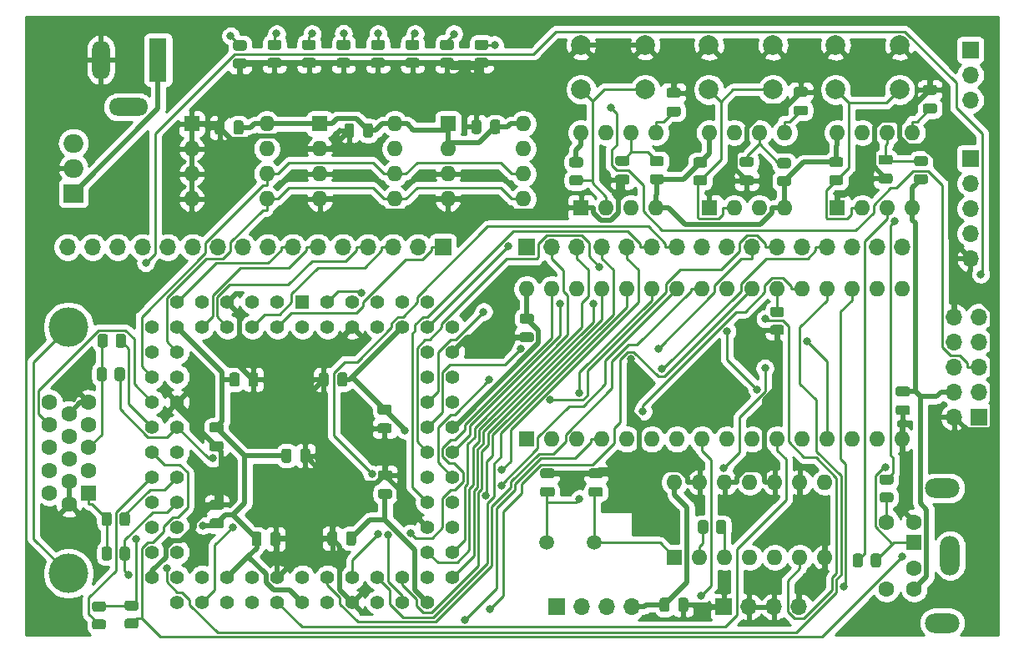
<source format=gbr>
%TF.GenerationSoftware,KiCad,Pcbnew,(5.1.10)-1*%
%TF.CreationDate,2022-03-07T13:38:47+08:00*%
%TF.ProjectId,MAX7000-GPU,4d415837-3030-4302-9d47-50552e6b6963,rev?*%
%TF.SameCoordinates,Original*%
%TF.FileFunction,Copper,L2,Bot*%
%TF.FilePolarity,Positive*%
%FSLAX46Y46*%
G04 Gerber Fmt 4.6, Leading zero omitted, Abs format (unit mm)*
G04 Created by KiCad (PCBNEW (5.1.10)-1) date 2022-03-07 13:38:47*
%MOMM*%
%LPD*%
G01*
G04 APERTURE LIST*
%TA.AperFunction,ComponentPad*%
%ADD10O,1.700000X1.700000*%
%TD*%
%TA.AperFunction,ComponentPad*%
%ADD11R,1.700000X1.700000*%
%TD*%
%TA.AperFunction,ComponentPad*%
%ADD12C,1.500000*%
%TD*%
%TA.AperFunction,ComponentPad*%
%ADD13O,2.000000X1.905000*%
%TD*%
%TA.AperFunction,ComponentPad*%
%ADD14R,2.000000X1.905000*%
%TD*%
%TA.AperFunction,ComponentPad*%
%ADD15O,1.600000X1.600000*%
%TD*%
%TA.AperFunction,ComponentPad*%
%ADD16R,1.600000X1.600000*%
%TD*%
%TA.AperFunction,ComponentPad*%
%ADD17C,1.422400*%
%TD*%
%TA.AperFunction,ComponentPad*%
%ADD18R,1.422400X1.422400*%
%TD*%
%TA.AperFunction,ComponentPad*%
%ADD19C,2.000000*%
%TD*%
%TA.AperFunction,ComponentPad*%
%ADD20C,4.000000*%
%TD*%
%TA.AperFunction,ComponentPad*%
%ADD21C,1.600000*%
%TD*%
%TA.AperFunction,ComponentPad*%
%ADD22R,1.800000X4.400000*%
%TD*%
%TA.AperFunction,ComponentPad*%
%ADD23O,1.800000X4.000000*%
%TD*%
%TA.AperFunction,ComponentPad*%
%ADD24O,4.000000X1.800000*%
%TD*%
%TA.AperFunction,ComponentPad*%
%ADD25O,2.000000X4.000000*%
%TD*%
%TA.AperFunction,ComponentPad*%
%ADD26O,3.500000X2.000000*%
%TD*%
%TA.AperFunction,ViaPad*%
%ADD27C,0.800000*%
%TD*%
%TA.AperFunction,Conductor*%
%ADD28C,0.500000*%
%TD*%
%TA.AperFunction,Conductor*%
%ADD29C,0.250000*%
%TD*%
%TA.AperFunction,Conductor*%
%ADD30C,0.254000*%
%TD*%
%TA.AperFunction,Conductor*%
%ADD31C,0.100000*%
%TD*%
G04 APERTURE END LIST*
D10*
%TO.P,J10,10*%
%TO.N,GND*%
X274835000Y-81090000D03*
%TO.P,J10,9*%
%TO.N,TDI*%
X277375000Y-81090000D03*
%TO.P,J10,8*%
%TO.N,N/C*%
X274835000Y-83630000D03*
%TO.P,J10,7*%
X277375000Y-83630000D03*
%TO.P,J10,6*%
X274835000Y-86170000D03*
%TO.P,J10,5*%
%TO.N,TMS*%
X277375000Y-86170000D03*
%TO.P,J10,4*%
%TO.N,+5V*%
X274835000Y-88710000D03*
%TO.P,J10,3*%
%TO.N,TDO*%
X277375000Y-88710000D03*
%TO.P,J10,2*%
%TO.N,GND*%
X274835000Y-91250000D03*
D11*
%TO.P,J10,1*%
%TO.N,TCK*%
X277375000Y-91250000D03*
%TD*%
D10*
%TO.P,J3,5*%
%TO.N,GND*%
X276500000Y-75160000D03*
%TO.P,J3,4*%
%TO.N,/Target_TCK*%
X276500000Y-72620000D03*
%TO.P,J3,3*%
%TO.N,N/C*%
X276500000Y-70080000D03*
%TO.P,J3,2*%
%TO.N,/Target_TDI*%
X276500000Y-67540000D03*
D11*
%TO.P,J3,1*%
%TO.N,/Target_TMS*%
X276500000Y-65000000D03*
%TD*%
D12*
%TO.P,Y1,2*%
%TO.N,Net-(C19-Pad1)*%
X233500000Y-104000000D03*
%TO.P,Y1,1*%
%TO.N,Net-(C18-Pad1)*%
X238380000Y-104000000D03*
%TD*%
D13*
%TO.P,U10,3*%
%TO.N,+5V*%
X185500000Y-63460000D03*
%TO.P,U10,2*%
%TO.N,GND*%
X185500000Y-66000000D03*
D14*
%TO.P,U10,1*%
%TO.N,Net-(C24-Pad1)*%
X185500000Y-68540000D03*
%TD*%
D15*
%TO.P,U9,8*%
%TO.N,+5V*%
X231120000Y-61500000D03*
%TO.P,U9,4*%
%TO.N,GND*%
X223500000Y-69120000D03*
%TO.P,U9,7*%
%TO.N,N/C*%
X231120000Y-64040000D03*
%TO.P,U9,3*%
%TO.N,GND*%
X223500000Y-66580000D03*
%TO.P,U9,6*%
%TO.N,Net-(U1-Pad16)*%
X231120000Y-66580000D03*
%TO.P,U9,2*%
%TO.N,+5V*%
X223500000Y-64040000D03*
%TO.P,U9,5*%
%TO.N,Net-(U1-Pad15)*%
X231120000Y-69120000D03*
D16*
%TO.P,U9,1*%
%TO.N,+5V*%
X223500000Y-61500000D03*
%TD*%
D15*
%TO.P,U8,8*%
%TO.N,+5V*%
X263000000Y-62380000D03*
%TO.P,U8,4*%
X270620000Y-70000000D03*
%TO.P,U8,7*%
%TO.N,Net-(C23-Pad1)*%
X265540000Y-62380000D03*
%TO.P,U8,3*%
%TO.N,Net-(R10-Pad2)*%
X268080000Y-70000000D03*
%TO.P,U8,6*%
%TO.N,Net-(C23-Pad1)*%
X268080000Y-62380000D03*
%TO.P,U8,2*%
%TO.N,Net-(R9-Pad2)*%
X265540000Y-70000000D03*
%TO.P,U8,5*%
%TO.N,Net-(C22-Pad1)*%
X270620000Y-62380000D03*
D16*
%TO.P,U8,1*%
%TO.N,GND*%
X263000000Y-70000000D03*
%TD*%
D15*
%TO.P,U7,8*%
%TO.N,+5V*%
X218120000Y-61500000D03*
%TO.P,U7,4*%
%TO.N,GND*%
X210500000Y-69120000D03*
%TO.P,U7,7*%
%TO.N,N/C*%
X218120000Y-64040000D03*
%TO.P,U7,3*%
%TO.N,GND*%
X210500000Y-66580000D03*
%TO.P,U7,6*%
%TO.N,Net-(U1-Pad16)*%
X218120000Y-66580000D03*
%TO.P,U7,2*%
%TO.N,GND*%
X210500000Y-64040000D03*
%TO.P,U7,5*%
%TO.N,Net-(U1-Pad15)*%
X218120000Y-69120000D03*
D16*
%TO.P,U7,1*%
%TO.N,+5V*%
X210500000Y-61500000D03*
%TD*%
D15*
%TO.P,U6,8*%
%TO.N,+5V*%
X205120000Y-61500000D03*
%TO.P,U6,4*%
%TO.N,GND*%
X197500000Y-69120000D03*
%TO.P,U6,7*%
%TO.N,N/C*%
X205120000Y-64040000D03*
%TO.P,U6,3*%
%TO.N,GND*%
X197500000Y-66580000D03*
%TO.P,U6,6*%
%TO.N,Net-(U1-Pad16)*%
X205120000Y-66580000D03*
%TO.P,U6,2*%
%TO.N,GND*%
X197500000Y-64040000D03*
%TO.P,U6,5*%
%TO.N,Net-(U1-Pad15)*%
X205120000Y-69120000D03*
D16*
%TO.P,U6,1*%
%TO.N,GND*%
X197500000Y-61500000D03*
%TD*%
%TO.P,U5,1*%
%TO.N,GND*%
X250000000Y-70000000D03*
D15*
%TO.P,U5,5*%
%TO.N,Net-(C20-Pad1)*%
X257620000Y-62380000D03*
%TO.P,U5,2*%
%TO.N,Net-(R5-Pad2)*%
X252540000Y-70000000D03*
%TO.P,U5,6*%
%TO.N,Net-(C21-Pad1)*%
X255080000Y-62380000D03*
%TO.P,U5,3*%
%TO.N,Net-(R6-Pad2)*%
X255080000Y-70000000D03*
%TO.P,U5,7*%
%TO.N,Net-(C21-Pad1)*%
X252540000Y-62380000D03*
%TO.P,U5,4*%
%TO.N,+5V*%
X257620000Y-70000000D03*
%TO.P,U5,8*%
X250000000Y-62380000D03*
%TD*%
%TO.P,U4,32*%
%TO.N,+5V*%
X231500000Y-78260000D03*
%TO.P,U4,16*%
%TO.N,GND*%
X269600000Y-93500000D03*
%TO.P,U4,31*%
%TO.N,/A16*%
X234040000Y-78260000D03*
%TO.P,U4,15*%
%TO.N,/D2*%
X267060000Y-93500000D03*
%TO.P,U4,30*%
%TO.N,Net-(R8-Pad2)*%
X236580000Y-78260000D03*
%TO.P,U4,14*%
%TO.N,/D1*%
X264520000Y-93500000D03*
%TO.P,U4,29*%
%TO.N,/~WE*%
X239120000Y-78260000D03*
%TO.P,U4,13*%
%TO.N,/D0*%
X261980000Y-93500000D03*
%TO.P,U4,28*%
%TO.N,/A15*%
X241660000Y-78260000D03*
%TO.P,U4,12*%
%TO.N,/A10*%
X259440000Y-93500000D03*
%TO.P,U4,27*%
%TO.N,/A14*%
X244200000Y-78260000D03*
%TO.P,U4,11*%
%TO.N,/A9*%
X256900000Y-93500000D03*
%TO.P,U4,26*%
%TO.N,/A13*%
X246740000Y-78260000D03*
%TO.P,U4,10*%
%TO.N,/A8*%
X254360000Y-93500000D03*
%TO.P,U4,25*%
%TO.N,/A12*%
X249280000Y-78260000D03*
%TO.P,U4,9*%
%TO.N,/A7*%
X251820000Y-93500000D03*
%TO.P,U4,24*%
%TO.N,/~OE*%
X251820000Y-78260000D03*
%TO.P,U4,8*%
%TO.N,/A6*%
X249280000Y-93500000D03*
%TO.P,U4,23*%
%TO.N,/A11*%
X254360000Y-78260000D03*
%TO.P,U4,7*%
%TO.N,/A5*%
X246740000Y-93500000D03*
%TO.P,U4,22*%
%TO.N,Net-(R8-Pad2)*%
X256900000Y-78260000D03*
%TO.P,U4,6*%
%TO.N,/A4*%
X244200000Y-93500000D03*
%TO.P,U4,21*%
%TO.N,/D7*%
X259440000Y-78260000D03*
%TO.P,U4,5*%
%TO.N,/A3*%
X241660000Y-93500000D03*
%TO.P,U4,20*%
%TO.N,/D6*%
X261980000Y-78260000D03*
%TO.P,U4,4*%
%TO.N,/A2*%
X239120000Y-93500000D03*
%TO.P,U4,19*%
%TO.N,/D5*%
X264520000Y-78260000D03*
%TO.P,U4,3*%
%TO.N,/A1*%
X236580000Y-93500000D03*
%TO.P,U4,18*%
%TO.N,/D4*%
X267060000Y-78260000D03*
%TO.P,U4,2*%
%TO.N,/A0*%
X234040000Y-93500000D03*
%TO.P,U4,17*%
%TO.N,/D3*%
X269600000Y-78260000D03*
D16*
%TO.P,U4,1*%
%TO.N,N/C*%
X231500000Y-93500000D03*
%TD*%
D15*
%TO.P,U3,8*%
%TO.N,+5V*%
X237000000Y-62380000D03*
%TO.P,U3,4*%
X244620000Y-70000000D03*
%TO.P,U3,7*%
%TO.N,Net-(C17-Pad1)*%
X239540000Y-62380000D03*
%TO.P,U3,3*%
%TO.N,/Key1*%
X242080000Y-70000000D03*
%TO.P,U3,6*%
%TO.N,Net-(C17-Pad1)*%
X242080000Y-62380000D03*
%TO.P,U3,2*%
%TO.N,Net-(R2-Pad2)*%
X239540000Y-70000000D03*
%TO.P,U3,5*%
%TO.N,Net-(C16-Pad1)*%
X244620000Y-62380000D03*
D16*
%TO.P,U3,1*%
%TO.N,GND*%
X237000000Y-70000000D03*
%TD*%
D15*
%TO.P,U2,14*%
%TO.N,+5V*%
X246500000Y-97880000D03*
%TO.P,U2,7*%
%TO.N,GND*%
X261740000Y-105500000D03*
%TO.P,U2,13*%
X249040000Y-97880000D03*
%TO.P,U2,6*%
%TO.N,CLK*%
X259200000Y-105500000D03*
%TO.P,U2,12*%
%TO.N,GND*%
X251580000Y-97880000D03*
%TO.P,U2,5*%
%TO.N,Net-(R1-Pad1)*%
X256660000Y-105500000D03*
%TO.P,U2,11*%
%TO.N,N/C*%
X254120000Y-97880000D03*
%TO.P,U2,4*%
%TO.N,Net-(R1-Pad1)*%
X254120000Y-105500000D03*
%TO.P,U2,10*%
%TO.N,GND*%
X256660000Y-97880000D03*
%TO.P,U2,3*%
%TO.N,Net-(R1-Pad1)*%
X251580000Y-105500000D03*
%TO.P,U2,9*%
%TO.N,GND*%
X259200000Y-97880000D03*
%TO.P,U2,2*%
%TO.N,Net-(C18-Pad1)*%
X249040000Y-105500000D03*
%TO.P,U2,8*%
%TO.N,N/C*%
X261740000Y-97880000D03*
D16*
%TO.P,U2,1*%
%TO.N,Net-(C18-Pad1)*%
X246500000Y-105500000D03*
%TD*%
D17*
%TO.P,U1,72*%
%TO.N,GND*%
X223980000Y-84640000D03*
%TO.P,U1,70*%
%TO.N,/B12*%
X223980000Y-87180000D03*
%TO.P,U1,68*%
%TO.N,/B10*%
X223980000Y-89720000D03*
%TO.P,U1,66*%
%TO.N,+5V*%
X223980000Y-92260000D03*
%TO.P,U1,64*%
%TO.N,/B7*%
X223980000Y-94800000D03*
%TO.P,U1,62*%
%TO.N,TCK*%
X223980000Y-97340000D03*
%TO.P,U1,60*%
%TO.N,/B4*%
X223980000Y-99880000D03*
%TO.P,U1,58*%
%TO.N,/B3*%
X223980000Y-102420000D03*
%TO.P,U1,56*%
%TO.N,/B1*%
X223980000Y-104960000D03*
%TO.P,U1,54*%
%TO.N,/~OE*%
X223980000Y-107500000D03*
%TO.P,U1,73*%
%TO.N,/B13*%
X221440000Y-84640000D03*
%TO.P,U1,71*%
%TO.N,TDO*%
X221440000Y-87180000D03*
%TO.P,U1,69*%
%TO.N,/B11*%
X221440000Y-89720000D03*
%TO.P,U1,67*%
%TO.N,/B9*%
X221440000Y-92260000D03*
%TO.P,U1,65*%
%TO.N,/B8*%
X221440000Y-94800000D03*
%TO.P,U1,63*%
%TO.N,/B6*%
X221440000Y-97340000D03*
%TO.P,U1,61*%
%TO.N,/B5*%
X221440000Y-99880000D03*
%TO.P,U1,59*%
%TO.N,GND*%
X221440000Y-102420000D03*
%TO.P,U1,57*%
%TO.N,/B2*%
X221440000Y-104960000D03*
%TO.P,U1,55*%
%TO.N,/B0*%
X221440000Y-107500000D03*
%TO.P,U1,53*%
%TO.N,+5V*%
X221440000Y-110040000D03*
%TO.P,U1,51*%
%TO.N,/A16*%
X218900000Y-110040000D03*
%TO.P,U1,49*%
%TO.N,/A14*%
X216360000Y-110040000D03*
%TO.P,U1,47*%
%TO.N,GND*%
X213820000Y-110040000D03*
%TO.P,U1,45*%
%TO.N,/A11*%
X211280000Y-110040000D03*
%TO.P,U1,43*%
%TO.N,+5V*%
X208740000Y-110040000D03*
%TO.P,U1,41*%
%TO.N,/A9*%
X206200000Y-110040000D03*
%TO.P,U1,39*%
%TO.N,/A7*%
X203660000Y-110040000D03*
%TO.P,U1,37*%
%TO.N,/A6*%
X201120000Y-110040000D03*
%TO.P,U1,35*%
%TO.N,/A4*%
X198580000Y-110040000D03*
%TO.P,U1,33*%
%TO.N,/A2*%
X196040000Y-110040000D03*
%TO.P,U1,52*%
%TO.N,/~WE*%
X218900000Y-107500000D03*
%TO.P,U1,50*%
%TO.N,/A15*%
X216360000Y-107500000D03*
%TO.P,U1,48*%
%TO.N,/A13*%
X213820000Y-107500000D03*
%TO.P,U1,46*%
%TO.N,/A12*%
X211280000Y-107500000D03*
%TO.P,U1,44*%
%TO.N,/A10*%
X208740000Y-107500000D03*
%TO.P,U1,42*%
%TO.N,GND*%
X206200000Y-107500000D03*
%TO.P,U1,40*%
%TO.N,/A8*%
X203660000Y-107500000D03*
%TO.P,U1,38*%
%TO.N,+5V*%
X201120000Y-107500000D03*
%TO.P,U1,36*%
%TO.N,/A5*%
X198580000Y-107500000D03*
%TO.P,U1,34*%
%TO.N,/A3*%
X196040000Y-107500000D03*
%TO.P,U1,32*%
%TO.N,GND*%
X193500000Y-107500000D03*
%TO.P,U1,30*%
%TO.N,/A0*%
X193500000Y-104960000D03*
%TO.P,U1,28*%
%TO.N,/D6*%
X193500000Y-102420000D03*
%TO.P,U1,26*%
%TO.N,+5V*%
X193500000Y-99880000D03*
%TO.P,U1,24*%
%TO.N,/D3*%
X193500000Y-97340000D03*
%TO.P,U1,22*%
%TO.N,/D2*%
X193500000Y-94800000D03*
%TO.P,U1,20*%
%TO.N,/D0*%
X193500000Y-92260000D03*
%TO.P,U1,18*%
%TO.N,/Vsync*%
X193500000Y-89720000D03*
%TO.P,U1,16*%
%TO.N,Net-(U1-Pad16)*%
X193500000Y-87180000D03*
%TO.P,U1,14*%
%TO.N,TDI*%
X193500000Y-84640000D03*
%TO.P,U1,12*%
%TO.N,/Ins0*%
X193500000Y-82100000D03*
%TO.P,U1,31*%
%TO.N,/A1*%
X196040000Y-104960000D03*
%TO.P,U1,29*%
%TO.N,/D7*%
X196040000Y-102420000D03*
%TO.P,U1,27*%
%TO.N,/D5*%
X196040000Y-99880000D03*
%TO.P,U1,25*%
%TO.N,/D4*%
X196040000Y-97340000D03*
%TO.P,U1,23*%
%TO.N,TMS*%
X196040000Y-94800000D03*
%TO.P,U1,21*%
%TO.N,/D1*%
X196040000Y-92260000D03*
%TO.P,U1,19*%
%TO.N,GND*%
X196040000Y-89720000D03*
%TO.P,U1,17*%
%TO.N,/Hsync*%
X196040000Y-87180000D03*
%TO.P,U1,15*%
%TO.N,Net-(U1-Pad15)*%
X196040000Y-84640000D03*
%TO.P,U1,13*%
%TO.N,+5V*%
X196040000Y-82100000D03*
%TO.P,U1,75*%
%TO.N,/Target_TCK*%
X221440000Y-79560000D03*
%TO.P,U1,77*%
%TO.N,/Target_TDI*%
X218900000Y-79560000D03*
%TO.P,U1,79*%
%TO.N,/Key1*%
X216360000Y-79560000D03*
%TO.P,U1,81*%
%TO.N,/Key3\u005CKBData*%
X213820000Y-79560000D03*
%TO.P,U1,83*%
%TO.N,CLK*%
X211280000Y-79560000D03*
%TO.P,U1,11*%
%TO.N,/Ins1*%
X196040000Y-79560000D03*
%TO.P,U1,9*%
%TO.N,/Ins3*%
X198580000Y-79560000D03*
%TO.P,U1,7*%
%TO.N,GND*%
X201120000Y-79560000D03*
%TO.P,U1,5*%
%TO.N,/Ins6*%
X203660000Y-79560000D03*
%TO.P,U1,3*%
%TO.N,+5V*%
X206200000Y-79560000D03*
D18*
%TO.P,U1,1*%
%TO.N,DDI*%
X208740000Y-79560000D03*
D17*
%TO.P,U1,74*%
%TO.N,/B14*%
X223980000Y-82100000D03*
%TO.P,U1,76*%
%TO.N,/Target_TMS*%
X221440000Y-82100000D03*
%TO.P,U1,78*%
%TO.N,+5V*%
X218900000Y-82100000D03*
%TO.P,U1,80*%
%TO.N,/Key2\u005CKBCLK*%
X216360000Y-82100000D03*
%TO.P,U1,82*%
%TO.N,GND*%
X213820000Y-82100000D03*
%TO.P,U1,84*%
%TO.N,DSI*%
X211280000Y-82100000D03*
%TO.P,U1,10*%
%TO.N,/Ins2*%
X198580000Y-82100000D03*
%TO.P,U1,8*%
%TO.N,/Ins4*%
X201120000Y-82100000D03*
%TO.P,U1,6*%
%TO.N,/Ins5*%
X203660000Y-82100000D03*
%TO.P,U1,4*%
%TO.N,/Ins7*%
X206200000Y-82100000D03*
%TO.P,U1,2*%
%TO.N,DCK*%
X208740000Y-82100000D03*
%TD*%
D19*
%TO.P,SW3,1*%
%TO.N,GND*%
X269325000Y-53525000D03*
%TO.P,SW3,2*%
%TO.N,Net-(R9-Pad2)*%
X269325000Y-58025000D03*
%TO.P,SW3,1*%
%TO.N,GND*%
X262825000Y-53525000D03*
%TO.P,SW3,2*%
%TO.N,Net-(R9-Pad2)*%
X262825000Y-58025000D03*
%TD*%
%TO.P,SW2,1*%
%TO.N,GND*%
X256475000Y-53525000D03*
%TO.P,SW2,2*%
%TO.N,Net-(R5-Pad2)*%
X256475000Y-58025000D03*
%TO.P,SW2,1*%
%TO.N,GND*%
X249975000Y-53525000D03*
%TO.P,SW2,2*%
%TO.N,Net-(R5-Pad2)*%
X249975000Y-58025000D03*
%TD*%
%TO.P,SW1,1*%
%TO.N,GND*%
X243500000Y-53500000D03*
%TO.P,SW1,2*%
%TO.N,Net-(R2-Pad2)*%
X243500000Y-58000000D03*
%TO.P,SW1,1*%
%TO.N,GND*%
X237000000Y-53500000D03*
%TO.P,SW1,2*%
%TO.N,Net-(R2-Pad2)*%
X237000000Y-58000000D03*
%TD*%
%TO.P,R25,2*%
%TO.N,Net-(D8-Pad1)*%
%TA.AperFunction,SMDPad,CuDef*%
G36*
G01*
X227350001Y-54000000D02*
X226449999Y-54000000D01*
G75*
G02*
X226200000Y-53750001I0J249999D01*
G01*
X226200000Y-53224999D01*
G75*
G02*
X226449999Y-52975000I249999J0D01*
G01*
X227350001Y-52975000D01*
G75*
G02*
X227600000Y-53224999I0J-249999D01*
G01*
X227600000Y-53750001D01*
G75*
G02*
X227350001Y-54000000I-249999J0D01*
G01*
G37*
%TD.AperFunction*%
%TO.P,R25,1*%
%TO.N,GND*%
%TA.AperFunction,SMDPad,CuDef*%
G36*
G01*
X227350001Y-55825000D02*
X226449999Y-55825000D01*
G75*
G02*
X226200000Y-55575001I0J249999D01*
G01*
X226200000Y-55049999D01*
G75*
G02*
X226449999Y-54800000I249999J0D01*
G01*
X227350001Y-54800000D01*
G75*
G02*
X227600000Y-55049999I0J-249999D01*
G01*
X227600000Y-55575001D01*
G75*
G02*
X227350001Y-55825000I-249999J0D01*
G01*
G37*
%TD.AperFunction*%
%TD*%
%TO.P,R24,2*%
%TO.N,Net-(D7-Pad1)*%
%TA.AperFunction,SMDPad,CuDef*%
G36*
G01*
X223850001Y-54000000D02*
X222949999Y-54000000D01*
G75*
G02*
X222700000Y-53750001I0J249999D01*
G01*
X222700000Y-53224999D01*
G75*
G02*
X222949999Y-52975000I249999J0D01*
G01*
X223850001Y-52975000D01*
G75*
G02*
X224100000Y-53224999I0J-249999D01*
G01*
X224100000Y-53750001D01*
G75*
G02*
X223850001Y-54000000I-249999J0D01*
G01*
G37*
%TD.AperFunction*%
%TO.P,R24,1*%
%TO.N,GND*%
%TA.AperFunction,SMDPad,CuDef*%
G36*
G01*
X223850001Y-55825000D02*
X222949999Y-55825000D01*
G75*
G02*
X222700000Y-55575001I0J249999D01*
G01*
X222700000Y-55049999D01*
G75*
G02*
X222949999Y-54800000I249999J0D01*
G01*
X223850001Y-54800000D01*
G75*
G02*
X224100000Y-55049999I0J-249999D01*
G01*
X224100000Y-55575001D01*
G75*
G02*
X223850001Y-55825000I-249999J0D01*
G01*
G37*
%TD.AperFunction*%
%TD*%
%TO.P,R23,2*%
%TO.N,Net-(D6-Pad1)*%
%TA.AperFunction,SMDPad,CuDef*%
G36*
G01*
X220350001Y-54000000D02*
X219449999Y-54000000D01*
G75*
G02*
X219200000Y-53750001I0J249999D01*
G01*
X219200000Y-53224999D01*
G75*
G02*
X219449999Y-52975000I249999J0D01*
G01*
X220350001Y-52975000D01*
G75*
G02*
X220600000Y-53224999I0J-249999D01*
G01*
X220600000Y-53750001D01*
G75*
G02*
X220350001Y-54000000I-249999J0D01*
G01*
G37*
%TD.AperFunction*%
%TO.P,R23,1*%
%TO.N,GND*%
%TA.AperFunction,SMDPad,CuDef*%
G36*
G01*
X220350001Y-55825000D02*
X219449999Y-55825000D01*
G75*
G02*
X219200000Y-55575001I0J249999D01*
G01*
X219200000Y-55049999D01*
G75*
G02*
X219449999Y-54800000I249999J0D01*
G01*
X220350001Y-54800000D01*
G75*
G02*
X220600000Y-55049999I0J-249999D01*
G01*
X220600000Y-55575001D01*
G75*
G02*
X220350001Y-55825000I-249999J0D01*
G01*
G37*
%TD.AperFunction*%
%TD*%
%TO.P,R22,2*%
%TO.N,Net-(D5-Pad1)*%
%TA.AperFunction,SMDPad,CuDef*%
G36*
G01*
X216850001Y-54000000D02*
X215949999Y-54000000D01*
G75*
G02*
X215700000Y-53750001I0J249999D01*
G01*
X215700000Y-53224999D01*
G75*
G02*
X215949999Y-52975000I249999J0D01*
G01*
X216850001Y-52975000D01*
G75*
G02*
X217100000Y-53224999I0J-249999D01*
G01*
X217100000Y-53750001D01*
G75*
G02*
X216850001Y-54000000I-249999J0D01*
G01*
G37*
%TD.AperFunction*%
%TO.P,R22,1*%
%TO.N,GND*%
%TA.AperFunction,SMDPad,CuDef*%
G36*
G01*
X216850001Y-55825000D02*
X215949999Y-55825000D01*
G75*
G02*
X215700000Y-55575001I0J249999D01*
G01*
X215700000Y-55049999D01*
G75*
G02*
X215949999Y-54800000I249999J0D01*
G01*
X216850001Y-54800000D01*
G75*
G02*
X217100000Y-55049999I0J-249999D01*
G01*
X217100000Y-55575001D01*
G75*
G02*
X216850001Y-55825000I-249999J0D01*
G01*
G37*
%TD.AperFunction*%
%TD*%
%TO.P,R21,2*%
%TO.N,Net-(D4-Pad1)*%
%TA.AperFunction,SMDPad,CuDef*%
G36*
G01*
X213350001Y-54000000D02*
X212449999Y-54000000D01*
G75*
G02*
X212200000Y-53750001I0J249999D01*
G01*
X212200000Y-53224999D01*
G75*
G02*
X212449999Y-52975000I249999J0D01*
G01*
X213350001Y-52975000D01*
G75*
G02*
X213600000Y-53224999I0J-249999D01*
G01*
X213600000Y-53750001D01*
G75*
G02*
X213350001Y-54000000I-249999J0D01*
G01*
G37*
%TD.AperFunction*%
%TO.P,R21,1*%
%TO.N,GND*%
%TA.AperFunction,SMDPad,CuDef*%
G36*
G01*
X213350001Y-55825000D02*
X212449999Y-55825000D01*
G75*
G02*
X212200000Y-55575001I0J249999D01*
G01*
X212200000Y-55049999D01*
G75*
G02*
X212449999Y-54800000I249999J0D01*
G01*
X213350001Y-54800000D01*
G75*
G02*
X213600000Y-55049999I0J-249999D01*
G01*
X213600000Y-55575001D01*
G75*
G02*
X213350001Y-55825000I-249999J0D01*
G01*
G37*
%TD.AperFunction*%
%TD*%
%TO.P,R20,2*%
%TO.N,Net-(D3-Pad1)*%
%TA.AperFunction,SMDPad,CuDef*%
G36*
G01*
X209850001Y-54000000D02*
X208949999Y-54000000D01*
G75*
G02*
X208700000Y-53750001I0J249999D01*
G01*
X208700000Y-53224999D01*
G75*
G02*
X208949999Y-52975000I249999J0D01*
G01*
X209850001Y-52975000D01*
G75*
G02*
X210100000Y-53224999I0J-249999D01*
G01*
X210100000Y-53750001D01*
G75*
G02*
X209850001Y-54000000I-249999J0D01*
G01*
G37*
%TD.AperFunction*%
%TO.P,R20,1*%
%TO.N,GND*%
%TA.AperFunction,SMDPad,CuDef*%
G36*
G01*
X209850001Y-55825000D02*
X208949999Y-55825000D01*
G75*
G02*
X208700000Y-55575001I0J249999D01*
G01*
X208700000Y-55049999D01*
G75*
G02*
X208949999Y-54800000I249999J0D01*
G01*
X209850001Y-54800000D01*
G75*
G02*
X210100000Y-55049999I0J-249999D01*
G01*
X210100000Y-55575001D01*
G75*
G02*
X209850001Y-55825000I-249999J0D01*
G01*
G37*
%TD.AperFunction*%
%TD*%
%TO.P,R19,2*%
%TO.N,Net-(J5-Pad2)*%
%TA.AperFunction,SMDPad,CuDef*%
G36*
G01*
X188550001Y-110988000D02*
X187649999Y-110988000D01*
G75*
G02*
X187400000Y-110738001I0J249999D01*
G01*
X187400000Y-110212999D01*
G75*
G02*
X187649999Y-109963000I249999J0D01*
G01*
X188550001Y-109963000D01*
G75*
G02*
X188800000Y-110212999I0J-249999D01*
G01*
X188800000Y-110738001D01*
G75*
G02*
X188550001Y-110988000I-249999J0D01*
G01*
G37*
%TD.AperFunction*%
%TO.P,R19,1*%
%TO.N,/D3*%
%TA.AperFunction,SMDPad,CuDef*%
G36*
G01*
X188550001Y-112813000D02*
X187649999Y-112813000D01*
G75*
G02*
X187400000Y-112563001I0J249999D01*
G01*
X187400000Y-112037999D01*
G75*
G02*
X187649999Y-111788000I249999J0D01*
G01*
X188550001Y-111788000D01*
G75*
G02*
X188800000Y-112037999I0J-249999D01*
G01*
X188800000Y-112563001D01*
G75*
G02*
X188550001Y-112813000I-249999J0D01*
G01*
G37*
%TD.AperFunction*%
%TD*%
%TO.P,R18,2*%
%TO.N,Net-(J5-Pad2)*%
%TA.AperFunction,SMDPad,CuDef*%
G36*
G01*
X191850001Y-110888000D02*
X190949999Y-110888000D01*
G75*
G02*
X190700000Y-110638001I0J249999D01*
G01*
X190700000Y-110112999D01*
G75*
G02*
X190949999Y-109863000I249999J0D01*
G01*
X191850001Y-109863000D01*
G75*
G02*
X192100000Y-110112999I0J-249999D01*
G01*
X192100000Y-110638001D01*
G75*
G02*
X191850001Y-110888000I-249999J0D01*
G01*
G37*
%TD.AperFunction*%
%TO.P,R18,1*%
%TO.N,/D2*%
%TA.AperFunction,SMDPad,CuDef*%
G36*
G01*
X191850001Y-112713000D02*
X190949999Y-112713000D01*
G75*
G02*
X190700000Y-112463001I0J249999D01*
G01*
X190700000Y-111937999D01*
G75*
G02*
X190949999Y-111688000I249999J0D01*
G01*
X191850001Y-111688000D01*
G75*
G02*
X192100000Y-111937999I0J-249999D01*
G01*
X192100000Y-112463001D01*
G75*
G02*
X191850001Y-112713000I-249999J0D01*
G01*
G37*
%TD.AperFunction*%
%TD*%
%TO.P,R17,2*%
%TO.N,Net-(D2-Pad1)*%
%TA.AperFunction,SMDPad,CuDef*%
G36*
G01*
X206350001Y-54000000D02*
X205449999Y-54000000D01*
G75*
G02*
X205200000Y-53750001I0J249999D01*
G01*
X205200000Y-53224999D01*
G75*
G02*
X205449999Y-52975000I249999J0D01*
G01*
X206350001Y-52975000D01*
G75*
G02*
X206600000Y-53224999I0J-249999D01*
G01*
X206600000Y-53750001D01*
G75*
G02*
X206350001Y-54000000I-249999J0D01*
G01*
G37*
%TD.AperFunction*%
%TO.P,R17,1*%
%TO.N,GND*%
%TA.AperFunction,SMDPad,CuDef*%
G36*
G01*
X206350001Y-55825000D02*
X205449999Y-55825000D01*
G75*
G02*
X205200000Y-55575001I0J249999D01*
G01*
X205200000Y-55049999D01*
G75*
G02*
X205449999Y-54800000I249999J0D01*
G01*
X206350001Y-54800000D01*
G75*
G02*
X206600000Y-55049999I0J-249999D01*
G01*
X206600000Y-55575001D01*
G75*
G02*
X206350001Y-55825000I-249999J0D01*
G01*
G37*
%TD.AperFunction*%
%TD*%
%TO.P,R16,2*%
%TO.N,Net-(J5-Pad1)*%
%TA.AperFunction,SMDPad,CuDef*%
G36*
G01*
X189400000Y-104649999D02*
X189400000Y-105550001D01*
G75*
G02*
X189150001Y-105800000I-249999J0D01*
G01*
X188624999Y-105800000D01*
G75*
G02*
X188375000Y-105550001I0J249999D01*
G01*
X188375000Y-104649999D01*
G75*
G02*
X188624999Y-104400000I249999J0D01*
G01*
X189150001Y-104400000D01*
G75*
G02*
X189400000Y-104649999I0J-249999D01*
G01*
G37*
%TD.AperFunction*%
%TO.P,R16,1*%
%TO.N,/D5*%
%TA.AperFunction,SMDPad,CuDef*%
G36*
G01*
X191225000Y-104649999D02*
X191225000Y-105550001D01*
G75*
G02*
X190975001Y-105800000I-249999J0D01*
G01*
X190449999Y-105800000D01*
G75*
G02*
X190200000Y-105550001I0J249999D01*
G01*
X190200000Y-104649999D01*
G75*
G02*
X190449999Y-104400000I249999J0D01*
G01*
X190975001Y-104400000D01*
G75*
G02*
X191225000Y-104649999I0J-249999D01*
G01*
G37*
%TD.AperFunction*%
%TD*%
%TO.P,R15,2*%
%TO.N,Net-(J5-Pad1)*%
%TA.AperFunction,SMDPad,CuDef*%
G36*
G01*
X189400000Y-101149999D02*
X189400000Y-102050001D01*
G75*
G02*
X189150001Y-102300000I-249999J0D01*
G01*
X188624999Y-102300000D01*
G75*
G02*
X188375000Y-102050001I0J249999D01*
G01*
X188375000Y-101149999D01*
G75*
G02*
X188624999Y-100900000I249999J0D01*
G01*
X189150001Y-100900000D01*
G75*
G02*
X189400000Y-101149999I0J-249999D01*
G01*
G37*
%TD.AperFunction*%
%TO.P,R15,1*%
%TO.N,/D4*%
%TA.AperFunction,SMDPad,CuDef*%
G36*
G01*
X191225000Y-101149999D02*
X191225000Y-102050001D01*
G75*
G02*
X190975001Y-102300000I-249999J0D01*
G01*
X190449999Y-102300000D01*
G75*
G02*
X190200000Y-102050001I0J249999D01*
G01*
X190200000Y-101149999D01*
G75*
G02*
X190449999Y-100900000I249999J0D01*
G01*
X190975001Y-100900000D01*
G75*
G02*
X191225000Y-101149999I0J-249999D01*
G01*
G37*
%TD.AperFunction*%
%TD*%
%TO.P,R14,2*%
%TO.N,/D1*%
%TA.AperFunction,SMDPad,CuDef*%
G36*
G01*
X189700000Y-87350001D02*
X189700000Y-86449999D01*
G75*
G02*
X189949999Y-86200000I249999J0D01*
G01*
X190475001Y-86200000D01*
G75*
G02*
X190725000Y-86449999I0J-249999D01*
G01*
X190725000Y-87350001D01*
G75*
G02*
X190475001Y-87600000I-249999J0D01*
G01*
X189949999Y-87600000D01*
G75*
G02*
X189700000Y-87350001I0J249999D01*
G01*
G37*
%TD.AperFunction*%
%TO.P,R14,1*%
%TO.N,Net-(J5-Pad3)*%
%TA.AperFunction,SMDPad,CuDef*%
G36*
G01*
X187875000Y-87350001D02*
X187875000Y-86449999D01*
G75*
G02*
X188124999Y-86200000I249999J0D01*
G01*
X188650001Y-86200000D01*
G75*
G02*
X188900000Y-86449999I0J-249999D01*
G01*
X188900000Y-87350001D01*
G75*
G02*
X188650001Y-87600000I-249999J0D01*
G01*
X188124999Y-87600000D01*
G75*
G02*
X187875000Y-87350001I0J249999D01*
G01*
G37*
%TD.AperFunction*%
%TD*%
%TO.P,R13,2*%
%TO.N,/D0*%
%TA.AperFunction,SMDPad,CuDef*%
G36*
G01*
X189800000Y-83950001D02*
X189800000Y-83049999D01*
G75*
G02*
X190049999Y-82800000I249999J0D01*
G01*
X190575001Y-82800000D01*
G75*
G02*
X190825000Y-83049999I0J-249999D01*
G01*
X190825000Y-83950001D01*
G75*
G02*
X190575001Y-84200000I-249999J0D01*
G01*
X190049999Y-84200000D01*
G75*
G02*
X189800000Y-83950001I0J249999D01*
G01*
G37*
%TD.AperFunction*%
%TO.P,R13,1*%
%TO.N,Net-(J5-Pad3)*%
%TA.AperFunction,SMDPad,CuDef*%
G36*
G01*
X187975000Y-83950001D02*
X187975000Y-83049999D01*
G75*
G02*
X188224999Y-82800000I249999J0D01*
G01*
X188750001Y-82800000D01*
G75*
G02*
X189000000Y-83049999I0J-249999D01*
G01*
X189000000Y-83950001D01*
G75*
G02*
X188750001Y-84200000I-249999J0D01*
G01*
X188224999Y-84200000D01*
G75*
G02*
X187975000Y-83950001I0J249999D01*
G01*
G37*
%TD.AperFunction*%
%TD*%
%TO.P,R12,2*%
%TO.N,Net-(D1-Pad1)*%
%TA.AperFunction,SMDPad,CuDef*%
G36*
G01*
X202850001Y-54062500D02*
X201949999Y-54062500D01*
G75*
G02*
X201700000Y-53812501I0J249999D01*
G01*
X201700000Y-53287499D01*
G75*
G02*
X201949999Y-53037500I249999J0D01*
G01*
X202850001Y-53037500D01*
G75*
G02*
X203100000Y-53287499I0J-249999D01*
G01*
X203100000Y-53812501D01*
G75*
G02*
X202850001Y-54062500I-249999J0D01*
G01*
G37*
%TD.AperFunction*%
%TO.P,R12,1*%
%TO.N,GND*%
%TA.AperFunction,SMDPad,CuDef*%
G36*
G01*
X202850001Y-55887500D02*
X201949999Y-55887500D01*
G75*
G02*
X201700000Y-55637501I0J249999D01*
G01*
X201700000Y-55112499D01*
G75*
G02*
X201949999Y-54862500I249999J0D01*
G01*
X202850001Y-54862500D01*
G75*
G02*
X203100000Y-55112499I0J-249999D01*
G01*
X203100000Y-55637501D01*
G75*
G02*
X202850001Y-55887500I-249999J0D01*
G01*
G37*
%TD.AperFunction*%
%TD*%
%TO.P,R11,2*%
%TO.N,+5V*%
%TA.AperFunction,SMDPad,CuDef*%
G36*
G01*
X271049999Y-66587500D02*
X271950001Y-66587500D01*
G75*
G02*
X272200000Y-66837499I0J-249999D01*
G01*
X272200000Y-67362501D01*
G75*
G02*
X271950001Y-67612500I-249999J0D01*
G01*
X271049999Y-67612500D01*
G75*
G02*
X270800000Y-67362501I0J249999D01*
G01*
X270800000Y-66837499D01*
G75*
G02*
X271049999Y-66587500I249999J0D01*
G01*
G37*
%TD.AperFunction*%
%TO.P,R11,1*%
%TO.N,Net-(C23-Pad1)*%
%TA.AperFunction,SMDPad,CuDef*%
G36*
G01*
X271049999Y-64762500D02*
X271950001Y-64762500D01*
G75*
G02*
X272200000Y-65012499I0J-249999D01*
G01*
X272200000Y-65537501D01*
G75*
G02*
X271950001Y-65787500I-249999J0D01*
G01*
X271049999Y-65787500D01*
G75*
G02*
X270800000Y-65537501I0J249999D01*
G01*
X270800000Y-65012499D01*
G75*
G02*
X271049999Y-64762500I249999J0D01*
G01*
G37*
%TD.AperFunction*%
%TD*%
%TO.P,R10,2*%
%TO.N,Net-(R10-Pad2)*%
%TA.AperFunction,SMDPad,CuDef*%
G36*
G01*
X265600000Y-105349999D02*
X265600000Y-106250001D01*
G75*
G02*
X265350001Y-106500000I-249999J0D01*
G01*
X264824999Y-106500000D01*
G75*
G02*
X264575000Y-106250001I0J249999D01*
G01*
X264575000Y-105349999D01*
G75*
G02*
X264824999Y-105100000I249999J0D01*
G01*
X265350001Y-105100000D01*
G75*
G02*
X265600000Y-105349999I0J-249999D01*
G01*
G37*
%TD.AperFunction*%
%TO.P,R10,1*%
%TO.N,/Key3\u005CKBData*%
%TA.AperFunction,SMDPad,CuDef*%
G36*
G01*
X267425000Y-105349999D02*
X267425000Y-106250001D01*
G75*
G02*
X267175001Y-106500000I-249999J0D01*
G01*
X266649999Y-106500000D01*
G75*
G02*
X266400000Y-106250001I0J249999D01*
G01*
X266400000Y-105349999D01*
G75*
G02*
X266649999Y-105100000I249999J0D01*
G01*
X267175001Y-105100000D01*
G75*
G02*
X267425000Y-105349999I0J-249999D01*
G01*
G37*
%TD.AperFunction*%
%TD*%
%TO.P,R9,2*%
%TO.N,Net-(R9-Pad2)*%
%TA.AperFunction,SMDPad,CuDef*%
G36*
G01*
X262449999Y-66687500D02*
X263350001Y-66687500D01*
G75*
G02*
X263600000Y-66937499I0J-249999D01*
G01*
X263600000Y-67462501D01*
G75*
G02*
X263350001Y-67712500I-249999J0D01*
G01*
X262449999Y-67712500D01*
G75*
G02*
X262200000Y-67462501I0J249999D01*
G01*
X262200000Y-66937499D01*
G75*
G02*
X262449999Y-66687500I249999J0D01*
G01*
G37*
%TD.AperFunction*%
%TO.P,R9,1*%
%TO.N,+5V*%
%TA.AperFunction,SMDPad,CuDef*%
G36*
G01*
X262449999Y-64862500D02*
X263350001Y-64862500D01*
G75*
G02*
X263600000Y-65112499I0J-249999D01*
G01*
X263600000Y-65637501D01*
G75*
G02*
X263350001Y-65887500I-249999J0D01*
G01*
X262449999Y-65887500D01*
G75*
G02*
X262200000Y-65637501I0J249999D01*
G01*
X262200000Y-65112499D01*
G75*
G02*
X262449999Y-64862500I249999J0D01*
G01*
G37*
%TD.AperFunction*%
%TD*%
%TO.P,R8,2*%
%TO.N,Net-(R8-Pad2)*%
%TA.AperFunction,SMDPad,CuDef*%
G36*
G01*
X257350001Y-81100000D02*
X256449999Y-81100000D01*
G75*
G02*
X256200000Y-80850001I0J249999D01*
G01*
X256200000Y-80324999D01*
G75*
G02*
X256449999Y-80075000I249999J0D01*
G01*
X257350001Y-80075000D01*
G75*
G02*
X257600000Y-80324999I0J-249999D01*
G01*
X257600000Y-80850001D01*
G75*
G02*
X257350001Y-81100000I-249999J0D01*
G01*
G37*
%TD.AperFunction*%
%TO.P,R8,1*%
%TO.N,GND*%
%TA.AperFunction,SMDPad,CuDef*%
G36*
G01*
X257350001Y-82925000D02*
X256449999Y-82925000D01*
G75*
G02*
X256200000Y-82675001I0J249999D01*
G01*
X256200000Y-82149999D01*
G75*
G02*
X256449999Y-81900000I249999J0D01*
G01*
X257350001Y-81900000D01*
G75*
G02*
X257600000Y-82149999I0J-249999D01*
G01*
X257600000Y-82675001D01*
G75*
G02*
X257350001Y-82925000I-249999J0D01*
G01*
G37*
%TD.AperFunction*%
%TD*%
%TO.P,R7,2*%
%TO.N,+5V*%
%TA.AperFunction,SMDPad,CuDef*%
G36*
G01*
X257149999Y-66800000D02*
X258050001Y-66800000D01*
G75*
G02*
X258300000Y-67049999I0J-249999D01*
G01*
X258300000Y-67575001D01*
G75*
G02*
X258050001Y-67825000I-249999J0D01*
G01*
X257149999Y-67825000D01*
G75*
G02*
X256900000Y-67575001I0J249999D01*
G01*
X256900000Y-67049999D01*
G75*
G02*
X257149999Y-66800000I249999J0D01*
G01*
G37*
%TD.AperFunction*%
%TO.P,R7,1*%
%TO.N,Net-(C21-Pad1)*%
%TA.AperFunction,SMDPad,CuDef*%
G36*
G01*
X257149999Y-64975000D02*
X258050001Y-64975000D01*
G75*
G02*
X258300000Y-65224999I0J-249999D01*
G01*
X258300000Y-65750001D01*
G75*
G02*
X258050001Y-66000000I-249999J0D01*
G01*
X257149999Y-66000000D01*
G75*
G02*
X256900000Y-65750001I0J249999D01*
G01*
X256900000Y-65224999D01*
G75*
G02*
X257149999Y-64975000I249999J0D01*
G01*
G37*
%TD.AperFunction*%
%TD*%
%TO.P,R6,2*%
%TO.N,Net-(R6-Pad2)*%
%TA.AperFunction,SMDPad,CuDef*%
G36*
G01*
X268450001Y-98100000D02*
X267549999Y-98100000D01*
G75*
G02*
X267300000Y-97850001I0J249999D01*
G01*
X267300000Y-97324999D01*
G75*
G02*
X267549999Y-97075000I249999J0D01*
G01*
X268450001Y-97075000D01*
G75*
G02*
X268700000Y-97324999I0J-249999D01*
G01*
X268700000Y-97850001D01*
G75*
G02*
X268450001Y-98100000I-249999J0D01*
G01*
G37*
%TD.AperFunction*%
%TO.P,R6,1*%
%TO.N,/Key2\u005CKBCLK*%
%TA.AperFunction,SMDPad,CuDef*%
G36*
G01*
X268450001Y-99925000D02*
X267549999Y-99925000D01*
G75*
G02*
X267300000Y-99675001I0J249999D01*
G01*
X267300000Y-99149999D01*
G75*
G02*
X267549999Y-98900000I249999J0D01*
G01*
X268450001Y-98900000D01*
G75*
G02*
X268700000Y-99149999I0J-249999D01*
G01*
X268700000Y-99675001D01*
G75*
G02*
X268450001Y-99925000I-249999J0D01*
G01*
G37*
%TD.AperFunction*%
%TD*%
%TO.P,R5,2*%
%TO.N,Net-(R5-Pad2)*%
%TA.AperFunction,SMDPad,CuDef*%
G36*
G01*
X248649999Y-66712500D02*
X249550001Y-66712500D01*
G75*
G02*
X249800000Y-66962499I0J-249999D01*
G01*
X249800000Y-67487501D01*
G75*
G02*
X249550001Y-67737500I-249999J0D01*
G01*
X248649999Y-67737500D01*
G75*
G02*
X248400000Y-67487501I0J249999D01*
G01*
X248400000Y-66962499D01*
G75*
G02*
X248649999Y-66712500I249999J0D01*
G01*
G37*
%TD.AperFunction*%
%TO.P,R5,1*%
%TO.N,+5V*%
%TA.AperFunction,SMDPad,CuDef*%
G36*
G01*
X248649999Y-64887500D02*
X249550001Y-64887500D01*
G75*
G02*
X249800000Y-65137499I0J-249999D01*
G01*
X249800000Y-65662501D01*
G75*
G02*
X249550001Y-65912500I-249999J0D01*
G01*
X248649999Y-65912500D01*
G75*
G02*
X248400000Y-65662501I0J249999D01*
G01*
X248400000Y-65137499D01*
G75*
G02*
X248649999Y-64887500I249999J0D01*
G01*
G37*
%TD.AperFunction*%
%TD*%
%TO.P,R3,2*%
%TO.N,+5V*%
%TA.AperFunction,SMDPad,CuDef*%
G36*
G01*
X244249999Y-66600000D02*
X245150001Y-66600000D01*
G75*
G02*
X245400000Y-66849999I0J-249999D01*
G01*
X245400000Y-67375001D01*
G75*
G02*
X245150001Y-67625000I-249999J0D01*
G01*
X244249999Y-67625000D01*
G75*
G02*
X244000000Y-67375001I0J249999D01*
G01*
X244000000Y-66849999D01*
G75*
G02*
X244249999Y-66600000I249999J0D01*
G01*
G37*
%TD.AperFunction*%
%TO.P,R3,1*%
%TO.N,Net-(C17-Pad1)*%
%TA.AperFunction,SMDPad,CuDef*%
G36*
G01*
X244249999Y-64775000D02*
X245150001Y-64775000D01*
G75*
G02*
X245400000Y-65024999I0J-249999D01*
G01*
X245400000Y-65550001D01*
G75*
G02*
X245150001Y-65800000I-249999J0D01*
G01*
X244249999Y-65800000D01*
G75*
G02*
X244000000Y-65550001I0J249999D01*
G01*
X244000000Y-65024999D01*
G75*
G02*
X244249999Y-64775000I249999J0D01*
G01*
G37*
%TD.AperFunction*%
%TD*%
%TO.P,R2,2*%
%TO.N,Net-(R2-Pad2)*%
%TA.AperFunction,SMDPad,CuDef*%
G36*
G01*
X236049999Y-66712500D02*
X236950001Y-66712500D01*
G75*
G02*
X237200000Y-66962499I0J-249999D01*
G01*
X237200000Y-67487501D01*
G75*
G02*
X236950001Y-67737500I-249999J0D01*
G01*
X236049999Y-67737500D01*
G75*
G02*
X235800000Y-67487501I0J249999D01*
G01*
X235800000Y-66962499D01*
G75*
G02*
X236049999Y-66712500I249999J0D01*
G01*
G37*
%TD.AperFunction*%
%TO.P,R2,1*%
%TO.N,+5V*%
%TA.AperFunction,SMDPad,CuDef*%
G36*
G01*
X236049999Y-64887500D02*
X236950001Y-64887500D01*
G75*
G02*
X237200000Y-65137499I0J-249999D01*
G01*
X237200000Y-65662501D01*
G75*
G02*
X236950001Y-65912500I-249999J0D01*
G01*
X236049999Y-65912500D01*
G75*
G02*
X235800000Y-65662501I0J249999D01*
G01*
X235800000Y-65137499D01*
G75*
G02*
X236049999Y-64887500I249999J0D01*
G01*
G37*
%TD.AperFunction*%
%TD*%
%TO.P,R1,2*%
%TO.N,Net-(C18-Pad1)*%
%TA.AperFunction,SMDPad,CuDef*%
G36*
G01*
X249900000Y-101949999D02*
X249900000Y-102850001D01*
G75*
G02*
X249650001Y-103100000I-249999J0D01*
G01*
X249124999Y-103100000D01*
G75*
G02*
X248875000Y-102850001I0J249999D01*
G01*
X248875000Y-101949999D01*
G75*
G02*
X249124999Y-101700000I249999J0D01*
G01*
X249650001Y-101700000D01*
G75*
G02*
X249900000Y-101949999I0J-249999D01*
G01*
G37*
%TD.AperFunction*%
%TO.P,R1,1*%
%TO.N,Net-(R1-Pad1)*%
%TA.AperFunction,SMDPad,CuDef*%
G36*
G01*
X251725000Y-101949999D02*
X251725000Y-102850001D01*
G75*
G02*
X251475001Y-103100000I-249999J0D01*
G01*
X250949999Y-103100000D01*
G75*
G02*
X250700000Y-102850001I0J249999D01*
G01*
X250700000Y-101949999D01*
G75*
G02*
X250949999Y-101700000I249999J0D01*
G01*
X251475001Y-101700000D01*
G75*
G02*
X251725000Y-101949999I0J-249999D01*
G01*
G37*
%TD.AperFunction*%
%TD*%
D10*
%TO.P,J9,4*%
%TO.N,GND*%
X259120000Y-110500000D03*
%TO.P,J9,3*%
X256580000Y-110500000D03*
%TO.P,J9,2*%
X254040000Y-110500000D03*
D11*
%TO.P,J9,1*%
X251500000Y-110500000D03*
%TD*%
D10*
%TO.P,J8,16*%
%TO.N,N/C*%
X269600000Y-74000000D03*
%TO.P,J8,15*%
%TO.N,/B14*%
X267060000Y-74000000D03*
%TO.P,J8,14*%
%TO.N,/B13*%
X264520000Y-74000000D03*
%TO.P,J8,13*%
%TO.N,/B12*%
X261980000Y-74000000D03*
%TO.P,J8,12*%
%TO.N,/B11*%
X259440000Y-74000000D03*
%TO.P,J8,11*%
%TO.N,/B10*%
X256900000Y-74000000D03*
%TO.P,J8,10*%
%TO.N,/B9*%
X254360000Y-74000000D03*
%TO.P,J8,9*%
%TO.N,/B8*%
X251820000Y-74000000D03*
%TO.P,J8,8*%
%TO.N,/B7*%
X249280000Y-74000000D03*
%TO.P,J8,7*%
%TO.N,/B6*%
X246740000Y-74000000D03*
%TO.P,J8,6*%
%TO.N,/B5*%
X244200000Y-74000000D03*
%TO.P,J8,5*%
%TO.N,/B4*%
X241660000Y-74000000D03*
%TO.P,J8,4*%
%TO.N,/B3*%
X239120000Y-74000000D03*
%TO.P,J8,3*%
%TO.N,/B2*%
X236580000Y-74000000D03*
%TO.P,J8,2*%
%TO.N,/B1*%
X234040000Y-74000000D03*
D11*
%TO.P,J8,1*%
%TO.N,/B0*%
X231500000Y-74000000D03*
%TD*%
D10*
%TO.P,J7,16*%
%TO.N,N/C*%
X184900000Y-74000000D03*
%TO.P,J7,15*%
X187440000Y-74000000D03*
%TO.P,J7,14*%
X189980000Y-74000000D03*
%TO.P,J7,13*%
X192520000Y-74000000D03*
%TO.P,J7,12*%
X195060000Y-74000000D03*
%TO.P,J7,11*%
X197600000Y-74000000D03*
%TO.P,J7,10*%
X200140000Y-74000000D03*
%TO.P,J7,9*%
X202680000Y-74000000D03*
%TO.P,J7,8*%
%TO.N,/Ins0*%
X205220000Y-74000000D03*
%TO.P,J7,7*%
%TO.N,/Ins1*%
X207760000Y-74000000D03*
%TO.P,J7,6*%
%TO.N,/Ins2*%
X210300000Y-74000000D03*
%TO.P,J7,5*%
%TO.N,/Ins3*%
X212840000Y-74000000D03*
%TO.P,J7,4*%
%TO.N,/Ins4*%
X215380000Y-74000000D03*
%TO.P,J7,3*%
%TO.N,/Ins5*%
X217920000Y-74000000D03*
%TO.P,J7,2*%
%TO.N,/Ins6*%
X220460000Y-74000000D03*
D11*
%TO.P,J7,1*%
%TO.N,/Ins7*%
X223000000Y-74000000D03*
%TD*%
D10*
%TO.P,J6,3*%
%TO.N,DSI*%
X276500000Y-59080000D03*
%TO.P,J6,2*%
%TO.N,DDI*%
X276500000Y-56540000D03*
D11*
%TO.P,J6,1*%
%TO.N,DCK*%
X276500000Y-54000000D03*
%TD*%
D20*
%TO.P,J5,0*%
%TO.N,Net-(J5-Pad0)*%
X185000000Y-107120000D03*
X185000000Y-82120000D03*
D21*
%TO.P,J5,15*%
%TO.N,N/C*%
X183090000Y-89775000D03*
%TO.P,J5,14*%
%TO.N,/Vsync*%
X183090000Y-92065000D03*
%TO.P,J5,13*%
%TO.N,/Hsync*%
X183090000Y-94355000D03*
%TO.P,J5,12*%
%TO.N,N/C*%
X183090000Y-96645000D03*
%TO.P,J5,11*%
X183090000Y-98935000D03*
%TO.P,J5,10*%
%TO.N,GND*%
X185070000Y-90920000D03*
%TO.P,J5,9*%
%TO.N,N/C*%
X185070000Y-93210000D03*
%TO.P,J5,8*%
X185070000Y-95500000D03*
%TO.P,J5,7*%
%TO.N,GND*%
X185070000Y-97790000D03*
%TO.P,J5,6*%
X185070000Y-100080000D03*
%TO.P,J5,5*%
X187050000Y-89775000D03*
%TO.P,J5,4*%
%TO.N,N/C*%
X187050000Y-92065000D03*
%TO.P,J5,3*%
%TO.N,Net-(J5-Pad3)*%
X187050000Y-94355000D03*
%TO.P,J5,2*%
%TO.N,Net-(J5-Pad2)*%
X187050000Y-96645000D03*
D16*
%TO.P,J5,1*%
%TO.N,Net-(J5-Pad1)*%
X187050000Y-98935000D03*
%TD*%
D22*
%TO.P,J4,1*%
%TO.N,Net-(C24-Pad1)*%
X194100000Y-55000000D03*
D23*
%TO.P,J4,2*%
%TO.N,GND*%
X188300000Y-55000000D03*
D24*
%TO.P,J4,3*%
%TO.N,N/C*%
X191100000Y-59800000D03*
%TD*%
D10*
%TO.P,J2,4*%
%TO.N,+5V*%
X242120000Y-110500000D03*
%TO.P,J2,3*%
X239580000Y-110500000D03*
%TO.P,J2,2*%
X237040000Y-110500000D03*
D11*
%TO.P,J2,1*%
X234500000Y-110500000D03*
%TD*%
D25*
%TO.P,J1,7*%
%TO.N,N/C*%
X274450000Y-105300000D03*
D21*
%TO.P,J1,6*%
X268000000Y-108700000D03*
%TO.P,J1,5*%
%TO.N,/Key2\u005CKBCLK*%
X268000000Y-101900000D03*
%TO.P,J1,4*%
%TO.N,+5V*%
X270800000Y-108700000D03*
%TO.P,J1,3*%
%TO.N,GND*%
X270800000Y-101900000D03*
%TO.P,J1,2*%
%TO.N,N/C*%
X270800000Y-106600000D03*
D16*
%TO.P,J1,1*%
%TO.N,/Key3\u005CKBData*%
X270800000Y-104000000D03*
D26*
%TO.P,J1,7*%
%TO.N,N/C*%
X273650000Y-98450000D03*
X273650000Y-112150000D03*
%TD*%
%TO.P,C23,2*%
%TO.N,GND*%
%TA.AperFunction,SMDPad,CuDef*%
G36*
G01*
X267425000Y-66550000D02*
X268375000Y-66550000D01*
G75*
G02*
X268625000Y-66800000I0J-250000D01*
G01*
X268625000Y-67300000D01*
G75*
G02*
X268375000Y-67550000I-250000J0D01*
G01*
X267425000Y-67550000D01*
G75*
G02*
X267175000Y-67300000I0J250000D01*
G01*
X267175000Y-66800000D01*
G75*
G02*
X267425000Y-66550000I250000J0D01*
G01*
G37*
%TD.AperFunction*%
%TO.P,C23,1*%
%TO.N,Net-(C23-Pad1)*%
%TA.AperFunction,SMDPad,CuDef*%
G36*
G01*
X267425000Y-64650000D02*
X268375000Y-64650000D01*
G75*
G02*
X268625000Y-64900000I0J-250000D01*
G01*
X268625000Y-65400000D01*
G75*
G02*
X268375000Y-65650000I-250000J0D01*
G01*
X267425000Y-65650000D01*
G75*
G02*
X267175000Y-65400000I0J250000D01*
G01*
X267175000Y-64900000D01*
G75*
G02*
X267425000Y-64650000I250000J0D01*
G01*
G37*
%TD.AperFunction*%
%TD*%
%TO.P,C22,2*%
%TO.N,GND*%
%TA.AperFunction,SMDPad,CuDef*%
G36*
G01*
X272875000Y-58550000D02*
X271925000Y-58550000D01*
G75*
G02*
X271675000Y-58300000I0J250000D01*
G01*
X271675000Y-57800000D01*
G75*
G02*
X271925000Y-57550000I250000J0D01*
G01*
X272875000Y-57550000D01*
G75*
G02*
X273125000Y-57800000I0J-250000D01*
G01*
X273125000Y-58300000D01*
G75*
G02*
X272875000Y-58550000I-250000J0D01*
G01*
G37*
%TD.AperFunction*%
%TO.P,C22,1*%
%TO.N,Net-(C22-Pad1)*%
%TA.AperFunction,SMDPad,CuDef*%
G36*
G01*
X272875000Y-60450000D02*
X271925000Y-60450000D01*
G75*
G02*
X271675000Y-60200000I0J250000D01*
G01*
X271675000Y-59700000D01*
G75*
G02*
X271925000Y-59450000I250000J0D01*
G01*
X272875000Y-59450000D01*
G75*
G02*
X273125000Y-59700000I0J-250000D01*
G01*
X273125000Y-60200000D01*
G75*
G02*
X272875000Y-60450000I-250000J0D01*
G01*
G37*
%TD.AperFunction*%
%TD*%
%TO.P,C21,2*%
%TO.N,GND*%
%TA.AperFunction,SMDPad,CuDef*%
G36*
G01*
X253325000Y-66750000D02*
X254275000Y-66750000D01*
G75*
G02*
X254525000Y-67000000I0J-250000D01*
G01*
X254525000Y-67500000D01*
G75*
G02*
X254275000Y-67750000I-250000J0D01*
G01*
X253325000Y-67750000D01*
G75*
G02*
X253075000Y-67500000I0J250000D01*
G01*
X253075000Y-67000000D01*
G75*
G02*
X253325000Y-66750000I250000J0D01*
G01*
G37*
%TD.AperFunction*%
%TO.P,C21,1*%
%TO.N,Net-(C21-Pad1)*%
%TA.AperFunction,SMDPad,CuDef*%
G36*
G01*
X253325000Y-64850000D02*
X254275000Y-64850000D01*
G75*
G02*
X254525000Y-65100000I0J-250000D01*
G01*
X254525000Y-65600000D01*
G75*
G02*
X254275000Y-65850000I-250000J0D01*
G01*
X253325000Y-65850000D01*
G75*
G02*
X253075000Y-65600000I0J250000D01*
G01*
X253075000Y-65100000D01*
G75*
G02*
X253325000Y-64850000I250000J0D01*
G01*
G37*
%TD.AperFunction*%
%TD*%
%TO.P,C20,2*%
%TO.N,GND*%
%TA.AperFunction,SMDPad,CuDef*%
G36*
G01*
X259775000Y-58750000D02*
X258825000Y-58750000D01*
G75*
G02*
X258575000Y-58500000I0J250000D01*
G01*
X258575000Y-58000000D01*
G75*
G02*
X258825000Y-57750000I250000J0D01*
G01*
X259775000Y-57750000D01*
G75*
G02*
X260025000Y-58000000I0J-250000D01*
G01*
X260025000Y-58500000D01*
G75*
G02*
X259775000Y-58750000I-250000J0D01*
G01*
G37*
%TD.AperFunction*%
%TO.P,C20,1*%
%TO.N,Net-(C20-Pad1)*%
%TA.AperFunction,SMDPad,CuDef*%
G36*
G01*
X259775000Y-60650000D02*
X258825000Y-60650000D01*
G75*
G02*
X258575000Y-60400000I0J250000D01*
G01*
X258575000Y-59900000D01*
G75*
G02*
X258825000Y-59650000I250000J0D01*
G01*
X259775000Y-59650000D01*
G75*
G02*
X260025000Y-59900000I0J-250000D01*
G01*
X260025000Y-60400000D01*
G75*
G02*
X259775000Y-60650000I-250000J0D01*
G01*
G37*
%TD.AperFunction*%
%TD*%
%TO.P,C19,2*%
%TO.N,GND*%
%TA.AperFunction,SMDPad,CuDef*%
G36*
G01*
X234075000Y-97450000D02*
X233125000Y-97450000D01*
G75*
G02*
X232875000Y-97200000I0J250000D01*
G01*
X232875000Y-96700000D01*
G75*
G02*
X233125000Y-96450000I250000J0D01*
G01*
X234075000Y-96450000D01*
G75*
G02*
X234325000Y-96700000I0J-250000D01*
G01*
X234325000Y-97200000D01*
G75*
G02*
X234075000Y-97450000I-250000J0D01*
G01*
G37*
%TD.AperFunction*%
%TO.P,C19,1*%
%TO.N,Net-(C19-Pad1)*%
%TA.AperFunction,SMDPad,CuDef*%
G36*
G01*
X234075000Y-99350000D02*
X233125000Y-99350000D01*
G75*
G02*
X232875000Y-99100000I0J250000D01*
G01*
X232875000Y-98600000D01*
G75*
G02*
X233125000Y-98350000I250000J0D01*
G01*
X234075000Y-98350000D01*
G75*
G02*
X234325000Y-98600000I0J-250000D01*
G01*
X234325000Y-99100000D01*
G75*
G02*
X234075000Y-99350000I-250000J0D01*
G01*
G37*
%TD.AperFunction*%
%TD*%
%TO.P,C18,2*%
%TO.N,GND*%
%TA.AperFunction,SMDPad,CuDef*%
G36*
G01*
X238975000Y-97450000D02*
X238025000Y-97450000D01*
G75*
G02*
X237775000Y-97200000I0J250000D01*
G01*
X237775000Y-96700000D01*
G75*
G02*
X238025000Y-96450000I250000J0D01*
G01*
X238975000Y-96450000D01*
G75*
G02*
X239225000Y-96700000I0J-250000D01*
G01*
X239225000Y-97200000D01*
G75*
G02*
X238975000Y-97450000I-250000J0D01*
G01*
G37*
%TD.AperFunction*%
%TO.P,C18,1*%
%TO.N,Net-(C18-Pad1)*%
%TA.AperFunction,SMDPad,CuDef*%
G36*
G01*
X238975000Y-99350000D02*
X238025000Y-99350000D01*
G75*
G02*
X237775000Y-99100000I0J250000D01*
G01*
X237775000Y-98600000D01*
G75*
G02*
X238025000Y-98350000I250000J0D01*
G01*
X238975000Y-98350000D01*
G75*
G02*
X239225000Y-98600000I0J-250000D01*
G01*
X239225000Y-99100000D01*
G75*
G02*
X238975000Y-99350000I-250000J0D01*
G01*
G37*
%TD.AperFunction*%
%TD*%
%TO.P,C17,2*%
%TO.N,GND*%
%TA.AperFunction,SMDPad,CuDef*%
G36*
G01*
X240725000Y-66650000D02*
X241675000Y-66650000D01*
G75*
G02*
X241925000Y-66900000I0J-250000D01*
G01*
X241925000Y-67400000D01*
G75*
G02*
X241675000Y-67650000I-250000J0D01*
G01*
X240725000Y-67650000D01*
G75*
G02*
X240475000Y-67400000I0J250000D01*
G01*
X240475000Y-66900000D01*
G75*
G02*
X240725000Y-66650000I250000J0D01*
G01*
G37*
%TD.AperFunction*%
%TO.P,C17,1*%
%TO.N,Net-(C17-Pad1)*%
%TA.AperFunction,SMDPad,CuDef*%
G36*
G01*
X240725000Y-64750000D02*
X241675000Y-64750000D01*
G75*
G02*
X241925000Y-65000000I0J-250000D01*
G01*
X241925000Y-65500000D01*
G75*
G02*
X241675000Y-65750000I-250000J0D01*
G01*
X240725000Y-65750000D01*
G75*
G02*
X240475000Y-65500000I0J250000D01*
G01*
X240475000Y-65000000D01*
G75*
G02*
X240725000Y-64750000I250000J0D01*
G01*
G37*
%TD.AperFunction*%
%TD*%
%TO.P,C16,2*%
%TO.N,GND*%
%TA.AperFunction,SMDPad,CuDef*%
G36*
G01*
X246875000Y-58850000D02*
X245925000Y-58850000D01*
G75*
G02*
X245675000Y-58600000I0J250000D01*
G01*
X245675000Y-58100000D01*
G75*
G02*
X245925000Y-57850000I250000J0D01*
G01*
X246875000Y-57850000D01*
G75*
G02*
X247125000Y-58100000I0J-250000D01*
G01*
X247125000Y-58600000D01*
G75*
G02*
X246875000Y-58850000I-250000J0D01*
G01*
G37*
%TD.AperFunction*%
%TO.P,C16,1*%
%TO.N,Net-(C16-Pad1)*%
%TA.AperFunction,SMDPad,CuDef*%
G36*
G01*
X246875000Y-60750000D02*
X245925000Y-60750000D01*
G75*
G02*
X245675000Y-60500000I0J250000D01*
G01*
X245675000Y-60000000D01*
G75*
G02*
X245925000Y-59750000I250000J0D01*
G01*
X246875000Y-59750000D01*
G75*
G02*
X247125000Y-60000000I0J-250000D01*
G01*
X247125000Y-60500000D01*
G75*
G02*
X246875000Y-60750000I-250000J0D01*
G01*
G37*
%TD.AperFunction*%
%TD*%
%TO.P,C15,2*%
%TO.N,GND*%
%TA.AperFunction,SMDPad,CuDef*%
G36*
G01*
X246875000Y-110775000D02*
X246875000Y-109825000D01*
G75*
G02*
X247125000Y-109575000I250000J0D01*
G01*
X247625000Y-109575000D01*
G75*
G02*
X247875000Y-109825000I0J-250000D01*
G01*
X247875000Y-110775000D01*
G75*
G02*
X247625000Y-111025000I-250000J0D01*
G01*
X247125000Y-111025000D01*
G75*
G02*
X246875000Y-110775000I0J250000D01*
G01*
G37*
%TD.AperFunction*%
%TO.P,C15,1*%
%TO.N,+5V*%
%TA.AperFunction,SMDPad,CuDef*%
G36*
G01*
X244975000Y-110775000D02*
X244975000Y-109825000D01*
G75*
G02*
X245225000Y-109575000I250000J0D01*
G01*
X245725000Y-109575000D01*
G75*
G02*
X245975000Y-109825000I0J-250000D01*
G01*
X245975000Y-110775000D01*
G75*
G02*
X245725000Y-111025000I-250000J0D01*
G01*
X245225000Y-111025000D01*
G75*
G02*
X244975000Y-110775000I0J250000D01*
G01*
G37*
%TD.AperFunction*%
%TD*%
%TO.P,C14,2*%
%TO.N,GND*%
%TA.AperFunction,SMDPad,CuDef*%
G36*
G01*
X226900000Y-61325000D02*
X226900000Y-62275000D01*
G75*
G02*
X226650000Y-62525000I-250000J0D01*
G01*
X226150000Y-62525000D01*
G75*
G02*
X225900000Y-62275000I0J250000D01*
G01*
X225900000Y-61325000D01*
G75*
G02*
X226150000Y-61075000I250000J0D01*
G01*
X226650000Y-61075000D01*
G75*
G02*
X226900000Y-61325000I0J-250000D01*
G01*
G37*
%TD.AperFunction*%
%TO.P,C14,1*%
%TO.N,+5V*%
%TA.AperFunction,SMDPad,CuDef*%
G36*
G01*
X228800000Y-61325000D02*
X228800000Y-62275000D01*
G75*
G02*
X228550000Y-62525000I-250000J0D01*
G01*
X228050000Y-62525000D01*
G75*
G02*
X227800000Y-62275000I0J250000D01*
G01*
X227800000Y-61325000D01*
G75*
G02*
X228050000Y-61075000I250000J0D01*
G01*
X228550000Y-61075000D01*
G75*
G02*
X228800000Y-61325000I0J-250000D01*
G01*
G37*
%TD.AperFunction*%
%TD*%
%TO.P,C13,2*%
%TO.N,GND*%
%TA.AperFunction,SMDPad,CuDef*%
G36*
G01*
X231025000Y-82650000D02*
X231975000Y-82650000D01*
G75*
G02*
X232225000Y-82900000I0J-250000D01*
G01*
X232225000Y-83400000D01*
G75*
G02*
X231975000Y-83650000I-250000J0D01*
G01*
X231025000Y-83650000D01*
G75*
G02*
X230775000Y-83400000I0J250000D01*
G01*
X230775000Y-82900000D01*
G75*
G02*
X231025000Y-82650000I250000J0D01*
G01*
G37*
%TD.AperFunction*%
%TO.P,C13,1*%
%TO.N,+5V*%
%TA.AperFunction,SMDPad,CuDef*%
G36*
G01*
X231025000Y-80750000D02*
X231975000Y-80750000D01*
G75*
G02*
X232225000Y-81000000I0J-250000D01*
G01*
X232225000Y-81500000D01*
G75*
G02*
X231975000Y-81750000I-250000J0D01*
G01*
X231025000Y-81750000D01*
G75*
G02*
X230775000Y-81500000I0J250000D01*
G01*
X230775000Y-81000000D01*
G75*
G02*
X231025000Y-80750000I250000J0D01*
G01*
G37*
%TD.AperFunction*%
%TD*%
%TO.P,C12,2*%
%TO.N,GND*%
%TA.AperFunction,SMDPad,CuDef*%
G36*
G01*
X214000000Y-61700000D02*
X214000000Y-62650000D01*
G75*
G02*
X213750000Y-62900000I-250000J0D01*
G01*
X213250000Y-62900000D01*
G75*
G02*
X213000000Y-62650000I0J250000D01*
G01*
X213000000Y-61700000D01*
G75*
G02*
X213250000Y-61450000I250000J0D01*
G01*
X213750000Y-61450000D01*
G75*
G02*
X214000000Y-61700000I0J-250000D01*
G01*
G37*
%TD.AperFunction*%
%TO.P,C12,1*%
%TO.N,+5V*%
%TA.AperFunction,SMDPad,CuDef*%
G36*
G01*
X215900000Y-61700000D02*
X215900000Y-62650000D01*
G75*
G02*
X215650000Y-62900000I-250000J0D01*
G01*
X215150000Y-62900000D01*
G75*
G02*
X214900000Y-62650000I0J250000D01*
G01*
X214900000Y-61700000D01*
G75*
G02*
X215150000Y-61450000I250000J0D01*
G01*
X215650000Y-61450000D01*
G75*
G02*
X215900000Y-61700000I0J-250000D01*
G01*
G37*
%TD.AperFunction*%
%TD*%
%TO.P,C11,2*%
%TO.N,GND*%
%TA.AperFunction,SMDPad,CuDef*%
G36*
G01*
X200850000Y-61400000D02*
X200850000Y-62350000D01*
G75*
G02*
X200600000Y-62600000I-250000J0D01*
G01*
X200100000Y-62600000D01*
G75*
G02*
X199850000Y-62350000I0J250000D01*
G01*
X199850000Y-61400000D01*
G75*
G02*
X200100000Y-61150000I250000J0D01*
G01*
X200600000Y-61150000D01*
G75*
G02*
X200850000Y-61400000I0J-250000D01*
G01*
G37*
%TD.AperFunction*%
%TO.P,C11,1*%
%TO.N,+5V*%
%TA.AperFunction,SMDPad,CuDef*%
G36*
G01*
X202750000Y-61400000D02*
X202750000Y-62350000D01*
G75*
G02*
X202500000Y-62600000I-250000J0D01*
G01*
X202000000Y-62600000D01*
G75*
G02*
X201750000Y-62350000I0J250000D01*
G01*
X201750000Y-61400000D01*
G75*
G02*
X202000000Y-61150000I250000J0D01*
G01*
X202500000Y-61150000D01*
G75*
G02*
X202750000Y-61400000I0J-250000D01*
G01*
G37*
%TD.AperFunction*%
%TD*%
%TO.P,C10,2*%
%TO.N,GND*%
%TA.AperFunction,SMDPad,CuDef*%
G36*
G01*
X269175000Y-90050000D02*
X270125000Y-90050000D01*
G75*
G02*
X270375000Y-90300000I0J-250000D01*
G01*
X270375000Y-90800000D01*
G75*
G02*
X270125000Y-91050000I-250000J0D01*
G01*
X269175000Y-91050000D01*
G75*
G02*
X268925000Y-90800000I0J250000D01*
G01*
X268925000Y-90300000D01*
G75*
G02*
X269175000Y-90050000I250000J0D01*
G01*
G37*
%TD.AperFunction*%
%TO.P,C10,1*%
%TO.N,+5V*%
%TA.AperFunction,SMDPad,CuDef*%
G36*
G01*
X269175000Y-88150000D02*
X270125000Y-88150000D01*
G75*
G02*
X270375000Y-88400000I0J-250000D01*
G01*
X270375000Y-88900000D01*
G75*
G02*
X270125000Y-89150000I-250000J0D01*
G01*
X269175000Y-89150000D01*
G75*
G02*
X268925000Y-88900000I0J250000D01*
G01*
X268925000Y-88400000D01*
G75*
G02*
X269175000Y-88150000I250000J0D01*
G01*
G37*
%TD.AperFunction*%
%TD*%
%TO.P,C9,2*%
%TO.N,GND*%
%TA.AperFunction,SMDPad,CuDef*%
G36*
G01*
X217600000Y-97650000D02*
X216650000Y-97650000D01*
G75*
G02*
X216400000Y-97400000I0J250000D01*
G01*
X216400000Y-96900000D01*
G75*
G02*
X216650000Y-96650000I250000J0D01*
G01*
X217600000Y-96650000D01*
G75*
G02*
X217850000Y-96900000I0J-250000D01*
G01*
X217850000Y-97400000D01*
G75*
G02*
X217600000Y-97650000I-250000J0D01*
G01*
G37*
%TD.AperFunction*%
%TO.P,C9,1*%
%TO.N,+5V*%
%TA.AperFunction,SMDPad,CuDef*%
G36*
G01*
X217600000Y-99550000D02*
X216650000Y-99550000D01*
G75*
G02*
X216400000Y-99300000I0J250000D01*
G01*
X216400000Y-98800000D01*
G75*
G02*
X216650000Y-98550000I250000J0D01*
G01*
X217600000Y-98550000D01*
G75*
G02*
X217850000Y-98800000I0J-250000D01*
G01*
X217850000Y-99300000D01*
G75*
G02*
X217600000Y-99550000I-250000J0D01*
G01*
G37*
%TD.AperFunction*%
%TD*%
%TO.P,C8,2*%
%TO.N,GND*%
%TA.AperFunction,SMDPad,CuDef*%
G36*
G01*
X216600000Y-91900000D02*
X217550000Y-91900000D01*
G75*
G02*
X217800000Y-92150000I0J-250000D01*
G01*
X217800000Y-92650000D01*
G75*
G02*
X217550000Y-92900000I-250000J0D01*
G01*
X216600000Y-92900000D01*
G75*
G02*
X216350000Y-92650000I0J250000D01*
G01*
X216350000Y-92150000D01*
G75*
G02*
X216600000Y-91900000I250000J0D01*
G01*
G37*
%TD.AperFunction*%
%TO.P,C8,1*%
%TO.N,+5V*%
%TA.AperFunction,SMDPad,CuDef*%
G36*
G01*
X216600000Y-90000000D02*
X217550000Y-90000000D01*
G75*
G02*
X217800000Y-90250000I0J-250000D01*
G01*
X217800000Y-90750000D01*
G75*
G02*
X217550000Y-91000000I-250000J0D01*
G01*
X216600000Y-91000000D01*
G75*
G02*
X216350000Y-90750000I0J250000D01*
G01*
X216350000Y-90250000D01*
G75*
G02*
X216600000Y-90000000I250000J0D01*
G01*
G37*
%TD.AperFunction*%
%TD*%
%TO.P,C7,2*%
%TO.N,GND*%
%TA.AperFunction,SMDPad,CuDef*%
G36*
G01*
X212275000Y-103100000D02*
X212275000Y-104050000D01*
G75*
G02*
X212025000Y-104300000I-250000J0D01*
G01*
X211525000Y-104300000D01*
G75*
G02*
X211275000Y-104050000I0J250000D01*
G01*
X211275000Y-103100000D01*
G75*
G02*
X211525000Y-102850000I250000J0D01*
G01*
X212025000Y-102850000D01*
G75*
G02*
X212275000Y-103100000I0J-250000D01*
G01*
G37*
%TD.AperFunction*%
%TO.P,C7,1*%
%TO.N,+5V*%
%TA.AperFunction,SMDPad,CuDef*%
G36*
G01*
X214175000Y-103100000D02*
X214175000Y-104050000D01*
G75*
G02*
X213925000Y-104300000I-250000J0D01*
G01*
X213425000Y-104300000D01*
G75*
G02*
X213175000Y-104050000I0J250000D01*
G01*
X213175000Y-103100000D01*
G75*
G02*
X213425000Y-102850000I250000J0D01*
G01*
X213925000Y-102850000D01*
G75*
G02*
X214175000Y-103100000I0J-250000D01*
G01*
G37*
%TD.AperFunction*%
%TD*%
%TO.P,C6,2*%
%TO.N,GND*%
%TA.AperFunction,SMDPad,CuDef*%
G36*
G01*
X205500000Y-104100000D02*
X205500000Y-103150000D01*
G75*
G02*
X205750000Y-102900000I250000J0D01*
G01*
X206250000Y-102900000D01*
G75*
G02*
X206500000Y-103150000I0J-250000D01*
G01*
X206500000Y-104100000D01*
G75*
G02*
X206250000Y-104350000I-250000J0D01*
G01*
X205750000Y-104350000D01*
G75*
G02*
X205500000Y-104100000I0J250000D01*
G01*
G37*
%TD.AperFunction*%
%TO.P,C6,1*%
%TO.N,+5V*%
%TA.AperFunction,SMDPad,CuDef*%
G36*
G01*
X203600000Y-104100000D02*
X203600000Y-103150000D01*
G75*
G02*
X203850000Y-102900000I250000J0D01*
G01*
X204350000Y-102900000D01*
G75*
G02*
X204600000Y-103150000I0J-250000D01*
G01*
X204600000Y-104100000D01*
G75*
G02*
X204350000Y-104350000I-250000J0D01*
G01*
X203850000Y-104350000D01*
G75*
G02*
X203600000Y-104100000I0J250000D01*
G01*
G37*
%TD.AperFunction*%
%TD*%
%TO.P,C5,2*%
%TO.N,GND*%
%TA.AperFunction,SMDPad,CuDef*%
G36*
G01*
X200525000Y-100650000D02*
X199575000Y-100650000D01*
G75*
G02*
X199325000Y-100400000I0J250000D01*
G01*
X199325000Y-99900000D01*
G75*
G02*
X199575000Y-99650000I250000J0D01*
G01*
X200525000Y-99650000D01*
G75*
G02*
X200775000Y-99900000I0J-250000D01*
G01*
X200775000Y-100400000D01*
G75*
G02*
X200525000Y-100650000I-250000J0D01*
G01*
G37*
%TD.AperFunction*%
%TO.P,C5,1*%
%TO.N,+5V*%
%TA.AperFunction,SMDPad,CuDef*%
G36*
G01*
X200525000Y-102550000D02*
X199575000Y-102550000D01*
G75*
G02*
X199325000Y-102300000I0J250000D01*
G01*
X199325000Y-101800000D01*
G75*
G02*
X199575000Y-101550000I250000J0D01*
G01*
X200525000Y-101550000D01*
G75*
G02*
X200775000Y-101800000I0J-250000D01*
G01*
X200775000Y-102300000D01*
G75*
G02*
X200525000Y-102550000I-250000J0D01*
G01*
G37*
%TD.AperFunction*%
%TD*%
%TO.P,C4,2*%
%TO.N,GND*%
%TA.AperFunction,SMDPad,CuDef*%
G36*
G01*
X199525000Y-93700000D02*
X200475000Y-93700000D01*
G75*
G02*
X200725000Y-93950000I0J-250000D01*
G01*
X200725000Y-94450000D01*
G75*
G02*
X200475000Y-94700000I-250000J0D01*
G01*
X199525000Y-94700000D01*
G75*
G02*
X199275000Y-94450000I0J250000D01*
G01*
X199275000Y-93950000D01*
G75*
G02*
X199525000Y-93700000I250000J0D01*
G01*
G37*
%TD.AperFunction*%
%TO.P,C4,1*%
%TO.N,+5V*%
%TA.AperFunction,SMDPad,CuDef*%
G36*
G01*
X199525000Y-91800000D02*
X200475000Y-91800000D01*
G75*
G02*
X200725000Y-92050000I0J-250000D01*
G01*
X200725000Y-92550000D01*
G75*
G02*
X200475000Y-92800000I-250000J0D01*
G01*
X199525000Y-92800000D01*
G75*
G02*
X199275000Y-92550000I0J250000D01*
G01*
X199275000Y-92050000D01*
G75*
G02*
X199525000Y-91800000I250000J0D01*
G01*
G37*
%TD.AperFunction*%
%TD*%
%TO.P,C3,2*%
%TO.N,GND*%
%TA.AperFunction,SMDPad,CuDef*%
G36*
G01*
X211400000Y-86975000D02*
X211400000Y-87925000D01*
G75*
G02*
X211150000Y-88175000I-250000J0D01*
G01*
X210650000Y-88175000D01*
G75*
G02*
X210400000Y-87925000I0J250000D01*
G01*
X210400000Y-86975000D01*
G75*
G02*
X210650000Y-86725000I250000J0D01*
G01*
X211150000Y-86725000D01*
G75*
G02*
X211400000Y-86975000I0J-250000D01*
G01*
G37*
%TD.AperFunction*%
%TO.P,C3,1*%
%TO.N,+5V*%
%TA.AperFunction,SMDPad,CuDef*%
G36*
G01*
X213300000Y-86975000D02*
X213300000Y-87925000D01*
G75*
G02*
X213050000Y-88175000I-250000J0D01*
G01*
X212550000Y-88175000D01*
G75*
G02*
X212300000Y-87925000I0J250000D01*
G01*
X212300000Y-86975000D01*
G75*
G02*
X212550000Y-86725000I250000J0D01*
G01*
X213050000Y-86725000D01*
G75*
G02*
X213300000Y-86975000I0J-250000D01*
G01*
G37*
%TD.AperFunction*%
%TD*%
%TO.P,C2,2*%
%TO.N,GND*%
%TA.AperFunction,SMDPad,CuDef*%
G36*
G01*
X203250000Y-87925000D02*
X203250000Y-86975000D01*
G75*
G02*
X203500000Y-86725000I250000J0D01*
G01*
X204000000Y-86725000D01*
G75*
G02*
X204250000Y-86975000I0J-250000D01*
G01*
X204250000Y-87925000D01*
G75*
G02*
X204000000Y-88175000I-250000J0D01*
G01*
X203500000Y-88175000D01*
G75*
G02*
X203250000Y-87925000I0J250000D01*
G01*
G37*
%TD.AperFunction*%
%TO.P,C2,1*%
%TO.N,+5V*%
%TA.AperFunction,SMDPad,CuDef*%
G36*
G01*
X201350000Y-87925000D02*
X201350000Y-86975000D01*
G75*
G02*
X201600000Y-86725000I250000J0D01*
G01*
X202100000Y-86725000D01*
G75*
G02*
X202350000Y-86975000I0J-250000D01*
G01*
X202350000Y-87925000D01*
G75*
G02*
X202100000Y-88175000I-250000J0D01*
G01*
X201600000Y-88175000D01*
G75*
G02*
X201350000Y-87925000I0J250000D01*
G01*
G37*
%TD.AperFunction*%
%TD*%
%TO.P,C1,2*%
%TO.N,GND*%
%TA.AperFunction,SMDPad,CuDef*%
G36*
G01*
X208525000Y-95650000D02*
X208525000Y-94700000D01*
G75*
G02*
X208775000Y-94450000I250000J0D01*
G01*
X209275000Y-94450000D01*
G75*
G02*
X209525000Y-94700000I0J-250000D01*
G01*
X209525000Y-95650000D01*
G75*
G02*
X209275000Y-95900000I-250000J0D01*
G01*
X208775000Y-95900000D01*
G75*
G02*
X208525000Y-95650000I0J250000D01*
G01*
G37*
%TD.AperFunction*%
%TO.P,C1,1*%
%TO.N,+5V*%
%TA.AperFunction,SMDPad,CuDef*%
G36*
G01*
X206625000Y-95650000D02*
X206625000Y-94700000D01*
G75*
G02*
X206875000Y-94450000I250000J0D01*
G01*
X207375000Y-94450000D01*
G75*
G02*
X207625000Y-94700000I0J-250000D01*
G01*
X207625000Y-95650000D01*
G75*
G02*
X207375000Y-95900000I-250000J0D01*
G01*
X206875000Y-95900000D01*
G75*
G02*
X206625000Y-95650000I0J250000D01*
G01*
G37*
%TD.AperFunction*%
%TD*%
D27*
%TO.N,GND*%
X242035100Y-85374300D03*
%TO.N,+5V*%
X198649600Y-102250600D03*
X219143700Y-92589400D03*
%TO.N,Net-(C19-Pad1)*%
X236856000Y-99527300D03*
%TO.N,Net-(D1-Pad1)*%
X201453200Y-52578100D03*
%TO.N,Net-(D2-Pad1)*%
X206110500Y-52355500D03*
%TO.N,Net-(D3-Pad1)*%
X209715200Y-52355500D03*
%TO.N,Net-(D4-Pad1)*%
X212900000Y-52335800D03*
%TO.N,Net-(D5-Pad1)*%
X216400000Y-52355500D03*
%TO.N,Net-(D6-Pad1)*%
X220162100Y-52354900D03*
%TO.N,Net-(D7-Pad1)*%
X224095800Y-52372800D03*
%TO.N,Net-(D8-Pad1)*%
X228232300Y-53462500D03*
%TO.N,/Key2\u005CKBCLK*%
X251826100Y-82536300D03*
X254856800Y-88444200D03*
%TO.N,/Key3\u005CKBData*%
X267897900Y-96314800D03*
%TO.N,/Target_TMS*%
X229609400Y-73915300D03*
%TO.N,Net-(J5-Pad2)*%
X191894800Y-103649000D03*
%TO.N,/B12*%
X245186200Y-86363500D03*
%TO.N,/B11*%
X227121000Y-80565200D03*
%TO.N,/B10*%
X233879000Y-89508000D03*
%TO.N,/B9*%
X230924800Y-84301100D03*
X244840000Y-84301100D03*
%TO.N,/B8*%
X238884700Y-75998400D03*
%TO.N,/B7*%
X234902500Y-79757300D03*
%TO.N,/B6*%
X215780500Y-97012300D03*
%TO.N,/B4*%
X228969100Y-96581600D03*
%TO.N,/B3*%
X227297200Y-99194100D03*
%TO.N,/B0*%
X251490200Y-96412600D03*
X255659900Y-86287400D03*
%TO.N,TMS*%
X240063400Y-59813600D03*
%TO.N,TCK*%
X227710500Y-87458700D03*
%TO.N,Net-(R6-Pad2)*%
X268815000Y-71380500D03*
%TO.N,TDI*%
X277552500Y-76762300D03*
X192835900Y-75592500D03*
%TO.N,CLK*%
X255684500Y-81292900D03*
X214747500Y-78631600D03*
%TO.N,/D0*%
X259931200Y-83552200D03*
%TO.N,/D1*%
X199649900Y-95429900D03*
%TO.N,/D5*%
X263670400Y-108447700D03*
X191139700Y-107245400D03*
%TO.N,/D2*%
X269625500Y-105408200D03*
%TO.N,/D6*%
X195003400Y-106568100D03*
%TO.N,/D7*%
X243278800Y-90678300D03*
%TO.N,/~OE*%
X238227900Y-79731800D03*
%TO.N,/A16*%
X219717200Y-103032600D03*
X217437100Y-103183200D03*
%TO.N,/A14*%
X236853900Y-88790200D03*
%TO.N,/A11*%
X227799300Y-110721100D03*
%TO.N,/A6*%
X249150400Y-109411200D03*
%TO.N,/A4*%
X201662300Y-102403700D03*
%TO.N,/A2*%
X225241300Y-111817900D03*
%TO.N,/A13*%
X228950500Y-98177600D03*
X216431200Y-103111300D03*
%TD*%
D28*
%TO.N,GND*%
X242949600Y-96612800D02*
X242949600Y-91633900D01*
X242949600Y-91633900D02*
X242035100Y-90719400D01*
X242035100Y-90719400D02*
X242035100Y-85374300D01*
X242949600Y-96612800D02*
X238837200Y-96612800D01*
X238837200Y-96612800D02*
X238500000Y-96950000D01*
X247789700Y-97880000D02*
X247789700Y-97391100D01*
X247789700Y-97391100D02*
X247011400Y-96612800D01*
X247011400Y-96612800D02*
X242949600Y-96612800D01*
X238500000Y-96950000D02*
X233600000Y-96950000D01*
X217125000Y-97150000D02*
X218494000Y-98519000D01*
X218494000Y-98519000D02*
X218494000Y-99474000D01*
X218494000Y-99474000D02*
X221440000Y-102420000D01*
X217075000Y-97100000D02*
X217125000Y-97150000D01*
X210500000Y-64040000D02*
X211750300Y-64040000D01*
X211750300Y-64040000D02*
X211750300Y-63924700D01*
X211750300Y-63924700D02*
X213500000Y-62175000D01*
X209874900Y-64040000D02*
X210500000Y-64040000D01*
X209874900Y-64040000D02*
X209249700Y-64040000D01*
X223500000Y-69120000D02*
X222249700Y-69120000D01*
X210500000Y-69120000D02*
X211750300Y-69120000D01*
X211750300Y-69120000D02*
X213005700Y-70375400D01*
X213005700Y-70375400D02*
X220994300Y-70375400D01*
X220994300Y-70375400D02*
X222249700Y-69120000D01*
X203750000Y-87450000D02*
X202390000Y-86090000D01*
X202390000Y-86090000D02*
X202390000Y-80830000D01*
X202390000Y-80830000D02*
X201120000Y-79560000D01*
X208804500Y-89545500D02*
X206709000Y-87450000D01*
X206709000Y-87450000D02*
X203750000Y-87450000D01*
X226900000Y-55312500D02*
X235187500Y-55312500D01*
X235187500Y-55312500D02*
X237000000Y-53500000D01*
X226400000Y-55812500D02*
X226900000Y-55312500D01*
X255649600Y-96603600D02*
X255649600Y-89490900D01*
X255649600Y-89490900D02*
X256900000Y-88240500D01*
X256900000Y-88240500D02*
X256900000Y-82412500D01*
X210900000Y-87450000D02*
X210900000Y-85020000D01*
X210900000Y-85020000D02*
X213820000Y-82100000D01*
X208804500Y-89545500D02*
X210900000Y-87450000D01*
X200050000Y-100150000D02*
X199547700Y-100150000D01*
X199547700Y-100150000D02*
X197799300Y-101898400D01*
X197799300Y-101898400D02*
X197799300Y-102400700D01*
X197799300Y-102400700D02*
X196401500Y-103798500D01*
X196401500Y-103798500D02*
X195558900Y-103798500D01*
X195558900Y-103798500D02*
X194878500Y-104478900D01*
X194878500Y-104478900D02*
X194878500Y-105490500D01*
X194878500Y-105490500D02*
X193500000Y-106869000D01*
X193500000Y-106869000D02*
X193500000Y-107500000D01*
X200050000Y-100150000D02*
X200517000Y-99683000D01*
X200517000Y-99683000D02*
X200517000Y-94717000D01*
X200517000Y-94717000D02*
X200000000Y-94200000D01*
X269600000Y-93500000D02*
X269600000Y-94750300D01*
X270800000Y-101900000D02*
X269600000Y-100700000D01*
X269600000Y-100700000D02*
X269600000Y-94750300D01*
X205900000Y-55312500D02*
X209400000Y-55312500D01*
X202400000Y-55375000D02*
X202462500Y-55312500D01*
X202462500Y-55312500D02*
X205900000Y-55312500D01*
X261740000Y-105500000D02*
X261740000Y-104249700D01*
X261740000Y-104249700D02*
X259200000Y-101709700D01*
X259200000Y-101709700D02*
X259200000Y-97880000D01*
X261740000Y-106125100D02*
X261740000Y-106750300D01*
X261740000Y-106125100D02*
X261740000Y-105500000D01*
X223980000Y-84640000D02*
X225470000Y-83150000D01*
X225470000Y-83150000D02*
X231500000Y-83150000D01*
X211775000Y-97925000D02*
X216250000Y-97925000D01*
X216250000Y-97925000D02*
X217075000Y-97100000D01*
X217075000Y-92400000D02*
X217075000Y-97100000D01*
X211775000Y-97925000D02*
X211775000Y-103575000D01*
X209025000Y-95175000D02*
X211775000Y-97925000D01*
X209025000Y-95175000D02*
X209025000Y-89766000D01*
X209025000Y-89766000D02*
X208804500Y-89545500D01*
X211775000Y-103575000D02*
X212550000Y-104350000D01*
X212550000Y-104350000D02*
X212550000Y-108770000D01*
X212550000Y-108770000D02*
X213820000Y-110040000D01*
X246750000Y-56750000D02*
X246400000Y-57100000D01*
X246400000Y-57100000D02*
X246400000Y-58350000D01*
X249975000Y-53525000D02*
X246750000Y-56750000D01*
X243500000Y-53500000D02*
X246750000Y-56750000D01*
X243500000Y-53500000D02*
X237000000Y-53500000D01*
X223500000Y-69120000D02*
X224750300Y-69120000D01*
X237000000Y-70000000D02*
X235749700Y-70000000D01*
X235749700Y-70000000D02*
X235359200Y-70390500D01*
X235359200Y-70390500D02*
X226020800Y-70390500D01*
X226020800Y-70390500D02*
X224750300Y-69120000D01*
X237533700Y-70000000D02*
X237000000Y-70000000D01*
X237533700Y-70000000D02*
X238250300Y-70000000D01*
X263000000Y-70000000D02*
X263000000Y-68749700D01*
X266670500Y-65820500D02*
X263741300Y-68749700D01*
X263741300Y-68749700D02*
X263000000Y-68749700D01*
X269364100Y-61126700D02*
X267508700Y-61126700D01*
X267508700Y-61126700D02*
X266810000Y-61825400D01*
X266810000Y-61825400D02*
X266810000Y-63544000D01*
X266810000Y-63544000D02*
X266670500Y-63683500D01*
X266670500Y-63683500D02*
X266670500Y-65820500D01*
X266670500Y-65820500D02*
X267900000Y-67050000D01*
X269364100Y-61126700D02*
X269364100Y-62916000D01*
X269364100Y-62916000D02*
X270155300Y-63707200D01*
X270155300Y-63707200D02*
X271725000Y-63707200D01*
X271725000Y-63707200D02*
X274469600Y-66451800D01*
X274469600Y-66451800D02*
X274469600Y-73129600D01*
X274469600Y-73129600D02*
X276500000Y-75160000D01*
X272400000Y-58050000D02*
X269364100Y-61085900D01*
X269364100Y-61085900D02*
X269364100Y-61126700D01*
X255704800Y-97880000D02*
X255649600Y-97824800D01*
X255649600Y-97824800D02*
X255649600Y-96603600D01*
X255649600Y-96603600D02*
X253560000Y-96603600D01*
X253560000Y-96603600D02*
X252830300Y-97333300D01*
X252830300Y-97333300D02*
X252830300Y-97880000D01*
X251580000Y-97880000D02*
X252830300Y-97880000D01*
X252622600Y-66127100D02*
X250000000Y-68749700D01*
X259300000Y-58250000D02*
X257884000Y-59666000D01*
X257884000Y-59666000D02*
X256017400Y-59666000D01*
X256017400Y-59666000D02*
X253829600Y-61853800D01*
X253829600Y-61853800D02*
X253829600Y-63309100D01*
X253829600Y-63309100D02*
X252622600Y-64516100D01*
X252622600Y-64516100D02*
X252622600Y-66127100D01*
X252622600Y-66127100D02*
X252677100Y-66127100D01*
X252677100Y-66127100D02*
X253800000Y-67250000D01*
X250000000Y-70000000D02*
X250000000Y-68749700D01*
X259300000Y-58250000D02*
X259300000Y-56350000D01*
X200350000Y-61875000D02*
X201544500Y-63069500D01*
X201544500Y-63069500D02*
X203438400Y-63069500D01*
X203438400Y-63069500D02*
X203737900Y-62770000D01*
X203737900Y-62770000D02*
X207979700Y-62770000D01*
X207979700Y-62770000D02*
X209249700Y-64040000D01*
X200350000Y-61500000D02*
X200350000Y-61875000D01*
X259120000Y-110500000D02*
X259120000Y-109199700D01*
X261740000Y-106750300D02*
X261569400Y-106750300D01*
X261569400Y-106750300D02*
X259120000Y-109199700D01*
X256660000Y-97880000D02*
X255704800Y-97880000D01*
X211775000Y-103575000D02*
X206450000Y-103575000D01*
X206450000Y-103575000D02*
X206200000Y-103825000D01*
X206200000Y-103825000D02*
X206000000Y-103625000D01*
X206200000Y-107500000D02*
X206200000Y-103825000D01*
X269325000Y-53525000D02*
X272400000Y-56600000D01*
X272400000Y-56600000D02*
X272400000Y-58050000D01*
X238250300Y-70000000D02*
X238250300Y-70547000D01*
X238250300Y-70547000D02*
X238993300Y-71290000D01*
X238993300Y-71290000D02*
X240024900Y-71290000D01*
X240024900Y-71290000D02*
X240810000Y-70504900D01*
X240810000Y-70504900D02*
X240810000Y-67540000D01*
X240810000Y-67540000D02*
X241200000Y-67150000D01*
X185070000Y-97790000D02*
X185070000Y-100080000D01*
X223400000Y-55312500D02*
X219900000Y-55312500D01*
X226400000Y-55812500D02*
X223900000Y-55812500D01*
X223900000Y-55812500D02*
X223400000Y-55312500D01*
X202400000Y-55375000D02*
X202400000Y-59450000D01*
X202400000Y-59450000D02*
X200350000Y-61500000D01*
X200350000Y-61500000D02*
X198750300Y-61500000D01*
X197500000Y-61500000D02*
X198750300Y-61500000D01*
X197500000Y-64040000D02*
X197500000Y-61500000D01*
X197500000Y-66580000D02*
X197500000Y-64040000D01*
X200000000Y-94200000D02*
X196040000Y-90240000D01*
X196040000Y-90240000D02*
X196040000Y-89720000D01*
X276500000Y-75160000D02*
X276500000Y-76460300D01*
X276500000Y-76460300D02*
X276396000Y-76564300D01*
X276396000Y-76564300D02*
X276396000Y-78228700D01*
X276396000Y-78228700D02*
X274835000Y-79789700D01*
X274835000Y-91250000D02*
X276155500Y-92570500D01*
X276155500Y-92570500D02*
X278439200Y-92570500D01*
X278439200Y-92570500D02*
X278714000Y-92295700D01*
X278714000Y-92295700D02*
X278714000Y-80546800D01*
X278714000Y-80546800D02*
X276396000Y-78228700D01*
X274835000Y-81090000D02*
X274835000Y-79789700D01*
X197500000Y-66580000D02*
X197500000Y-69120000D01*
X249040000Y-97880000D02*
X247789700Y-97880000D01*
X259300000Y-56350000D02*
X256475000Y-53525000D01*
X259300000Y-56350000D02*
X260000000Y-56350000D01*
X260000000Y-56350000D02*
X262825000Y-53525000D01*
X212900000Y-55312500D02*
X216400000Y-55312500D01*
X226400000Y-61800000D02*
X226400000Y-55812500D01*
X216400000Y-55312500D02*
X219900000Y-55312500D01*
X209400000Y-55312500D02*
X212900000Y-55312500D01*
X187050000Y-89775000D02*
X186215000Y-89775000D01*
X186215000Y-89775000D02*
X185070000Y-90920000D01*
X251500000Y-110500000D02*
X250199700Y-110500000D01*
X247375000Y-110300000D02*
X249999700Y-110300000D01*
X249999700Y-110300000D02*
X250199700Y-110500000D01*
X269600000Y-93500000D02*
X269600000Y-92249700D01*
X269650000Y-90550000D02*
X269650000Y-92199700D01*
X269650000Y-92199700D02*
X269600000Y-92249700D01*
%TO.N,+5V*%
X217075000Y-90500000D02*
X219143700Y-92568700D01*
X219143700Y-92568700D02*
X219143700Y-92589400D01*
X210500000Y-61500000D02*
X211750300Y-61500000D01*
X215400000Y-62175000D02*
X214179700Y-60954700D01*
X214179700Y-60954700D02*
X212295600Y-60954700D01*
X212295600Y-60954700D02*
X211750300Y-61500000D01*
X216869700Y-61500000D02*
X216194700Y-62175000D01*
X216194700Y-62175000D02*
X215400000Y-62175000D01*
X223980000Y-92260000D02*
X224168500Y-92260000D01*
X224168500Y-92260000D02*
X232704400Y-83724100D01*
X232704400Y-83724100D02*
X232704400Y-82454400D01*
X232704400Y-82454400D02*
X231500000Y-81250000D01*
X217125000Y-101668400D02*
X217125000Y-99050000D01*
X221440000Y-110040000D02*
X220170000Y-108770000D01*
X220170000Y-108770000D02*
X220170000Y-104713400D01*
X220170000Y-104713400D02*
X217125000Y-101668400D01*
X213675000Y-103575000D02*
X215581600Y-101668400D01*
X215581600Y-101668400D02*
X217125000Y-101668400D01*
X201685300Y-101210300D02*
X204100000Y-103625000D01*
X200050000Y-102050000D02*
X200889700Y-101210300D01*
X200889700Y-101210300D02*
X201685300Y-101210300D01*
X202875000Y-95175000D02*
X202875000Y-100020600D01*
X202875000Y-100020600D02*
X201685300Y-101210300D01*
X202875000Y-95175000D02*
X207125000Y-95175000D01*
X200000000Y-92300000D02*
X202875000Y-95175000D01*
X237000000Y-62380000D02*
X237000000Y-63630300D01*
X237000000Y-63630300D02*
X236500000Y-64130300D01*
X236500000Y-64130300D02*
X236500000Y-65400000D01*
X203235500Y-105384500D02*
X204100000Y-104520000D01*
X204100000Y-104520000D02*
X204100000Y-103625000D01*
X201120000Y-107500000D02*
X203235500Y-105384500D01*
X203235500Y-105384500D02*
X205038400Y-107187400D01*
X205038400Y-107187400D02*
X205038400Y-107992100D01*
X205038400Y-107992100D02*
X205816300Y-108770000D01*
X205816300Y-108770000D02*
X207470000Y-108770000D01*
X207470000Y-108770000D02*
X208740000Y-110040000D01*
X213787500Y-87212500D02*
X213550000Y-87450000D01*
X213550000Y-87450000D02*
X212800000Y-87450000D01*
X218900000Y-82100000D02*
X213787500Y-87212500D01*
X213787500Y-87212500D02*
X217075000Y-90500000D01*
X200050000Y-102050000D02*
X199849400Y-102250600D01*
X199849400Y-102250600D02*
X198649600Y-102250600D01*
X245475000Y-110300000D02*
X247750400Y-108024600D01*
X247750400Y-108024600D02*
X247750400Y-100380700D01*
X247750400Y-100380700D02*
X246500000Y-99130300D01*
X245475000Y-110300000D02*
X243620300Y-110300000D01*
X243620300Y-110300000D02*
X243420300Y-110500000D01*
X246500000Y-97880000D02*
X246500000Y-99130300D01*
X200616900Y-87450000D02*
X200616900Y-91683100D01*
X200616900Y-91683100D02*
X200000000Y-92300000D01*
X196040000Y-82100000D02*
X200616900Y-86676900D01*
X200616900Y-86676900D02*
X200616900Y-87450000D01*
X201850000Y-87450000D02*
X200616900Y-87450000D01*
X231500000Y-81250000D02*
X231500000Y-79510300D01*
X231500000Y-78260000D02*
X231500000Y-79510300D01*
X270620000Y-70000000D02*
X270620000Y-71250300D01*
X270924500Y-88650000D02*
X271429600Y-89155100D01*
X271429600Y-89155100D02*
X271432000Y-89155100D01*
X270620000Y-71250300D02*
X270924500Y-71554800D01*
X270924500Y-71554800D02*
X270924500Y-88650000D01*
X270924500Y-88650000D02*
X269650000Y-88650000D01*
X271500000Y-67100000D02*
X270620000Y-67980000D01*
X270620000Y-67980000D02*
X270620000Y-70000000D01*
X271432000Y-89155100D02*
X273089600Y-89155100D01*
X273089600Y-89155100D02*
X273534700Y-88710000D01*
X270800000Y-108700000D02*
X272080300Y-107419700D01*
X272080300Y-107419700D02*
X272080300Y-100661900D01*
X272080300Y-100661900D02*
X271432000Y-100013600D01*
X271432000Y-100013600D02*
X271432000Y-89155100D01*
X262900000Y-65375000D02*
X262900000Y-63730300D01*
X262900000Y-63730300D02*
X263000000Y-63630300D01*
X263000000Y-62380000D02*
X263000000Y-63630300D01*
X262900000Y-65375000D02*
X259557500Y-65375000D01*
X259557500Y-65375000D02*
X257620000Y-67312500D01*
X244620000Y-70000000D02*
X245870300Y-70000000D01*
X257620000Y-70000000D02*
X256369700Y-70000000D01*
X256369700Y-70000000D02*
X256369700Y-70547000D01*
X256369700Y-70547000D02*
X255214400Y-71702300D01*
X255214400Y-71702300D02*
X247572600Y-71702300D01*
X247572600Y-71702300D02*
X245870300Y-70000000D01*
X257620000Y-67312500D02*
X257620000Y-70000000D01*
X218120000Y-61500000D02*
X219370300Y-61500000D01*
X223500000Y-62125100D02*
X219995400Y-62125100D01*
X219995400Y-62125100D02*
X219370300Y-61500000D01*
X223500000Y-62125100D02*
X223500000Y-62750300D01*
X223500000Y-61500000D02*
X223500000Y-62125100D01*
X274835000Y-88710000D02*
X273534700Y-88710000D01*
X244700000Y-67112500D02*
X247387500Y-67112500D01*
X247387500Y-67112500D02*
X249100000Y-65400000D01*
X244700000Y-67112500D02*
X244700000Y-68669700D01*
X244700000Y-68669700D02*
X244620000Y-68749700D01*
X250000000Y-62380000D02*
X250000000Y-64500000D01*
X250000000Y-64500000D02*
X249100000Y-65400000D01*
X244620000Y-70000000D02*
X244620000Y-68749700D01*
X257600000Y-67312500D02*
X257620000Y-67312500D01*
X223500000Y-63414800D02*
X223500000Y-62750300D01*
X223500000Y-63414800D02*
X226685200Y-63414800D01*
X226685200Y-63414800D02*
X228300000Y-61800000D01*
X223500000Y-64040000D02*
X223500000Y-63414800D01*
X217494900Y-61500000D02*
X218120000Y-61500000D01*
X217494900Y-61500000D02*
X216869700Y-61500000D01*
X205120000Y-61500000D02*
X210500000Y-61500000D01*
X204494900Y-61500000D02*
X205120000Y-61500000D01*
X204494900Y-61500000D02*
X203869700Y-61500000D01*
X242120000Y-110500000D02*
X243420300Y-110500000D01*
X231120000Y-61500000D02*
X229869700Y-61500000D01*
X228300000Y-61800000D02*
X229569700Y-61800000D01*
X229569700Y-61800000D02*
X229869700Y-61500000D01*
X202250000Y-61875000D02*
X203494700Y-61875000D01*
X203494700Y-61875000D02*
X203869700Y-61500000D01*
D29*
%TO.N,Net-(C16-Pad1)*%
X244620000Y-62380000D02*
X244620000Y-61254700D01*
X246400000Y-60250000D02*
X245395300Y-61254700D01*
X245395300Y-61254700D02*
X244620000Y-61254700D01*
%TO.N,Net-(C17-Pad1)*%
X242080000Y-64370000D02*
X242080000Y-62380000D01*
X241200000Y-65250000D02*
X242080000Y-64370000D01*
X244700000Y-65287500D02*
X243782500Y-64370000D01*
X243782500Y-64370000D02*
X242080000Y-64370000D01*
%TO.N,Net-(C18-Pad1)*%
X249040000Y-105500000D02*
X249040000Y-104374700D01*
X249040000Y-104374700D02*
X249387500Y-104027200D01*
X249387500Y-104027200D02*
X249387500Y-102400000D01*
X238380000Y-104000000D02*
X245000000Y-104000000D01*
X245000000Y-104000000D02*
X246500000Y-105500000D01*
X238380000Y-104000000D02*
X238380000Y-98970000D01*
X238380000Y-98970000D02*
X238500000Y-98850000D01*
%TO.N,Net-(C19-Pad1)*%
X233500000Y-99874900D02*
X236508400Y-99874900D01*
X236508400Y-99874900D02*
X236856000Y-99527300D01*
X233500000Y-99874900D02*
X233500000Y-98950000D01*
X233500000Y-98950000D02*
X233600000Y-98850000D01*
X233500000Y-104000000D02*
X233500000Y-99874900D01*
%TO.N,Net-(C20-Pad1)*%
X257620000Y-62380000D02*
X257620000Y-61254700D01*
X259300000Y-60150000D02*
X258195300Y-61254700D01*
X258195300Y-61254700D02*
X257620000Y-61254700D01*
%TO.N,Net-(C21-Pad1)*%
X257600000Y-65487500D02*
X257062200Y-65487500D01*
X257062200Y-65487500D02*
X255080000Y-63505300D01*
X255080000Y-62380000D02*
X255080000Y-63505300D01*
X253800000Y-65350000D02*
X253800000Y-64785300D01*
X253800000Y-64785300D02*
X255080000Y-63505300D01*
%TO.N,Net-(C22-Pad1)*%
X270620000Y-62380000D02*
X270620000Y-61254700D01*
X272400000Y-59950000D02*
X271095300Y-61254700D01*
X271095300Y-61254700D02*
X270620000Y-61254700D01*
%TO.N,Net-(C23-Pad1)*%
X271500000Y-65275000D02*
X268025000Y-65275000D01*
X268025000Y-65275000D02*
X267900000Y-65150000D01*
X268080000Y-62380000D02*
X268080000Y-63505300D01*
X267900000Y-65150000D02*
X267900000Y-63685300D01*
X267900000Y-63685300D02*
X268080000Y-63505300D01*
D28*
%TO.N,Net-(C24-Pad1)*%
X194100000Y-55000000D02*
X194100000Y-59940000D01*
X194100000Y-59940000D02*
X185500000Y-68540000D01*
D29*
%TO.N,Net-(D1-Pad1)*%
X202400000Y-53550000D02*
X202400000Y-53524900D01*
X202400000Y-53524900D02*
X201453200Y-52578100D01*
%TO.N,/Ins1*%
X196040000Y-79560000D02*
X199974400Y-75625600D01*
X199974400Y-75625600D02*
X205263000Y-75625600D01*
X205263000Y-75625600D02*
X206584700Y-74303900D01*
X206584700Y-74303900D02*
X206584700Y-74000000D01*
X207760000Y-74000000D02*
X206584700Y-74000000D01*
%TO.N,Net-(D2-Pad1)*%
X206110500Y-52355500D02*
X205900000Y-52566000D01*
X205900000Y-52566000D02*
X205900000Y-53487500D01*
%TO.N,/Ins2*%
X198580000Y-82100000D02*
X199627800Y-81052200D01*
X199627800Y-81052200D02*
X199627800Y-78904400D01*
X199627800Y-78904400D02*
X202456300Y-76075900D01*
X202456300Y-76075900D02*
X207361800Y-76075900D01*
X207361800Y-76075900D02*
X209124700Y-74313000D01*
X209124700Y-74313000D02*
X209124700Y-74000000D01*
X210300000Y-74000000D02*
X209124700Y-74000000D01*
%TO.N,Net-(D3-Pad1)*%
X209715200Y-52355500D02*
X209400000Y-52670700D01*
X209400000Y-52670700D02*
X209400000Y-53487500D01*
%TO.N,Net-(D4-Pad1)*%
X212900000Y-53487500D02*
X212900000Y-52335800D01*
%TO.N,/Ins4*%
X215380000Y-74000000D02*
X214204700Y-74000000D01*
X214204700Y-74000000D02*
X214204700Y-74314100D01*
X214204700Y-74314100D02*
X213118300Y-75400500D01*
X213118300Y-75400500D02*
X209739800Y-75400500D01*
X209739800Y-75400500D02*
X207298800Y-77841500D01*
X207298800Y-77841500D02*
X201327600Y-77841500D01*
X201327600Y-77841500D02*
X200078200Y-79090900D01*
X200078200Y-79090900D02*
X200078200Y-81058200D01*
X200078200Y-81058200D02*
X201120000Y-82100000D01*
%TO.N,Net-(D5-Pad1)*%
X216400000Y-52355500D02*
X216400000Y-53487500D01*
%TO.N,/Ins5*%
X203660000Y-82100000D02*
X204930000Y-80830000D01*
X204930000Y-80830000D02*
X206405900Y-80830000D01*
X206405900Y-80830000D02*
X207629300Y-79606600D01*
X207629300Y-79606600D02*
X207629300Y-78762900D01*
X207629300Y-78762900D02*
X210316300Y-76075900D01*
X210316300Y-76075900D02*
X215036200Y-76075900D01*
X215036200Y-76075900D02*
X216744700Y-74367400D01*
X216744700Y-74367400D02*
X216744700Y-74000000D01*
X217920000Y-74000000D02*
X216744700Y-74000000D01*
%TO.N,Net-(D6-Pad1)*%
X219900000Y-53487500D02*
X219900000Y-52617000D01*
X219900000Y-52617000D02*
X220162100Y-52354900D01*
%TO.N,Net-(D7-Pad1)*%
X223400000Y-53487500D02*
X223400000Y-53068600D01*
X223400000Y-53068600D02*
X224095800Y-52372800D01*
%TO.N,/Ins7*%
X223000000Y-74000000D02*
X221824700Y-74000000D01*
X221824700Y-74000000D02*
X221824700Y-74299500D01*
X221824700Y-74299500D02*
X220878400Y-75245800D01*
X220878400Y-75245800D02*
X219169700Y-75245800D01*
X219169700Y-75245800D02*
X214856600Y-79558900D01*
X214856600Y-79558900D02*
X214856600Y-80035700D01*
X214856600Y-80035700D02*
X214221600Y-80670700D01*
X214221600Y-80670700D02*
X207629300Y-80670700D01*
X207629300Y-80670700D02*
X206200000Y-82100000D01*
%TO.N,Net-(D8-Pad1)*%
X226900000Y-53487500D02*
X226925000Y-53462500D01*
X226925000Y-53462500D02*
X228232300Y-53462500D01*
%TO.N,/Key2\u005CKBCLK*%
X254856800Y-88444200D02*
X251826100Y-85413500D01*
X251826100Y-85413500D02*
X251826100Y-82536300D01*
X268000000Y-101900000D02*
X268000000Y-99412500D01*
%TO.N,/Key3\u005CKBData*%
X268600000Y-104112500D02*
X266872100Y-102384600D01*
X266872100Y-102384600D02*
X266872100Y-97189200D01*
X266872100Y-97189200D02*
X267746500Y-96314800D01*
X267746500Y-96314800D02*
X267897900Y-96314800D01*
X268600000Y-104112500D02*
X266912500Y-105800000D01*
X270800000Y-104000000D02*
X268712500Y-104000000D01*
X268712500Y-104000000D02*
X268600000Y-104112500D01*
%TO.N,/Target_TMS*%
X221440000Y-82100000D02*
X229609400Y-73930600D01*
X229609400Y-73930600D02*
X229609400Y-73915300D01*
%TO.N,Net-(J5-Pad0)*%
X185000000Y-82120000D02*
X181469700Y-85650300D01*
X181469700Y-85650300D02*
X181469700Y-103589700D01*
X181469700Y-103589700D02*
X185000000Y-107120000D01*
%TO.N,/Vsync*%
X183090000Y-92065000D02*
X181920100Y-90895100D01*
X181920100Y-90895100D02*
X181920100Y-88541300D01*
X181920100Y-88541300D02*
X188011300Y-82450100D01*
X188011300Y-82450100D02*
X190796700Y-82450100D01*
X190796700Y-82450100D02*
X191648200Y-83301600D01*
X191648200Y-83301600D02*
X191648200Y-87868200D01*
X191648200Y-87868200D02*
X193500000Y-89720000D01*
%TO.N,Net-(J5-Pad3)*%
X188387500Y-86900000D02*
X188387500Y-83600000D01*
X188387500Y-83600000D02*
X188487500Y-83500000D01*
X187050000Y-94355000D02*
X188387500Y-93017500D01*
X188387500Y-93017500D02*
X188387500Y-86900000D01*
%TO.N,Net-(J5-Pad2)*%
X191400000Y-110375500D02*
X188200000Y-110375500D01*
X188200000Y-110375500D02*
X188100000Y-110475500D01*
X191894800Y-103649000D02*
X191894800Y-109880700D01*
X191894800Y-109880700D02*
X191400000Y-110375500D01*
%TO.N,Net-(J5-Pad1)*%
X187050000Y-98935000D02*
X187050000Y-100060300D01*
X187050000Y-100060300D02*
X187347800Y-100060300D01*
X187347800Y-100060300D02*
X188887500Y-101600000D01*
X188887500Y-101600000D02*
X188887500Y-105100000D01*
%TO.N,/B12*%
X260804700Y-74000000D02*
X260804700Y-74367400D01*
X260804700Y-74367400D02*
X259996800Y-75175300D01*
X259996800Y-75175300D02*
X255809000Y-75175300D01*
X255809000Y-75175300D02*
X253234700Y-77749600D01*
X253234700Y-77749600D02*
X253234700Y-78449100D01*
X253234700Y-78449100D02*
X245320300Y-86363500D01*
X245320300Y-86363500D02*
X245186200Y-86363500D01*
X261980000Y-74000000D02*
X260804700Y-74000000D01*
%TO.N,/B11*%
X221440000Y-89720000D02*
X222484900Y-88675100D01*
X222484900Y-88675100D02*
X222484900Y-84652300D01*
X222484900Y-84652300D02*
X223767200Y-83370000D01*
X223767200Y-83370000D02*
X224316200Y-83370000D01*
X224316200Y-83370000D02*
X227121000Y-80565200D01*
%TO.N,/B10*%
X256900000Y-74000000D02*
X255724700Y-74000000D01*
X255724700Y-74000000D02*
X255724700Y-73632700D01*
X255724700Y-73632700D02*
X254877400Y-72785400D01*
X254877400Y-72785400D02*
X253875300Y-72785400D01*
X253875300Y-72785400D02*
X253090000Y-73570700D01*
X253090000Y-73570700D02*
X253090000Y-74440700D01*
X253090000Y-74440700D02*
X251220800Y-76309900D01*
X251220800Y-76309900D02*
X247056800Y-76309900D01*
X247056800Y-76309900D02*
X245614600Y-77752100D01*
X245614600Y-77752100D02*
X245614600Y-78607600D01*
X245614600Y-78607600D02*
X237658200Y-86564000D01*
X237658200Y-86564000D02*
X237658200Y-89045700D01*
X237658200Y-89045700D02*
X237180600Y-89523300D01*
X237180600Y-89523300D02*
X233894300Y-89523300D01*
X233894300Y-89523300D02*
X233879000Y-89508000D01*
%TO.N,/B9*%
X254360000Y-75175300D02*
X253282300Y-75175300D01*
X253282300Y-75175300D02*
X250550000Y-77907600D01*
X250550000Y-77907600D02*
X250550000Y-78591100D01*
X250550000Y-78591100D02*
X244840000Y-84301100D01*
X254360000Y-74000000D02*
X254360000Y-75175300D01*
X230924800Y-84301100D02*
X229315900Y-85910000D01*
X229315900Y-85910000D02*
X223715400Y-85910000D01*
X223715400Y-85910000D02*
X222935400Y-86690000D01*
X222935400Y-86690000D02*
X222935400Y-90764600D01*
X222935400Y-90764600D02*
X221440000Y-92260000D01*
%TO.N,/B8*%
X238884700Y-75998400D02*
X237850000Y-74963700D01*
X237850000Y-74963700D02*
X237850000Y-73584900D01*
X237850000Y-73584900D02*
X237073900Y-72808800D01*
X237073900Y-72808800D02*
X233522800Y-72808800D01*
X233522800Y-72808800D02*
X232675400Y-73656200D01*
X232675400Y-73656200D02*
X232675400Y-74993700D01*
X232675400Y-74993700D02*
X232466200Y-75202900D01*
X232466200Y-75202900D02*
X229411200Y-75202900D01*
X229411200Y-75202900D02*
X222869400Y-81744700D01*
X222869400Y-81744700D02*
X222869400Y-82156100D01*
X222869400Y-82156100D02*
X221655500Y-83370000D01*
X221655500Y-83370000D02*
X221185900Y-83370000D01*
X221185900Y-83370000D02*
X220355900Y-84200000D01*
X220355900Y-84200000D02*
X220355900Y-93715900D01*
X220355900Y-93715900D02*
X221440000Y-94800000D01*
%TO.N,/B7*%
X223980000Y-94800000D02*
X225759600Y-93020400D01*
X225759600Y-93020400D02*
X225759600Y-92143400D01*
X225759600Y-92143400D02*
X234902500Y-83000500D01*
X234902500Y-83000500D02*
X234902500Y-79757300D01*
%TO.N,/B6*%
X245564700Y-74000000D02*
X245564700Y-73632600D01*
X245564700Y-73632600D02*
X243840200Y-71908100D01*
X243840200Y-71908100D02*
X227544300Y-71908100D01*
X227544300Y-71908100D02*
X220403400Y-79049000D01*
X220403400Y-79049000D02*
X220403400Y-79585100D01*
X220403400Y-79585100D02*
X218925100Y-81063400D01*
X218925100Y-81063400D02*
X218464400Y-81063400D01*
X218464400Y-81063400D02*
X217789300Y-81738500D01*
X217789300Y-81738500D02*
X217789300Y-82136700D01*
X217789300Y-82136700D02*
X214278800Y-85647200D01*
X214278800Y-85647200D02*
X213017200Y-85647200D01*
X213017200Y-85647200D02*
X211919900Y-86744500D01*
X211919900Y-86744500D02*
X211919900Y-93151700D01*
X211919900Y-93151700D02*
X215780500Y-97012300D01*
X246740000Y-74000000D02*
X245564700Y-74000000D01*
%TO.N,/B5*%
X243024700Y-74000000D02*
X243024700Y-73632700D01*
X243024700Y-73632700D02*
X241750400Y-72358400D01*
X241750400Y-72358400D02*
X230116400Y-72358400D01*
X230116400Y-72358400D02*
X221411400Y-81063400D01*
X221411400Y-81063400D02*
X220956100Y-81063400D01*
X220956100Y-81063400D02*
X220170000Y-81849500D01*
X220170000Y-81849500D02*
X220170000Y-82499700D01*
X220170000Y-82499700D02*
X219905500Y-82764200D01*
X219905500Y-82764200D02*
X219905500Y-98345500D01*
X219905500Y-98345500D02*
X221440000Y-99880000D01*
X244200000Y-74000000D02*
X243024700Y-74000000D01*
%TO.N,/B4*%
X241660000Y-75175300D02*
X242799400Y-76314700D01*
X242799400Y-76314700D02*
X242799400Y-79561900D01*
X242799400Y-79561900D02*
X229834500Y-92526800D01*
X229834500Y-92526800D02*
X229834500Y-95716200D01*
X229834500Y-95716200D02*
X228969100Y-96581600D01*
X241660000Y-74000000D02*
X241660000Y-75175300D01*
%TO.N,/B3*%
X239120000Y-75175300D02*
X240259400Y-76314700D01*
X240259400Y-76314700D02*
X240259400Y-80828100D01*
X240259400Y-80828100D02*
X228051900Y-93035600D01*
X228051900Y-93035600D02*
X228051900Y-95131900D01*
X228051900Y-95131900D02*
X227429600Y-95754200D01*
X227429600Y-95754200D02*
X227429600Y-99061700D01*
X227429600Y-99061700D02*
X227297200Y-99194100D01*
X239120000Y-74000000D02*
X239120000Y-75175300D01*
%TO.N,/B2*%
X236580000Y-75175300D02*
X237721100Y-76316400D01*
X237721100Y-76316400D02*
X237721100Y-79013300D01*
X237721100Y-79013300D02*
X237077800Y-79656600D01*
X237077800Y-79656600D02*
X237077800Y-82099000D01*
X237077800Y-82099000D02*
X226660300Y-92516500D01*
X226660300Y-92516500D02*
X226660300Y-93711900D01*
X226660300Y-93711900D02*
X226029800Y-94342400D01*
X226029800Y-94342400D02*
X226029800Y-98162000D01*
X226029800Y-98162000D02*
X225671300Y-98520500D01*
X225671300Y-98520500D02*
X225671300Y-104744600D01*
X225671300Y-104744600D02*
X224414200Y-106001700D01*
X224414200Y-106001700D02*
X222481700Y-106001700D01*
X222481700Y-106001700D02*
X221440000Y-104960000D01*
X236580000Y-74000000D02*
X236580000Y-75175300D01*
%TO.N,/B1*%
X234040000Y-75175300D02*
X235215300Y-76350600D01*
X235215300Y-76350600D02*
X235215300Y-78486900D01*
X235215300Y-78486900D02*
X235653900Y-78925500D01*
X235653900Y-78925500D02*
X235653900Y-82886000D01*
X235653900Y-82886000D02*
X226210000Y-92329900D01*
X226210000Y-92329900D02*
X226210000Y-93286300D01*
X226210000Y-93286300D02*
X225483400Y-94012900D01*
X225483400Y-94012900D02*
X225483400Y-98071500D01*
X225483400Y-98071500D02*
X225221000Y-98333900D01*
X225221000Y-98333900D02*
X225221000Y-103719000D01*
X225221000Y-103719000D02*
X223980000Y-104960000D01*
X234040000Y-74000000D02*
X234040000Y-75175300D01*
%TO.N,/B0*%
X251490200Y-96412600D02*
X253090000Y-94812800D01*
X253090000Y-94812800D02*
X253090000Y-91236800D01*
X253090000Y-91236800D02*
X255659900Y-88666900D01*
X255659900Y-88666900D02*
X255659900Y-86287400D01*
%TO.N,TMS*%
X277375000Y-86170000D02*
X276199700Y-86170000D01*
X240063400Y-59813600D02*
X240669300Y-60419500D01*
X240669300Y-60419500D02*
X240669300Y-63614600D01*
X240669300Y-63614600D02*
X240105200Y-64178700D01*
X240105200Y-64178700D02*
X240105200Y-65706900D01*
X240105200Y-65706900D02*
X240598300Y-66200000D01*
X240598300Y-66200000D02*
X241822800Y-66200000D01*
X241822800Y-66200000D02*
X243350000Y-67727200D01*
X243350000Y-67727200D02*
X243350000Y-70392300D01*
X243350000Y-70392300D02*
X245240400Y-72282700D01*
X245240400Y-72282700D02*
X264866100Y-72282700D01*
X264866100Y-72282700D02*
X266665400Y-70483400D01*
X266665400Y-70483400D02*
X266665400Y-69744600D01*
X266665400Y-69744600D02*
X268401400Y-68008600D01*
X268401400Y-68008600D02*
X268951400Y-68008600D01*
X268951400Y-68008600D02*
X270704200Y-66255800D01*
X270704200Y-66255800D02*
X272210000Y-66255800D01*
X272210000Y-66255800D02*
X273659600Y-67705400D01*
X273659600Y-67705400D02*
X273659600Y-84118800D01*
X273659600Y-84118800D02*
X274535500Y-84994700D01*
X274535500Y-84994700D02*
X275391800Y-84994700D01*
X275391800Y-84994700D02*
X276199700Y-85802600D01*
X276199700Y-85802600D02*
X276199700Y-86170000D01*
%TO.N,TCK*%
X223980000Y-97340000D02*
X222492400Y-95852400D01*
X222492400Y-95852400D02*
X222492400Y-92247000D01*
X222492400Y-92247000D02*
X223758200Y-90981200D01*
X223758200Y-90981200D02*
X224188000Y-90981200D01*
X224188000Y-90981200D02*
X227710500Y-87458700D01*
%TO.N,Net-(R1-Pad1)*%
X251212500Y-102400000D02*
X251580000Y-102767500D01*
X251580000Y-102767500D02*
X251580000Y-105500000D01*
%TO.N,Net-(R2-Pad2)*%
X238166100Y-59166100D02*
X238166100Y-67225000D01*
X237000000Y-58000000D02*
X238166100Y-59166100D01*
X243500000Y-58000000D02*
X239332200Y-58000000D01*
X239332200Y-58000000D02*
X238166100Y-59166100D01*
X238166100Y-67225000D02*
X238166100Y-67500800D01*
X238166100Y-67500800D02*
X239540000Y-68874700D01*
X236500000Y-67225000D02*
X238166100Y-67225000D01*
X239540000Y-70000000D02*
X239540000Y-68874700D01*
%TO.N,Net-(R5-Pad2)*%
X251189100Y-59239100D02*
X252403200Y-58025000D01*
X252403200Y-58025000D02*
X256475000Y-58025000D01*
X251189100Y-59239100D02*
X249975000Y-58025000D01*
X249100000Y-67225000D02*
X251189100Y-65135900D01*
X251189100Y-65135900D02*
X251189100Y-59239100D01*
X251414700Y-70000000D02*
X251414700Y-70703400D01*
X251414700Y-70703400D02*
X250992800Y-71125300D01*
X250992800Y-71125300D02*
X249001100Y-71125300D01*
X249001100Y-71125300D02*
X248874600Y-70998800D01*
X248874600Y-70998800D02*
X248874600Y-67450400D01*
X248874600Y-67450400D02*
X249100000Y-67225000D01*
X252540000Y-70000000D02*
X251414700Y-70000000D01*
%TO.N,Net-(R6-Pad2)*%
X268000000Y-97587500D02*
X268624400Y-96963100D01*
X268624400Y-96963100D02*
X268624400Y-95341000D01*
X268624400Y-95341000D02*
X268403600Y-95120200D01*
X268403600Y-95120200D02*
X268403600Y-71791900D01*
X268403600Y-71791900D02*
X268815000Y-71380500D01*
%TO.N,Net-(R8-Pad2)*%
X256900000Y-80587500D02*
X256900000Y-78260000D01*
%TO.N,Net-(R10-Pad2)*%
X268080000Y-70000000D02*
X268080000Y-71125300D01*
X265087500Y-105800000D02*
X265790000Y-105097500D01*
X265790000Y-105097500D02*
X265790000Y-73415300D01*
X265790000Y-73415300D02*
X268080000Y-71125300D01*
%TO.N,Net-(U1-Pad16)*%
X205120000Y-66580000D02*
X205120000Y-67705300D01*
X193500000Y-87180000D02*
X192428500Y-86108500D01*
X192428500Y-86108500D02*
X192428500Y-81063500D01*
X192428500Y-81063500D02*
X198870000Y-74622000D01*
X198870000Y-74622000D02*
X198870000Y-73533300D01*
X198870000Y-73533300D02*
X204698000Y-67705300D01*
X204698000Y-67705300D02*
X205120000Y-67705300D01*
X218120000Y-66580000D02*
X216994700Y-66580000D01*
X205120000Y-66580000D02*
X206245300Y-66580000D01*
X206245300Y-66580000D02*
X207370600Y-65454700D01*
X207370600Y-65454700D02*
X215869400Y-65454700D01*
X215869400Y-65454700D02*
X216994700Y-66580000D01*
X231120000Y-66580000D02*
X229994700Y-66580000D01*
X218120000Y-66580000D02*
X219245300Y-66580000D01*
X219245300Y-66580000D02*
X220370600Y-65454700D01*
X220370600Y-65454700D02*
X228869400Y-65454700D01*
X228869400Y-65454700D02*
X229994700Y-66580000D01*
%TO.N,TDI*%
X192835900Y-75592500D02*
X193790000Y-74638400D01*
X193790000Y-74638400D02*
X193790000Y-62458800D01*
X193790000Y-62458800D02*
X201855000Y-54393800D01*
X201855000Y-54393800D02*
X232183500Y-54393800D01*
X232183500Y-54393800D02*
X234412100Y-52165200D01*
X234412100Y-52165200D02*
X269853600Y-52165200D01*
X269853600Y-52165200D02*
X275045000Y-57356600D01*
X275045000Y-57356600D02*
X275045000Y-59819000D01*
X275045000Y-59819000D02*
X277713300Y-62487300D01*
X277713300Y-62487300D02*
X277713300Y-76601500D01*
X277713300Y-76601500D02*
X277552500Y-76762300D01*
%TO.N,Net-(U1-Pad15)*%
X205120000Y-69120000D02*
X205120000Y-70245300D01*
X196040000Y-84640000D02*
X194998200Y-83598200D01*
X194998200Y-83598200D02*
X194998200Y-79130700D01*
X194998200Y-79130700D02*
X198953600Y-75175300D01*
X198953600Y-75175300D02*
X200629000Y-75175300D01*
X200629000Y-75175300D02*
X201415400Y-74388900D01*
X201415400Y-74388900D02*
X201415400Y-73527900D01*
X201415400Y-73527900D02*
X204698000Y-70245300D01*
X204698000Y-70245300D02*
X205120000Y-70245300D01*
X205682700Y-69120000D02*
X205120000Y-69120000D01*
X205682700Y-69120000D02*
X206245300Y-69120000D01*
X218120000Y-69120000D02*
X216994700Y-69120000D01*
X206245300Y-69120000D02*
X207370600Y-67994700D01*
X207370600Y-67994700D02*
X215869400Y-67994700D01*
X215869400Y-67994700D02*
X216994700Y-69120000D01*
X231120000Y-69120000D02*
X229994700Y-69120000D01*
X218120000Y-69120000D02*
X219245300Y-69120000D01*
X219245300Y-69120000D02*
X220370600Y-67994700D01*
X220370600Y-67994700D02*
X228869400Y-67994700D01*
X228869400Y-67994700D02*
X229994700Y-69120000D01*
%TO.N,CLK*%
X259200000Y-106625300D02*
X257944200Y-107881100D01*
X257944200Y-107881100D02*
X257944200Y-110993500D01*
X257944200Y-110993500D02*
X258632500Y-111681800D01*
X258632500Y-111681800D02*
X259624900Y-111681800D01*
X259624900Y-111681800D02*
X262486700Y-108820000D01*
X262486700Y-108820000D02*
X262486700Y-107544100D01*
X262486700Y-107544100D02*
X262911100Y-107119700D01*
X262911100Y-107119700D02*
X262911100Y-97408100D01*
X262911100Y-97408100D02*
X260847900Y-95344900D01*
X260847900Y-95344900D02*
X259632400Y-95344900D01*
X259632400Y-95344900D02*
X258047300Y-93759800D01*
X258047300Y-93759800D02*
X258047300Y-82018700D01*
X258047300Y-82018700D02*
X257477800Y-81449200D01*
X257477800Y-81449200D02*
X255840700Y-81449200D01*
X255840700Y-81449200D02*
X255840700Y-81449100D01*
X255840700Y-81449100D02*
X255684500Y-81292900D01*
X259200000Y-105500000D02*
X259200000Y-106625300D01*
X211280000Y-79560000D02*
X212374900Y-78465100D01*
X212374900Y-78465100D02*
X214581000Y-78465100D01*
X214581000Y-78465100D02*
X214747500Y-78631600D01*
%TO.N,Net-(R9-Pad2)*%
X265540000Y-70000000D02*
X264414700Y-70000000D01*
X262900000Y-67200000D02*
X261874600Y-68225400D01*
X261874600Y-68225400D02*
X261874600Y-70998800D01*
X261874600Y-70998800D02*
X262001100Y-71125300D01*
X262001100Y-71125300D02*
X263992800Y-71125300D01*
X263992800Y-71125300D02*
X264414700Y-70703400D01*
X264414700Y-70703400D02*
X264414700Y-70000000D01*
X264184400Y-59384400D02*
X264184400Y-65915600D01*
X264184400Y-65915600D02*
X262900000Y-67200000D01*
X264184400Y-59384400D02*
X262825000Y-58025000D01*
X264184400Y-59384400D02*
X267965600Y-59384400D01*
X267965600Y-59384400D02*
X269325000Y-58025000D01*
%TO.N,/D0*%
X190312500Y-83500000D02*
X191131900Y-84319400D01*
X191131900Y-84319400D02*
X191131900Y-89892000D01*
X191131900Y-89892000D02*
X191132000Y-89892000D01*
X191132000Y-89892000D02*
X193500000Y-92260000D01*
X261980000Y-93500000D02*
X261980000Y-85601000D01*
X261980000Y-85601000D02*
X259931200Y-83552200D01*
%TO.N,/D1*%
X196040000Y-92260000D02*
X199209900Y-95429900D01*
X199209900Y-95429900D02*
X199649900Y-95429900D01*
X190212500Y-86900000D02*
X190212500Y-90452800D01*
X190212500Y-90452800D02*
X193061400Y-93301700D01*
X193061400Y-93301700D02*
X194998300Y-93301700D01*
X194998300Y-93301700D02*
X196040000Y-92260000D01*
%TO.N,/D4*%
X190712500Y-101600000D02*
X190712500Y-101154300D01*
X190712500Y-101154300D02*
X193256800Y-98610000D01*
X193256800Y-98610000D02*
X194770000Y-98610000D01*
X194770000Y-98610000D02*
X196040000Y-97340000D01*
%TO.N,/D5*%
X264520000Y-78260000D02*
X264520000Y-79385300D01*
X190712500Y-105100000D02*
X190712500Y-106818200D01*
X190712500Y-106818200D02*
X191139700Y-107245400D01*
X196040000Y-99880000D02*
X194986900Y-100933100D01*
X194986900Y-100933100D02*
X193521000Y-100933100D01*
X193521000Y-100933100D02*
X190712500Y-103741600D01*
X190712500Y-103741600D02*
X190712500Y-105100000D01*
X264520000Y-79385300D02*
X263359300Y-80546000D01*
X263359300Y-80546000D02*
X263359300Y-95478600D01*
X263359300Y-95478600D02*
X263856000Y-95975300D01*
X263856000Y-95975300D02*
X263856000Y-108262100D01*
X263856000Y-108262100D02*
X263670400Y-108447700D01*
%TO.N,/D2*%
X192426500Y-111687200D02*
X194309500Y-113570200D01*
X194309500Y-113570200D02*
X261463500Y-113570200D01*
X261463500Y-113570200D02*
X269625500Y-105408200D01*
X192426500Y-111687200D02*
X192426500Y-104567700D01*
X192426500Y-104567700D02*
X193070700Y-103923500D01*
X193070700Y-103923500D02*
X193555000Y-103923500D01*
X193555000Y-103923500D02*
X194620200Y-102858300D01*
X194620200Y-102858300D02*
X194620200Y-102374000D01*
X194620200Y-102374000D02*
X195610700Y-101383500D01*
X195610700Y-101383500D02*
X196094400Y-101383500D01*
X196094400Y-101383500D02*
X197077600Y-100400300D01*
X197077600Y-100400300D02*
X197077600Y-96868200D01*
X197077600Y-96868200D02*
X196279400Y-96070000D01*
X196279400Y-96070000D02*
X194770000Y-96070000D01*
X194770000Y-96070000D02*
X193500000Y-94800000D01*
X191400000Y-112200500D02*
X191913300Y-111687200D01*
X191913300Y-111687200D02*
X192426500Y-111687200D01*
%TO.N,/D3*%
X188100000Y-112300500D02*
X187063700Y-111264200D01*
X187063700Y-111264200D02*
X187063700Y-109593700D01*
X187063700Y-109593700D02*
X189800000Y-106857400D01*
X189800000Y-106857400D02*
X189800000Y-100941800D01*
X189800000Y-100941800D02*
X193401800Y-97340000D01*
X193401800Y-97340000D02*
X193500000Y-97340000D01*
%TO.N,/D6*%
X261980000Y-79385300D02*
X259205900Y-82159400D01*
X259205900Y-82159400D02*
X259205900Y-87880300D01*
X259205900Y-87880300D02*
X260854700Y-89529100D01*
X260854700Y-89529100D02*
X260854700Y-94708000D01*
X260854700Y-94708000D02*
X263361400Y-97214700D01*
X263361400Y-97214700D02*
X263361400Y-107306300D01*
X263361400Y-107306300D02*
X262937000Y-107730700D01*
X262937000Y-107730700D02*
X262937000Y-109006700D01*
X262937000Y-109006700D02*
X258853900Y-113089800D01*
X258853900Y-113089800D02*
X200123900Y-113089800D01*
X200123900Y-113089800D02*
X197310000Y-110275900D01*
X197310000Y-110275900D02*
X197310000Y-109789500D01*
X197310000Y-109789500D02*
X196523900Y-109003400D01*
X196523900Y-109003400D02*
X196023000Y-109003400D01*
X196023000Y-109003400D02*
X195003400Y-107983800D01*
X195003400Y-107983800D02*
X195003400Y-106568100D01*
X261980000Y-78260000D02*
X261980000Y-79385300D01*
%TO.N,/D7*%
X243278800Y-90678300D02*
X243278800Y-90057600D01*
X243278800Y-90057600D02*
X252768900Y-80567500D01*
X252768900Y-80567500D02*
X253650000Y-80567500D01*
X253650000Y-80567500D02*
X255630000Y-78587500D01*
X255630000Y-78587500D02*
X255630000Y-77889100D01*
X255630000Y-77889100D02*
X256384400Y-77134700D01*
X256384400Y-77134700D02*
X257470800Y-77134700D01*
X257470800Y-77134700D02*
X258314700Y-77978600D01*
X258314700Y-77978600D02*
X258314700Y-78260000D01*
X259440000Y-78260000D02*
X258314700Y-78260000D01*
%TO.N,/~OE*%
X238227900Y-79731800D02*
X238227900Y-81585800D01*
X238227900Y-81585800D02*
X227110600Y-92703100D01*
X227110600Y-92703100D02*
X227110600Y-93898500D01*
X227110600Y-93898500D02*
X226480200Y-94528900D01*
X226480200Y-94528900D02*
X226480200Y-98348500D01*
X226480200Y-98348500D02*
X226121600Y-98707100D01*
X226121600Y-98707100D02*
X226121600Y-105358400D01*
X226121600Y-105358400D02*
X223980000Y-107500000D01*
%TO.N,/A16*%
X234040000Y-79385300D02*
X234040000Y-83226100D01*
X234040000Y-83226100D02*
X225241400Y-92024700D01*
X225241400Y-92024700D02*
X225241400Y-92509000D01*
X225241400Y-92509000D02*
X224220400Y-93530000D01*
X224220400Y-93530000D02*
X223770200Y-93530000D01*
X223770200Y-93530000D02*
X222942700Y-94357500D01*
X222942700Y-94357500D02*
X222942700Y-95266400D01*
X222942700Y-95266400D02*
X223587100Y-95910800D01*
X223587100Y-95910800D02*
X224088500Y-95910800D01*
X224088500Y-95910800D02*
X225033000Y-96855300D01*
X225033000Y-96855300D02*
X225033000Y-97815800D01*
X225033000Y-97815800D02*
X224238800Y-98610000D01*
X224238800Y-98610000D02*
X223771900Y-98610000D01*
X223771900Y-98610000D02*
X222942900Y-99439000D01*
X222942900Y-99439000D02*
X222942900Y-102469600D01*
X222942900Y-102469600D02*
X221898200Y-103514300D01*
X221898200Y-103514300D02*
X220198900Y-103514300D01*
X220198900Y-103514300D02*
X219717200Y-103032600D01*
X218900000Y-110040000D02*
X218900000Y-109403100D01*
X218900000Y-109403100D02*
X217437100Y-107940200D01*
X217437100Y-107940200D02*
X217437100Y-103183200D01*
X234040000Y-78260000D02*
X234040000Y-79385300D01*
%TO.N,/A14*%
X244200000Y-79385300D02*
X236853900Y-86731400D01*
X236853900Y-86731400D02*
X236853900Y-88790200D01*
X244200000Y-78260000D02*
X244200000Y-79385300D01*
%TO.N,/A11*%
X227799300Y-110721100D02*
X229138700Y-109381700D01*
X229138700Y-109381700D02*
X229138700Y-100799900D01*
X229138700Y-100799900D02*
X230938200Y-99000400D01*
X230938200Y-99000400D02*
X230938200Y-98037300D01*
X230938200Y-98037300D02*
X232884700Y-96090800D01*
X232884700Y-96090800D02*
X238207900Y-96090800D01*
X238207900Y-96090800D02*
X240390000Y-93908700D01*
X240390000Y-93908700D02*
X240390000Y-92374600D01*
X240390000Y-92374600D02*
X240951900Y-91812700D01*
X240951900Y-91812700D02*
X240951900Y-85419500D01*
X240951900Y-85419500D02*
X241730000Y-84641400D01*
X241730000Y-84641400D02*
X242338300Y-84641400D01*
X242338300Y-84641400D02*
X244825300Y-87128400D01*
X244825300Y-87128400D02*
X245491600Y-87128400D01*
X245491600Y-87128400D02*
X254360000Y-78260000D01*
%TO.N,/A9*%
X206200000Y-110040000D02*
X208717300Y-112557300D01*
X208717300Y-112557300D02*
X251639100Y-112557300D01*
X251639100Y-112557300D02*
X252850000Y-111346400D01*
X252850000Y-111346400D02*
X252850000Y-104621900D01*
X252850000Y-104621900D02*
X257787400Y-99684500D01*
X257787400Y-99684500D02*
X257787400Y-95512700D01*
X257787400Y-95512700D02*
X256900000Y-94625300D01*
X256900000Y-93500000D02*
X256900000Y-94625300D01*
%TO.N,/A6*%
X249280000Y-93500000D02*
X249280000Y-94625300D01*
X249280000Y-94625300D02*
X250232100Y-95577400D01*
X250232100Y-95577400D02*
X250232100Y-108329500D01*
X250232100Y-108329500D02*
X249150400Y-109411200D01*
%TO.N,/A4*%
X198580000Y-110040000D02*
X199850000Y-108770000D01*
X199850000Y-108770000D02*
X199850000Y-104216000D01*
X199850000Y-104216000D02*
X201662300Y-102403700D01*
%TO.N,/A2*%
X237994700Y-93500000D02*
X237994700Y-93781300D01*
X237994700Y-93781300D02*
X236360700Y-95415300D01*
X236360700Y-95415300D02*
X232923300Y-95415300D01*
X232923300Y-95415300D02*
X230328800Y-98009800D01*
X230328800Y-98009800D02*
X230328800Y-98646700D01*
X230328800Y-98646700D02*
X228463300Y-100512200D01*
X228463300Y-100512200D02*
X228463300Y-108595900D01*
X228463300Y-108595900D02*
X225241300Y-111817900D01*
X239120000Y-93500000D02*
X237994700Y-93500000D01*
%TO.N,/~WE*%
X239120000Y-79385300D02*
X239120000Y-81330600D01*
X239120000Y-81330600D02*
X227560900Y-92889700D01*
X227560900Y-92889700D02*
X227560900Y-94085100D01*
X227560900Y-94085100D02*
X226930500Y-94715500D01*
X226930500Y-94715500D02*
X226930500Y-98535100D01*
X226930500Y-98535100D02*
X226571900Y-98893700D01*
X226571900Y-98893700D02*
X226571900Y-106375400D01*
X226571900Y-106375400D02*
X221830700Y-111116600D01*
X221830700Y-111116600D02*
X221016000Y-111116600D01*
X221016000Y-111116600D02*
X220329200Y-110429800D01*
X220329200Y-110429800D02*
X220329200Y-109742900D01*
X220329200Y-109742900D02*
X218900000Y-108313700D01*
X218900000Y-108313700D02*
X218900000Y-107500000D01*
X239120000Y-78260000D02*
X239120000Y-79385300D01*
%TO.N,/A15*%
X241660000Y-78260000D02*
X241660000Y-80064400D01*
X241660000Y-80064400D02*
X228844000Y-92880400D01*
X228844000Y-92880400D02*
X228844000Y-95295000D01*
X228844000Y-95295000D02*
X228220100Y-95918900D01*
X228220100Y-95918900D02*
X228220100Y-99297100D01*
X228220100Y-99297100D02*
X227495200Y-100022000D01*
X227495200Y-100022000D02*
X227495200Y-106089000D01*
X227495200Y-106089000D02*
X221985900Y-111598300D01*
X221985900Y-111598300D02*
X218963800Y-111598300D01*
X218963800Y-111598300D02*
X217630000Y-110264500D01*
X217630000Y-110264500D02*
X217630000Y-108770000D01*
X217630000Y-108770000D02*
X216360000Y-107500000D01*
%TO.N,/A13*%
X246740000Y-78260000D02*
X239480900Y-85519100D01*
X239480900Y-85519100D02*
X239480900Y-87898600D01*
X239480900Y-87898600D02*
X237246600Y-90132900D01*
X237246600Y-90132900D02*
X235808700Y-90132900D01*
X235808700Y-90132900D02*
X232625400Y-93316200D01*
X232625400Y-93316200D02*
X232625400Y-94439400D01*
X232625400Y-94439400D02*
X228950500Y-98114300D01*
X228950500Y-98114300D02*
X228950500Y-98177600D01*
X213820000Y-107500000D02*
X213820000Y-105722500D01*
X213820000Y-105722500D02*
X216431200Y-103111300D01*
%TO.N,/A12*%
X248154700Y-78260000D02*
X248154700Y-78461100D01*
X248154700Y-78461100D02*
X242683000Y-83932800D01*
X242683000Y-83932800D02*
X241801700Y-83932800D01*
X241801700Y-83932800D02*
X240156200Y-85578300D01*
X240156200Y-85578300D02*
X240156200Y-88309700D01*
X240156200Y-88309700D02*
X235444600Y-93021300D01*
X235444600Y-93021300D02*
X235444600Y-93708400D01*
X235444600Y-93708400D02*
X234188000Y-94965000D01*
X234188000Y-94965000D02*
X232736700Y-94965000D01*
X232736700Y-94965000D02*
X229878500Y-97823200D01*
X229878500Y-97823200D02*
X229878500Y-98400400D01*
X229878500Y-98400400D02*
X227945500Y-100333400D01*
X227945500Y-100333400D02*
X227945500Y-106335800D01*
X227945500Y-106335800D02*
X222232500Y-112048800D01*
X222232500Y-112048800D02*
X214355000Y-112048800D01*
X214355000Y-112048800D02*
X212534300Y-110228100D01*
X212534300Y-110228100D02*
X212534300Y-109568000D01*
X212534300Y-109568000D02*
X211280000Y-108313700D01*
X211280000Y-108313700D02*
X211280000Y-107500000D01*
X249280000Y-78260000D02*
X248154700Y-78260000D01*
%TD*%
D30*
%TO.N,GND*%
X279340001Y-61967572D02*
X279340000Y-61967582D01*
X279340001Y-113340000D01*
X275527247Y-113340000D01*
X275561714Y-113311714D01*
X275766031Y-113062752D01*
X275917852Y-112778715D01*
X276011343Y-112470516D01*
X276042911Y-112150000D01*
X276011343Y-111829484D01*
X275917852Y-111521285D01*
X275766031Y-111237248D01*
X275561714Y-110988286D01*
X275312752Y-110783969D01*
X275028715Y-110632148D01*
X274720516Y-110538657D01*
X274480322Y-110515000D01*
X272819678Y-110515000D01*
X272579484Y-110538657D01*
X272271285Y-110632148D01*
X271987248Y-110783969D01*
X271738286Y-110988286D01*
X271533969Y-111237248D01*
X271382148Y-111521285D01*
X271288657Y-111829484D01*
X271257089Y-112150000D01*
X271288657Y-112470516D01*
X271382148Y-112778715D01*
X271533969Y-113062752D01*
X271738286Y-113311714D01*
X271772753Y-113340000D01*
X262768501Y-113340000D01*
X266728502Y-109380000D01*
X266885363Y-109614759D01*
X267085241Y-109814637D01*
X267320273Y-109971680D01*
X267581426Y-110079853D01*
X267858665Y-110135000D01*
X268141335Y-110135000D01*
X268418574Y-110079853D01*
X268679727Y-109971680D01*
X268914759Y-109814637D01*
X269114637Y-109614759D01*
X269271680Y-109379727D01*
X269379853Y-109118574D01*
X269400000Y-109017290D01*
X269420147Y-109118574D01*
X269528320Y-109379727D01*
X269685363Y-109614759D01*
X269885241Y-109814637D01*
X270120273Y-109971680D01*
X270381426Y-110079853D01*
X270658665Y-110135000D01*
X270941335Y-110135000D01*
X271218574Y-110079853D01*
X271479727Y-109971680D01*
X271714759Y-109814637D01*
X271914637Y-109614759D01*
X272071680Y-109379727D01*
X272179853Y-109118574D01*
X272235000Y-108841335D01*
X272235000Y-108558665D01*
X272228017Y-108523561D01*
X272675350Y-108076229D01*
X272709117Y-108048517D01*
X272739213Y-108011846D01*
X272819711Y-107913759D01*
X272901889Y-107760014D01*
X272952495Y-107593190D01*
X272957015Y-107547298D01*
X272965300Y-107463177D01*
X272965300Y-107463169D01*
X272969581Y-107419700D01*
X272965300Y-107376231D01*
X272965300Y-106990736D01*
X273083970Y-107212752D01*
X273288287Y-107461714D01*
X273537249Y-107666031D01*
X273821286Y-107817852D01*
X274129485Y-107911343D01*
X274450000Y-107942911D01*
X274770516Y-107911343D01*
X275078715Y-107817852D01*
X275362752Y-107666031D01*
X275611714Y-107461714D01*
X275816031Y-107212752D01*
X275967852Y-106928715D01*
X276061343Y-106620516D01*
X276085000Y-106380322D01*
X276085000Y-104219678D01*
X276061343Y-103979484D01*
X275967852Y-103671285D01*
X275816031Y-103387248D01*
X275611714Y-103138286D01*
X275362751Y-102933969D01*
X275078714Y-102782148D01*
X274770515Y-102688657D01*
X274450000Y-102657089D01*
X274129484Y-102688657D01*
X273821285Y-102782148D01*
X273537248Y-102933969D01*
X273288286Y-103138286D01*
X273083969Y-103387249D01*
X272965300Y-103609263D01*
X272965300Y-100705369D01*
X272969581Y-100661900D01*
X272965300Y-100618431D01*
X272965300Y-100618423D01*
X272952495Y-100488410D01*
X272937092Y-100437633D01*
X272901889Y-100321586D01*
X272819711Y-100167841D01*
X272745749Y-100077719D01*
X272819678Y-100085000D01*
X274480322Y-100085000D01*
X274720516Y-100061343D01*
X275028715Y-99967852D01*
X275312752Y-99816031D01*
X275561714Y-99611714D01*
X275766031Y-99362752D01*
X275917852Y-99078715D01*
X276011343Y-98770516D01*
X276042911Y-98450000D01*
X276011343Y-98129484D01*
X275917852Y-97821285D01*
X275766031Y-97537248D01*
X275561714Y-97288286D01*
X275312752Y-97083969D01*
X275028715Y-96932148D01*
X274720516Y-96838657D01*
X274480322Y-96815000D01*
X272819678Y-96815000D01*
X272579484Y-96838657D01*
X272317000Y-96918281D01*
X272317000Y-91606890D01*
X273393524Y-91606890D01*
X273438175Y-91754099D01*
X273563359Y-92016920D01*
X273737412Y-92250269D01*
X273953645Y-92445178D01*
X274203748Y-92594157D01*
X274478109Y-92691481D01*
X274708000Y-92570814D01*
X274708000Y-91377000D01*
X273514845Y-91377000D01*
X273393524Y-91606890D01*
X272317000Y-91606890D01*
X272317000Y-90040100D01*
X273046131Y-90040100D01*
X273089600Y-90044381D01*
X273133069Y-90040100D01*
X273133077Y-90040100D01*
X273263090Y-90027295D01*
X273429913Y-89976689D01*
X273583659Y-89894511D01*
X273718417Y-89783917D01*
X273746134Y-89750144D01*
X273760586Y-89735693D01*
X273888368Y-89863475D01*
X274070534Y-89985195D01*
X273953645Y-90054822D01*
X273737412Y-90249731D01*
X273563359Y-90483080D01*
X273438175Y-90745901D01*
X273393524Y-90893110D01*
X273514845Y-91123000D01*
X274708000Y-91123000D01*
X274708000Y-91103000D01*
X274962000Y-91103000D01*
X274962000Y-91123000D01*
X274982000Y-91123000D01*
X274982000Y-91377000D01*
X274962000Y-91377000D01*
X274962000Y-92570814D01*
X275191891Y-92691481D01*
X275466252Y-92594157D01*
X275716355Y-92445178D01*
X275912502Y-92268374D01*
X275935498Y-92344180D01*
X275994463Y-92454494D01*
X276073815Y-92551185D01*
X276170506Y-92630537D01*
X276280820Y-92689502D01*
X276400518Y-92725812D01*
X276525000Y-92738072D01*
X278225000Y-92738072D01*
X278349482Y-92725812D01*
X278469180Y-92689502D01*
X278579494Y-92630537D01*
X278676185Y-92551185D01*
X278755537Y-92454494D01*
X278814502Y-92344180D01*
X278850812Y-92224482D01*
X278863072Y-92100000D01*
X278863072Y-90400000D01*
X278850812Y-90275518D01*
X278814502Y-90155820D01*
X278755537Y-90045506D01*
X278676185Y-89948815D01*
X278579494Y-89869463D01*
X278469180Y-89810498D01*
X278396620Y-89788487D01*
X278528475Y-89656632D01*
X278690990Y-89413411D01*
X278802932Y-89143158D01*
X278860000Y-88856260D01*
X278860000Y-88563740D01*
X278802932Y-88276842D01*
X278690990Y-88006589D01*
X278528475Y-87763368D01*
X278321632Y-87556525D01*
X278147240Y-87440000D01*
X278321632Y-87323475D01*
X278528475Y-87116632D01*
X278690990Y-86873411D01*
X278802932Y-86603158D01*
X278860000Y-86316260D01*
X278860000Y-86023740D01*
X278802932Y-85736842D01*
X278690990Y-85466589D01*
X278528475Y-85223368D01*
X278321632Y-85016525D01*
X278147240Y-84900000D01*
X278321632Y-84783475D01*
X278528475Y-84576632D01*
X278690990Y-84333411D01*
X278802932Y-84063158D01*
X278860000Y-83776260D01*
X278860000Y-83483740D01*
X278802932Y-83196842D01*
X278690990Y-82926589D01*
X278528475Y-82683368D01*
X278321632Y-82476525D01*
X278147240Y-82360000D01*
X278321632Y-82243475D01*
X278528475Y-82036632D01*
X278690990Y-81793411D01*
X278802932Y-81523158D01*
X278860000Y-81236260D01*
X278860000Y-80943740D01*
X278802932Y-80656842D01*
X278690990Y-80386589D01*
X278528475Y-80143368D01*
X278321632Y-79936525D01*
X278078411Y-79774010D01*
X277808158Y-79662068D01*
X277521260Y-79605000D01*
X277228740Y-79605000D01*
X276941842Y-79662068D01*
X276671589Y-79774010D01*
X276428368Y-79936525D01*
X276221525Y-80143368D01*
X276103900Y-80319406D01*
X275932588Y-80089731D01*
X275716355Y-79894822D01*
X275466252Y-79745843D01*
X275191891Y-79648519D01*
X274962000Y-79769186D01*
X274962000Y-80963000D01*
X274982000Y-80963000D01*
X274982000Y-81217000D01*
X274962000Y-81217000D01*
X274962000Y-81237000D01*
X274708000Y-81237000D01*
X274708000Y-81217000D01*
X274688000Y-81217000D01*
X274688000Y-80963000D01*
X274708000Y-80963000D01*
X274708000Y-79769186D01*
X274478109Y-79648519D01*
X274419600Y-79669274D01*
X274419600Y-75516890D01*
X275058524Y-75516890D01*
X275103175Y-75664099D01*
X275228359Y-75926920D01*
X275402412Y-76160269D01*
X275618645Y-76355178D01*
X275868748Y-76504157D01*
X276143109Y-76601481D01*
X276373000Y-76480814D01*
X276373000Y-75287000D01*
X275179845Y-75287000D01*
X275058524Y-75516890D01*
X274419600Y-75516890D01*
X274419600Y-67742722D01*
X274423276Y-67705400D01*
X274419600Y-67668077D01*
X274419600Y-67668067D01*
X274408603Y-67556414D01*
X274365146Y-67413153D01*
X274344753Y-67375001D01*
X274294574Y-67281123D01*
X274223399Y-67194397D01*
X274199601Y-67165399D01*
X274170604Y-67141602D01*
X272802097Y-65773096D01*
X272821008Y-65710755D01*
X272838072Y-65537501D01*
X272838072Y-65012499D01*
X272821008Y-64839245D01*
X272770472Y-64672649D01*
X272688405Y-64519113D01*
X272577962Y-64384538D01*
X272443387Y-64274095D01*
X272289851Y-64192028D01*
X272123255Y-64141492D01*
X271950001Y-64124428D01*
X271049999Y-64124428D01*
X270876745Y-64141492D01*
X270710149Y-64192028D01*
X270556613Y-64274095D01*
X270422038Y-64384538D01*
X270314970Y-64515000D01*
X269171339Y-64515000D01*
X269113405Y-64406614D01*
X269002962Y-64272038D01*
X268868386Y-64161595D01*
X268714850Y-64079528D01*
X268660000Y-64062890D01*
X268660000Y-63996562D01*
X268714974Y-63929576D01*
X268785546Y-63797547D01*
X268829003Y-63654286D01*
X268834158Y-63601947D01*
X268994759Y-63494637D01*
X269194637Y-63294759D01*
X269350000Y-63062241D01*
X269505363Y-63294759D01*
X269705241Y-63494637D01*
X269940273Y-63651680D01*
X270201426Y-63759853D01*
X270478665Y-63815000D01*
X270761335Y-63815000D01*
X271038574Y-63759853D01*
X271299727Y-63651680D01*
X271534759Y-63494637D01*
X271734637Y-63294759D01*
X271891680Y-63059727D01*
X271999853Y-62798574D01*
X272055000Y-62521335D01*
X272055000Y-62238665D01*
X271999853Y-61961426D01*
X271891680Y-61700273D01*
X271824729Y-61600073D01*
X272336730Y-61088072D01*
X272875000Y-61088072D01*
X273048254Y-61071008D01*
X273214850Y-61020472D01*
X273368386Y-60938405D01*
X273502962Y-60827962D01*
X273613405Y-60693386D01*
X273695472Y-60539850D01*
X273746008Y-60373254D01*
X273763072Y-60200000D01*
X273763072Y-59700000D01*
X273746008Y-59526746D01*
X273695472Y-59360150D01*
X273613405Y-59206614D01*
X273502962Y-59072038D01*
X273496406Y-59066658D01*
X273576185Y-59001185D01*
X273655537Y-58904494D01*
X273714502Y-58794180D01*
X273750812Y-58674482D01*
X273763072Y-58550000D01*
X273760000Y-58335750D01*
X273601250Y-58177000D01*
X272527000Y-58177000D01*
X272527000Y-58197000D01*
X272273000Y-58197000D01*
X272273000Y-58177000D01*
X271198750Y-58177000D01*
X271040000Y-58335750D01*
X271036928Y-58550000D01*
X271049188Y-58674482D01*
X271085498Y-58794180D01*
X271144463Y-58904494D01*
X271223815Y-59001185D01*
X271303594Y-59066658D01*
X271297038Y-59072038D01*
X271186595Y-59206614D01*
X271104528Y-59360150D01*
X271053992Y-59526746D01*
X271036928Y-59700000D01*
X271036928Y-60200000D01*
X271040359Y-60234839D01*
X270780499Y-60494700D01*
X270657333Y-60494700D01*
X270620000Y-60491023D01*
X270582667Y-60494700D01*
X270471014Y-60505697D01*
X270327753Y-60549154D01*
X270195724Y-60619726D01*
X270079999Y-60714699D01*
X269985026Y-60830424D01*
X269914454Y-60962453D01*
X269870997Y-61105714D01*
X269865842Y-61158053D01*
X269705241Y-61265363D01*
X269505363Y-61465241D01*
X269350000Y-61697759D01*
X269194637Y-61465241D01*
X268994759Y-61265363D01*
X268759727Y-61108320D01*
X268498574Y-61000147D01*
X268221335Y-60945000D01*
X267938665Y-60945000D01*
X267661426Y-61000147D01*
X267400273Y-61108320D01*
X267165241Y-61265363D01*
X266965363Y-61465241D01*
X266810000Y-61697759D01*
X266654637Y-61465241D01*
X266454759Y-61265363D01*
X266219727Y-61108320D01*
X265958574Y-61000147D01*
X265681335Y-60945000D01*
X265398665Y-60945000D01*
X265121426Y-61000147D01*
X264944400Y-61073473D01*
X264944400Y-60144400D01*
X267928278Y-60144400D01*
X267965600Y-60148076D01*
X268002922Y-60144400D01*
X268002933Y-60144400D01*
X268114586Y-60133403D01*
X268257847Y-60089946D01*
X268389876Y-60019374D01*
X268505601Y-59924401D01*
X268529404Y-59895397D01*
X268833624Y-59591177D01*
X268848088Y-59597168D01*
X269163967Y-59660000D01*
X269486033Y-59660000D01*
X269801912Y-59597168D01*
X270099463Y-59473918D01*
X270367252Y-59294987D01*
X270594987Y-59067252D01*
X270773918Y-58799463D01*
X270897168Y-58501912D01*
X270960000Y-58186033D01*
X270960000Y-57863967D01*
X270897549Y-57550000D01*
X271036928Y-57550000D01*
X271040000Y-57764250D01*
X271198750Y-57923000D01*
X272273000Y-57923000D01*
X272273000Y-57073750D01*
X272527000Y-57073750D01*
X272527000Y-57923000D01*
X273601250Y-57923000D01*
X273760000Y-57764250D01*
X273763072Y-57550000D01*
X273750812Y-57425518D01*
X273714502Y-57305820D01*
X273655537Y-57195506D01*
X273576185Y-57098815D01*
X273479494Y-57019463D01*
X273369180Y-56960498D01*
X273249482Y-56924188D01*
X273125000Y-56911928D01*
X272685750Y-56915000D01*
X272527000Y-57073750D01*
X272273000Y-57073750D01*
X272114250Y-56915000D01*
X271675000Y-56911928D01*
X271550518Y-56924188D01*
X271430820Y-56960498D01*
X271320506Y-57019463D01*
X271223815Y-57098815D01*
X271144463Y-57195506D01*
X271085498Y-57305820D01*
X271049188Y-57425518D01*
X271036928Y-57550000D01*
X270897549Y-57550000D01*
X270897168Y-57548088D01*
X270773918Y-57250537D01*
X270594987Y-56982748D01*
X270367252Y-56755013D01*
X270099463Y-56576082D01*
X269801912Y-56452832D01*
X269486033Y-56390000D01*
X269163967Y-56390000D01*
X268848088Y-56452832D01*
X268550537Y-56576082D01*
X268282748Y-56755013D01*
X268055013Y-56982748D01*
X267876082Y-57250537D01*
X267752832Y-57548088D01*
X267690000Y-57863967D01*
X267690000Y-58186033D01*
X267752832Y-58501912D01*
X267758823Y-58516376D01*
X267650799Y-58624400D01*
X264499202Y-58624400D01*
X264391177Y-58516375D01*
X264397168Y-58501912D01*
X264460000Y-58186033D01*
X264460000Y-57863967D01*
X264397168Y-57548088D01*
X264273918Y-57250537D01*
X264094987Y-56982748D01*
X263867252Y-56755013D01*
X263599463Y-56576082D01*
X263301912Y-56452832D01*
X262986033Y-56390000D01*
X262663967Y-56390000D01*
X262348088Y-56452832D01*
X262050537Y-56576082D01*
X261782748Y-56755013D01*
X261555013Y-56982748D01*
X261376082Y-57250537D01*
X261252832Y-57548088D01*
X261190000Y-57863967D01*
X261190000Y-58186033D01*
X261252832Y-58501912D01*
X261376082Y-58799463D01*
X261555013Y-59067252D01*
X261782748Y-59294987D01*
X262050537Y-59473918D01*
X262348088Y-59597168D01*
X262663967Y-59660000D01*
X262986033Y-59660000D01*
X263301912Y-59597168D01*
X263316375Y-59591177D01*
X263424400Y-59699202D01*
X263424400Y-61002560D01*
X263418574Y-61000147D01*
X263141335Y-60945000D01*
X262858665Y-60945000D01*
X262581426Y-61000147D01*
X262320273Y-61108320D01*
X262085241Y-61265363D01*
X261885363Y-61465241D01*
X261728320Y-61700273D01*
X261620147Y-61961426D01*
X261565000Y-62238665D01*
X261565000Y-62521335D01*
X261620147Y-62798574D01*
X261728320Y-63059727D01*
X261885363Y-63294759D01*
X262055644Y-63465040D01*
X262027805Y-63556810D01*
X262010719Y-63730300D01*
X262015001Y-63773779D01*
X262015001Y-64342886D01*
X261956613Y-64374095D01*
X261822038Y-64484538D01*
X261817555Y-64490000D01*
X259600969Y-64490000D01*
X259557500Y-64485719D01*
X259514031Y-64490000D01*
X259514023Y-64490000D01*
X259384010Y-64502805D01*
X259217187Y-64553411D01*
X259117650Y-64606614D01*
X259063441Y-64635589D01*
X258962453Y-64718468D01*
X258962451Y-64718470D01*
X258928683Y-64746183D01*
X258900970Y-64779951D01*
X258844452Y-64836469D01*
X258788405Y-64731613D01*
X258677962Y-64597038D01*
X258543387Y-64486595D01*
X258389851Y-64404528D01*
X258223255Y-64353992D01*
X258050001Y-64336928D01*
X257149999Y-64336928D01*
X257001095Y-64351594D01*
X256069449Y-63419947D01*
X256194637Y-63294759D01*
X256350000Y-63062241D01*
X256505363Y-63294759D01*
X256705241Y-63494637D01*
X256940273Y-63651680D01*
X257201426Y-63759853D01*
X257478665Y-63815000D01*
X257761335Y-63815000D01*
X258038574Y-63759853D01*
X258299727Y-63651680D01*
X258534759Y-63494637D01*
X258734637Y-63294759D01*
X258891680Y-63059727D01*
X258999853Y-62798574D01*
X259055000Y-62521335D01*
X259055000Y-62238665D01*
X258999853Y-61961426D01*
X258891680Y-61700273D01*
X258864783Y-61660018D01*
X259236729Y-61288072D01*
X259775000Y-61288072D01*
X259948254Y-61271008D01*
X260114850Y-61220472D01*
X260268386Y-61138405D01*
X260402962Y-61027962D01*
X260513405Y-60893386D01*
X260595472Y-60739850D01*
X260646008Y-60573254D01*
X260663072Y-60400000D01*
X260663072Y-59900000D01*
X260646008Y-59726746D01*
X260595472Y-59560150D01*
X260513405Y-59406614D01*
X260402962Y-59272038D01*
X260396406Y-59266658D01*
X260476185Y-59201185D01*
X260555537Y-59104494D01*
X260614502Y-58994180D01*
X260650812Y-58874482D01*
X260663072Y-58750000D01*
X260660000Y-58535750D01*
X260501250Y-58377000D01*
X259427000Y-58377000D01*
X259427000Y-58397000D01*
X259173000Y-58397000D01*
X259173000Y-58377000D01*
X259153000Y-58377000D01*
X259153000Y-58123000D01*
X259173000Y-58123000D01*
X259173000Y-57273750D01*
X259427000Y-57273750D01*
X259427000Y-58123000D01*
X260501250Y-58123000D01*
X260660000Y-57964250D01*
X260663072Y-57750000D01*
X260650812Y-57625518D01*
X260614502Y-57505820D01*
X260555537Y-57395506D01*
X260476185Y-57298815D01*
X260379494Y-57219463D01*
X260269180Y-57160498D01*
X260149482Y-57124188D01*
X260025000Y-57111928D01*
X259585750Y-57115000D01*
X259427000Y-57273750D01*
X259173000Y-57273750D01*
X259014250Y-57115000D01*
X258575000Y-57111928D01*
X258450518Y-57124188D01*
X258330820Y-57160498D01*
X258220506Y-57219463D01*
X258123815Y-57298815D01*
X258044463Y-57395506D01*
X258010379Y-57459272D01*
X257923918Y-57250537D01*
X257744987Y-56982748D01*
X257517252Y-56755013D01*
X257249463Y-56576082D01*
X256951912Y-56452832D01*
X256636033Y-56390000D01*
X256313967Y-56390000D01*
X255998088Y-56452832D01*
X255700537Y-56576082D01*
X255432748Y-56755013D01*
X255205013Y-56982748D01*
X255026082Y-57250537D01*
X255020091Y-57265000D01*
X252440525Y-57265000D01*
X252403200Y-57261324D01*
X252365875Y-57265000D01*
X252365867Y-57265000D01*
X252254214Y-57275997D01*
X252110953Y-57319454D01*
X251978924Y-57390026D01*
X251863199Y-57484999D01*
X251839401Y-57513997D01*
X251589996Y-57763402D01*
X251547168Y-57548088D01*
X251423918Y-57250537D01*
X251244987Y-56982748D01*
X251017252Y-56755013D01*
X250749463Y-56576082D01*
X250451912Y-56452832D01*
X250136033Y-56390000D01*
X249813967Y-56390000D01*
X249498088Y-56452832D01*
X249200537Y-56576082D01*
X248932748Y-56755013D01*
X248705013Y-56982748D01*
X248526082Y-57250537D01*
X248402832Y-57548088D01*
X248340000Y-57863967D01*
X248340000Y-58186033D01*
X248402832Y-58501912D01*
X248526082Y-58799463D01*
X248705013Y-59067252D01*
X248932748Y-59294987D01*
X249200537Y-59473918D01*
X249498088Y-59597168D01*
X249813967Y-59660000D01*
X250136033Y-59660000D01*
X250429101Y-59601705D01*
X250429101Y-61004507D01*
X250418574Y-61000147D01*
X250141335Y-60945000D01*
X249858665Y-60945000D01*
X249581426Y-61000147D01*
X249320273Y-61108320D01*
X249085241Y-61265363D01*
X248885363Y-61465241D01*
X248728320Y-61700273D01*
X248620147Y-61961426D01*
X248565000Y-62238665D01*
X248565000Y-62521335D01*
X248620147Y-62798574D01*
X248728320Y-63059727D01*
X248885363Y-63294759D01*
X249085241Y-63494637D01*
X249115001Y-63514522D01*
X249115001Y-64133420D01*
X248998993Y-64249428D01*
X248649999Y-64249428D01*
X248476745Y-64266492D01*
X248310149Y-64317028D01*
X248156613Y-64399095D01*
X248022038Y-64509538D01*
X247911595Y-64644113D01*
X247829528Y-64797649D01*
X247778992Y-64964245D01*
X247761928Y-65137499D01*
X247761928Y-65486493D01*
X247020922Y-66227500D01*
X245782445Y-66227500D01*
X245777962Y-66222038D01*
X245751109Y-66200000D01*
X245777962Y-66177962D01*
X245888405Y-66043387D01*
X245970472Y-65889851D01*
X246021008Y-65723255D01*
X246038072Y-65550001D01*
X246038072Y-65024999D01*
X246021008Y-64851745D01*
X245970472Y-64685149D01*
X245888405Y-64531613D01*
X245777962Y-64397038D01*
X245643387Y-64286595D01*
X245489851Y-64204528D01*
X245323255Y-64153992D01*
X245150001Y-64136928D01*
X244624229Y-64136928D01*
X244346303Y-63859002D01*
X244322501Y-63829999D01*
X244248418Y-63769200D01*
X244478665Y-63815000D01*
X244761335Y-63815000D01*
X245038574Y-63759853D01*
X245299727Y-63651680D01*
X245534759Y-63494637D01*
X245734637Y-63294759D01*
X245891680Y-63059727D01*
X245999853Y-62798574D01*
X246055000Y-62521335D01*
X246055000Y-62238665D01*
X245999853Y-61961426D01*
X245931937Y-61797462D01*
X245935301Y-61794701D01*
X245959104Y-61765698D01*
X246336729Y-61388072D01*
X246875000Y-61388072D01*
X247048254Y-61371008D01*
X247214850Y-61320472D01*
X247368386Y-61238405D01*
X247502962Y-61127962D01*
X247613405Y-60993386D01*
X247695472Y-60839850D01*
X247746008Y-60673254D01*
X247763072Y-60500000D01*
X247763072Y-60000000D01*
X247746008Y-59826746D01*
X247695472Y-59660150D01*
X247613405Y-59506614D01*
X247502962Y-59372038D01*
X247496406Y-59366658D01*
X247576185Y-59301185D01*
X247655537Y-59204494D01*
X247714502Y-59094180D01*
X247750812Y-58974482D01*
X247763072Y-58850000D01*
X247760000Y-58635750D01*
X247601250Y-58477000D01*
X246527000Y-58477000D01*
X246527000Y-58497000D01*
X246273000Y-58497000D01*
X246273000Y-58477000D01*
X246253000Y-58477000D01*
X246253000Y-58223000D01*
X246273000Y-58223000D01*
X246273000Y-57373750D01*
X246527000Y-57373750D01*
X246527000Y-58223000D01*
X247601250Y-58223000D01*
X247760000Y-58064250D01*
X247763072Y-57850000D01*
X247750812Y-57725518D01*
X247714502Y-57605820D01*
X247655537Y-57495506D01*
X247576185Y-57398815D01*
X247479494Y-57319463D01*
X247369180Y-57260498D01*
X247249482Y-57224188D01*
X247125000Y-57211928D01*
X246685750Y-57215000D01*
X246527000Y-57373750D01*
X246273000Y-57373750D01*
X246114250Y-57215000D01*
X245675000Y-57211928D01*
X245550518Y-57224188D01*
X245430820Y-57260498D01*
X245320506Y-57319463D01*
X245223815Y-57398815D01*
X245144463Y-57495506D01*
X245087776Y-57601557D01*
X245072168Y-57523088D01*
X244948918Y-57225537D01*
X244769987Y-56957748D01*
X244542252Y-56730013D01*
X244274463Y-56551082D01*
X243976912Y-56427832D01*
X243661033Y-56365000D01*
X243338967Y-56365000D01*
X243023088Y-56427832D01*
X242725537Y-56551082D01*
X242457748Y-56730013D01*
X242230013Y-56957748D01*
X242051082Y-57225537D01*
X242045091Y-57240000D01*
X239369522Y-57240000D01*
X239332199Y-57236324D01*
X239294876Y-57240000D01*
X239294867Y-57240000D01*
X239183214Y-57250997D01*
X239039953Y-57294454D01*
X238907924Y-57365026D01*
X238907922Y-57365027D01*
X238907923Y-57365027D01*
X238821196Y-57436201D01*
X238821192Y-57436205D01*
X238792199Y-57459999D01*
X238768405Y-57488992D01*
X238599069Y-57658328D01*
X238572168Y-57523088D01*
X238448918Y-57225537D01*
X238269987Y-56957748D01*
X238042252Y-56730013D01*
X237774463Y-56551082D01*
X237476912Y-56427832D01*
X237161033Y-56365000D01*
X236838967Y-56365000D01*
X236523088Y-56427832D01*
X236225537Y-56551082D01*
X235957748Y-56730013D01*
X235730013Y-56957748D01*
X235551082Y-57225537D01*
X235427832Y-57523088D01*
X235365000Y-57838967D01*
X235365000Y-58161033D01*
X235427832Y-58476912D01*
X235551082Y-58774463D01*
X235730013Y-59042252D01*
X235957748Y-59269987D01*
X236225537Y-59448918D01*
X236523088Y-59572168D01*
X236838967Y-59635000D01*
X237161033Y-59635000D01*
X237406100Y-59586253D01*
X237406100Y-60997666D01*
X237141335Y-60945000D01*
X236858665Y-60945000D01*
X236581426Y-61000147D01*
X236320273Y-61108320D01*
X236085241Y-61265363D01*
X235885363Y-61465241D01*
X235728320Y-61700273D01*
X235620147Y-61961426D01*
X235565000Y-62238665D01*
X235565000Y-62521335D01*
X235620147Y-62798574D01*
X235728320Y-63059727D01*
X235885363Y-63294759D01*
X235984663Y-63394059D01*
X235904956Y-63473766D01*
X235871183Y-63501483D01*
X235760589Y-63636242D01*
X235678411Y-63789988D01*
X235627805Y-63956811D01*
X235615000Y-64086824D01*
X235615000Y-64086831D01*
X235610719Y-64130300D01*
X235615000Y-64173770D01*
X235615000Y-64367886D01*
X235556613Y-64399095D01*
X235422038Y-64509538D01*
X235311595Y-64644113D01*
X235229528Y-64797649D01*
X235178992Y-64964245D01*
X235161928Y-65137499D01*
X235161928Y-65662501D01*
X235178992Y-65835755D01*
X235229528Y-66002351D01*
X235311595Y-66155887D01*
X235422038Y-66290462D01*
X235448891Y-66312500D01*
X235422038Y-66334538D01*
X235311595Y-66469113D01*
X235229528Y-66622649D01*
X235178992Y-66789245D01*
X235161928Y-66962499D01*
X235161928Y-67487501D01*
X235178992Y-67660755D01*
X235229528Y-67827351D01*
X235311595Y-67980887D01*
X235422038Y-68115462D01*
X235556613Y-68225905D01*
X235710149Y-68307972D01*
X235876745Y-68358508D01*
X236049999Y-68375572D01*
X236950001Y-68375572D01*
X237123255Y-68358508D01*
X237289851Y-68307972D01*
X237443387Y-68225905D01*
X237577962Y-68115462D01*
X237633948Y-68047243D01*
X237655101Y-68064602D01*
X238550551Y-68960053D01*
X238426643Y-69083961D01*
X238425812Y-69075518D01*
X238389502Y-68955820D01*
X238330537Y-68845506D01*
X238251185Y-68748815D01*
X238154494Y-68669463D01*
X238044180Y-68610498D01*
X237924482Y-68574188D01*
X237800000Y-68561928D01*
X237285750Y-68565000D01*
X237127000Y-68723750D01*
X237127000Y-69873000D01*
X237147000Y-69873000D01*
X237147000Y-70127000D01*
X237127000Y-70127000D01*
X237127000Y-70147000D01*
X236873000Y-70147000D01*
X236873000Y-70127000D01*
X235723750Y-70127000D01*
X235565000Y-70285750D01*
X235561928Y-70800000D01*
X235574188Y-70924482D01*
X235610498Y-71044180D01*
X235666045Y-71148100D01*
X227581633Y-71148100D01*
X227544300Y-71144423D01*
X227506967Y-71148100D01*
X227395314Y-71159097D01*
X227252053Y-71202554D01*
X227120024Y-71273126D01*
X227004299Y-71368099D01*
X226980501Y-71397097D01*
X224488072Y-73889526D01*
X224488072Y-73150000D01*
X224475812Y-73025518D01*
X224439502Y-72905820D01*
X224380537Y-72795506D01*
X224301185Y-72698815D01*
X224204494Y-72619463D01*
X224094180Y-72560498D01*
X223974482Y-72524188D01*
X223850000Y-72511928D01*
X222150000Y-72511928D01*
X222025518Y-72524188D01*
X221905820Y-72560498D01*
X221795506Y-72619463D01*
X221698815Y-72698815D01*
X221619463Y-72795506D01*
X221560498Y-72905820D01*
X221538487Y-72978380D01*
X221406632Y-72846525D01*
X221163411Y-72684010D01*
X220893158Y-72572068D01*
X220606260Y-72515000D01*
X220313740Y-72515000D01*
X220026842Y-72572068D01*
X219756589Y-72684010D01*
X219513368Y-72846525D01*
X219306525Y-73053368D01*
X219190000Y-73227760D01*
X219073475Y-73053368D01*
X218866632Y-72846525D01*
X218623411Y-72684010D01*
X218353158Y-72572068D01*
X218066260Y-72515000D01*
X217773740Y-72515000D01*
X217486842Y-72572068D01*
X217216589Y-72684010D01*
X216973368Y-72846525D01*
X216766525Y-73053368D01*
X216650000Y-73227760D01*
X216533475Y-73053368D01*
X216326632Y-72846525D01*
X216083411Y-72684010D01*
X215813158Y-72572068D01*
X215526260Y-72515000D01*
X215233740Y-72515000D01*
X214946842Y-72572068D01*
X214676589Y-72684010D01*
X214433368Y-72846525D01*
X214226525Y-73053368D01*
X214110000Y-73227760D01*
X213993475Y-73053368D01*
X213786632Y-72846525D01*
X213543411Y-72684010D01*
X213273158Y-72572068D01*
X212986260Y-72515000D01*
X212693740Y-72515000D01*
X212406842Y-72572068D01*
X212136589Y-72684010D01*
X211893368Y-72846525D01*
X211686525Y-73053368D01*
X211570000Y-73227760D01*
X211453475Y-73053368D01*
X211246632Y-72846525D01*
X211003411Y-72684010D01*
X210733158Y-72572068D01*
X210446260Y-72515000D01*
X210153740Y-72515000D01*
X209866842Y-72572068D01*
X209596589Y-72684010D01*
X209353368Y-72846525D01*
X209146525Y-73053368D01*
X209030000Y-73227760D01*
X208913475Y-73053368D01*
X208706632Y-72846525D01*
X208463411Y-72684010D01*
X208193158Y-72572068D01*
X207906260Y-72515000D01*
X207613740Y-72515000D01*
X207326842Y-72572068D01*
X207056589Y-72684010D01*
X206813368Y-72846525D01*
X206606525Y-73053368D01*
X206490000Y-73227760D01*
X206373475Y-73053368D01*
X206166632Y-72846525D01*
X205923411Y-72684010D01*
X205653158Y-72572068D01*
X205366260Y-72515000D01*
X205073740Y-72515000D01*
X204786842Y-72572068D01*
X204516589Y-72684010D01*
X204273368Y-72846525D01*
X204066525Y-73053368D01*
X203950000Y-73227760D01*
X203833475Y-73053368D01*
X203626632Y-72846525D01*
X203383411Y-72684010D01*
X203348537Y-72669565D01*
X205012803Y-71005300D01*
X205082667Y-71005300D01*
X205120000Y-71008977D01*
X205268986Y-70994303D01*
X205412247Y-70950846D01*
X205544276Y-70880274D01*
X205660001Y-70785301D01*
X205754974Y-70669576D01*
X205825546Y-70537547D01*
X205869003Y-70394286D01*
X205874158Y-70341947D01*
X206034759Y-70234637D01*
X206234637Y-70034759D01*
X206341947Y-69874158D01*
X206394286Y-69869003D01*
X206537547Y-69825546D01*
X206669576Y-69754974D01*
X206785301Y-69660001D01*
X206809104Y-69630998D01*
X206971063Y-69469039D01*
X209108096Y-69469039D01*
X209148754Y-69603087D01*
X209268963Y-69857420D01*
X209436481Y-70083414D01*
X209644869Y-70272385D01*
X209886119Y-70417070D01*
X210150960Y-70511909D01*
X210373000Y-70390624D01*
X210373000Y-69247000D01*
X210627000Y-69247000D01*
X210627000Y-70390624D01*
X210849040Y-70511909D01*
X211113881Y-70417070D01*
X211355131Y-70272385D01*
X211563519Y-70083414D01*
X211731037Y-69857420D01*
X211851246Y-69603087D01*
X211891904Y-69469039D01*
X211769915Y-69247000D01*
X210627000Y-69247000D01*
X210373000Y-69247000D01*
X209230085Y-69247000D01*
X209108096Y-69469039D01*
X206971063Y-69469039D01*
X207685402Y-68754700D01*
X209113028Y-68754700D01*
X209108096Y-68770961D01*
X209230085Y-68993000D01*
X210373000Y-68993000D01*
X210373000Y-68973000D01*
X210627000Y-68973000D01*
X210627000Y-68993000D01*
X211769915Y-68993000D01*
X211891904Y-68770961D01*
X211886972Y-68754700D01*
X215554599Y-68754700D01*
X216430901Y-69631003D01*
X216454699Y-69660001D01*
X216483697Y-69683799D01*
X216570424Y-69754974D01*
X216702453Y-69825546D01*
X216845714Y-69869003D01*
X216898053Y-69874158D01*
X217005363Y-70034759D01*
X217205241Y-70234637D01*
X217440273Y-70391680D01*
X217701426Y-70499853D01*
X217978665Y-70555000D01*
X218261335Y-70555000D01*
X218538574Y-70499853D01*
X218799727Y-70391680D01*
X219034759Y-70234637D01*
X219234637Y-70034759D01*
X219341947Y-69874158D01*
X219394286Y-69869003D01*
X219537547Y-69825546D01*
X219669576Y-69754974D01*
X219785301Y-69660001D01*
X219809104Y-69630998D01*
X219971063Y-69469039D01*
X222108096Y-69469039D01*
X222148754Y-69603087D01*
X222268963Y-69857420D01*
X222436481Y-70083414D01*
X222644869Y-70272385D01*
X222886119Y-70417070D01*
X223150960Y-70511909D01*
X223373000Y-70390624D01*
X223373000Y-69247000D01*
X223627000Y-69247000D01*
X223627000Y-70390624D01*
X223849040Y-70511909D01*
X224113881Y-70417070D01*
X224355131Y-70272385D01*
X224563519Y-70083414D01*
X224731037Y-69857420D01*
X224851246Y-69603087D01*
X224891904Y-69469039D01*
X224769915Y-69247000D01*
X223627000Y-69247000D01*
X223373000Y-69247000D01*
X222230085Y-69247000D01*
X222108096Y-69469039D01*
X219971063Y-69469039D01*
X220685402Y-68754700D01*
X222113028Y-68754700D01*
X222108096Y-68770961D01*
X222230085Y-68993000D01*
X223373000Y-68993000D01*
X223373000Y-68973000D01*
X223627000Y-68973000D01*
X223627000Y-68993000D01*
X224769915Y-68993000D01*
X224891904Y-68770961D01*
X224886972Y-68754700D01*
X228554599Y-68754700D01*
X229430901Y-69631003D01*
X229454699Y-69660001D01*
X229483697Y-69683799D01*
X229570424Y-69754974D01*
X229702453Y-69825546D01*
X229845714Y-69869003D01*
X229898053Y-69874158D01*
X230005363Y-70034759D01*
X230205241Y-70234637D01*
X230440273Y-70391680D01*
X230701426Y-70499853D01*
X230978665Y-70555000D01*
X231261335Y-70555000D01*
X231538574Y-70499853D01*
X231799727Y-70391680D01*
X232034759Y-70234637D01*
X232234637Y-70034759D01*
X232391680Y-69799727D01*
X232499853Y-69538574D01*
X232555000Y-69261335D01*
X232555000Y-69200000D01*
X235561928Y-69200000D01*
X235565000Y-69714250D01*
X235723750Y-69873000D01*
X236873000Y-69873000D01*
X236873000Y-68723750D01*
X236714250Y-68565000D01*
X236200000Y-68561928D01*
X236075518Y-68574188D01*
X235955820Y-68610498D01*
X235845506Y-68669463D01*
X235748815Y-68748815D01*
X235669463Y-68845506D01*
X235610498Y-68955820D01*
X235574188Y-69075518D01*
X235561928Y-69200000D01*
X232555000Y-69200000D01*
X232555000Y-68978665D01*
X232499853Y-68701426D01*
X232391680Y-68440273D01*
X232234637Y-68205241D01*
X232034759Y-68005363D01*
X231802241Y-67850000D01*
X232034759Y-67694637D01*
X232234637Y-67494759D01*
X232391680Y-67259727D01*
X232499853Y-66998574D01*
X232555000Y-66721335D01*
X232555000Y-66438665D01*
X232499853Y-66161426D01*
X232391680Y-65900273D01*
X232234637Y-65665241D01*
X232034759Y-65465363D01*
X231802241Y-65310000D01*
X232034759Y-65154637D01*
X232234637Y-64954759D01*
X232391680Y-64719727D01*
X232499853Y-64458574D01*
X232555000Y-64181335D01*
X232555000Y-63898665D01*
X232499853Y-63621426D01*
X232391680Y-63360273D01*
X232234637Y-63125241D01*
X232034759Y-62925363D01*
X231802241Y-62770000D01*
X232034759Y-62614637D01*
X232234637Y-62414759D01*
X232391680Y-62179727D01*
X232499853Y-61918574D01*
X232555000Y-61641335D01*
X232555000Y-61358665D01*
X232499853Y-61081426D01*
X232391680Y-60820273D01*
X232234637Y-60585241D01*
X232034759Y-60385363D01*
X231799727Y-60228320D01*
X231538574Y-60120147D01*
X231261335Y-60065000D01*
X230978665Y-60065000D01*
X230701426Y-60120147D01*
X230440273Y-60228320D01*
X230205241Y-60385363D01*
X230005363Y-60585241D01*
X229985479Y-60615000D01*
X229913166Y-60615000D01*
X229869699Y-60610719D01*
X229826233Y-60615000D01*
X229826223Y-60615000D01*
X229696210Y-60627805D01*
X229529387Y-60678411D01*
X229375641Y-60760589D01*
X229288616Y-60832009D01*
X229288405Y-60831614D01*
X229177962Y-60697038D01*
X229043386Y-60586595D01*
X228889850Y-60504528D01*
X228723254Y-60453992D01*
X228550000Y-60436928D01*
X228050000Y-60436928D01*
X227876746Y-60453992D01*
X227710150Y-60504528D01*
X227556614Y-60586595D01*
X227422038Y-60697038D01*
X227416658Y-60703594D01*
X227351185Y-60623815D01*
X227254494Y-60544463D01*
X227144180Y-60485498D01*
X227024482Y-60449188D01*
X226900000Y-60436928D01*
X226685750Y-60440000D01*
X226527000Y-60598750D01*
X226527000Y-61673000D01*
X226547000Y-61673000D01*
X226547000Y-61927000D01*
X226527000Y-61927000D01*
X226527000Y-61947000D01*
X226273000Y-61947000D01*
X226273000Y-61927000D01*
X225423750Y-61927000D01*
X225265000Y-62085750D01*
X225261928Y-62525000D01*
X225262401Y-62529800D01*
X224893864Y-62529800D01*
X224925812Y-62424482D01*
X224938072Y-62300000D01*
X224938072Y-61075000D01*
X225261928Y-61075000D01*
X225265000Y-61514250D01*
X225423750Y-61673000D01*
X226273000Y-61673000D01*
X226273000Y-60598750D01*
X226114250Y-60440000D01*
X225900000Y-60436928D01*
X225775518Y-60449188D01*
X225655820Y-60485498D01*
X225545506Y-60544463D01*
X225448815Y-60623815D01*
X225369463Y-60720506D01*
X225310498Y-60830820D01*
X225274188Y-60950518D01*
X225261928Y-61075000D01*
X224938072Y-61075000D01*
X224938072Y-60700000D01*
X224925812Y-60575518D01*
X224889502Y-60455820D01*
X224830537Y-60345506D01*
X224751185Y-60248815D01*
X224654494Y-60169463D01*
X224544180Y-60110498D01*
X224424482Y-60074188D01*
X224300000Y-60061928D01*
X222700000Y-60061928D01*
X222575518Y-60074188D01*
X222455820Y-60110498D01*
X222345506Y-60169463D01*
X222248815Y-60248815D01*
X222169463Y-60345506D01*
X222110498Y-60455820D01*
X222074188Y-60575518D01*
X222061928Y-60700000D01*
X222061928Y-61240100D01*
X220361979Y-61240100D01*
X220026832Y-60904954D01*
X219999117Y-60871183D01*
X219864359Y-60760589D01*
X219710613Y-60678411D01*
X219543790Y-60627805D01*
X219413777Y-60615000D01*
X219413769Y-60615000D01*
X219370300Y-60610719D01*
X219326831Y-60615000D01*
X219254521Y-60615000D01*
X219234637Y-60585241D01*
X219034759Y-60385363D01*
X218799727Y-60228320D01*
X218538574Y-60120147D01*
X218261335Y-60065000D01*
X217978665Y-60065000D01*
X217701426Y-60120147D01*
X217440273Y-60228320D01*
X217205241Y-60385363D01*
X217005363Y-60585241D01*
X216985479Y-60615000D01*
X216913165Y-60615000D01*
X216869699Y-60610719D01*
X216826233Y-60615000D01*
X216826223Y-60615000D01*
X216696210Y-60627805D01*
X216529387Y-60678411D01*
X216375641Y-60760589D01*
X216350514Y-60781210D01*
X216274653Y-60843468D01*
X216274651Y-60843470D01*
X216240883Y-60871183D01*
X216213170Y-60904951D01*
X216150603Y-60967518D01*
X216143386Y-60961595D01*
X215989850Y-60879528D01*
X215823254Y-60828992D01*
X215650000Y-60811928D01*
X215288506Y-60811928D01*
X214836234Y-60359656D01*
X214808517Y-60325883D01*
X214673759Y-60215289D01*
X214520013Y-60133111D01*
X214353190Y-60082505D01*
X214223177Y-60069700D01*
X214223169Y-60069700D01*
X214179700Y-60065419D01*
X214136231Y-60069700D01*
X212339069Y-60069700D01*
X212295600Y-60065419D01*
X212252131Y-60069700D01*
X212252123Y-60069700D01*
X212122110Y-60082505D01*
X211955286Y-60133111D01*
X211887276Y-60169463D01*
X211801541Y-60215289D01*
X211755010Y-60253476D01*
X211751185Y-60248815D01*
X211654494Y-60169463D01*
X211544180Y-60110498D01*
X211424482Y-60074188D01*
X211300000Y-60061928D01*
X209700000Y-60061928D01*
X209575518Y-60074188D01*
X209455820Y-60110498D01*
X209345506Y-60169463D01*
X209248815Y-60248815D01*
X209169463Y-60345506D01*
X209110498Y-60455820D01*
X209074188Y-60575518D01*
X209070299Y-60615000D01*
X206254521Y-60615000D01*
X206234637Y-60585241D01*
X206034759Y-60385363D01*
X205799727Y-60228320D01*
X205538574Y-60120147D01*
X205261335Y-60065000D01*
X204978665Y-60065000D01*
X204701426Y-60120147D01*
X204440273Y-60228320D01*
X204205241Y-60385363D01*
X204005363Y-60585241D01*
X203985479Y-60615000D01*
X203913166Y-60615000D01*
X203869699Y-60610719D01*
X203826233Y-60615000D01*
X203826223Y-60615000D01*
X203696210Y-60627805D01*
X203529387Y-60678411D01*
X203375641Y-60760589D01*
X203240883Y-60871183D01*
X203225105Y-60890408D01*
X203127962Y-60772038D01*
X202993386Y-60661595D01*
X202839850Y-60579528D01*
X202673254Y-60528992D01*
X202500000Y-60511928D01*
X202000000Y-60511928D01*
X201826746Y-60528992D01*
X201660150Y-60579528D01*
X201506614Y-60661595D01*
X201372038Y-60772038D01*
X201366658Y-60778594D01*
X201301185Y-60698815D01*
X201204494Y-60619463D01*
X201094180Y-60560498D01*
X200974482Y-60524188D01*
X200850000Y-60511928D01*
X200635750Y-60515000D01*
X200477000Y-60673750D01*
X200477000Y-61748000D01*
X200497000Y-61748000D01*
X200497000Y-62002000D01*
X200477000Y-62002000D01*
X200477000Y-63076250D01*
X200635750Y-63235000D01*
X200850000Y-63238072D01*
X200974482Y-63225812D01*
X201094180Y-63189502D01*
X201204494Y-63130537D01*
X201301185Y-63051185D01*
X201366658Y-62971406D01*
X201372038Y-62977962D01*
X201506614Y-63088405D01*
X201660150Y-63170472D01*
X201826746Y-63221008D01*
X202000000Y-63238072D01*
X202500000Y-63238072D01*
X202673254Y-63221008D01*
X202839850Y-63170472D01*
X202993386Y-63088405D01*
X203127962Y-62977962D01*
X203238405Y-62843386D01*
X203282976Y-62760000D01*
X203451231Y-62760000D01*
X203494700Y-62764281D01*
X203538169Y-62760000D01*
X203538177Y-62760000D01*
X203668190Y-62747195D01*
X203835013Y-62696589D01*
X203988759Y-62614411D01*
X204107536Y-62516932D01*
X204205241Y-62614637D01*
X204437759Y-62770000D01*
X204205241Y-62925363D01*
X204005363Y-63125241D01*
X203848320Y-63360273D01*
X203740147Y-63621426D01*
X203685000Y-63898665D01*
X203685000Y-64181335D01*
X203740147Y-64458574D01*
X203848320Y-64719727D01*
X204005363Y-64954759D01*
X204205241Y-65154637D01*
X204437759Y-65310000D01*
X204205241Y-65465363D01*
X204005363Y-65665241D01*
X203848320Y-65900273D01*
X203740147Y-66161426D01*
X203685000Y-66438665D01*
X203685000Y-66721335D01*
X203740147Y-66998574D01*
X203848320Y-67259727D01*
X203936620Y-67391878D01*
X198507872Y-72820627D01*
X198303411Y-72684010D01*
X198033158Y-72572068D01*
X197746260Y-72515000D01*
X197453740Y-72515000D01*
X197166842Y-72572068D01*
X196896589Y-72684010D01*
X196653368Y-72846525D01*
X196446525Y-73053368D01*
X196330000Y-73227760D01*
X196213475Y-73053368D01*
X196006632Y-72846525D01*
X195763411Y-72684010D01*
X195493158Y-72572068D01*
X195206260Y-72515000D01*
X194913740Y-72515000D01*
X194626842Y-72572068D01*
X194550000Y-72603897D01*
X194550000Y-69469039D01*
X196108096Y-69469039D01*
X196148754Y-69603087D01*
X196268963Y-69857420D01*
X196436481Y-70083414D01*
X196644869Y-70272385D01*
X196886119Y-70417070D01*
X197150960Y-70511909D01*
X197373000Y-70390624D01*
X197373000Y-69247000D01*
X197627000Y-69247000D01*
X197627000Y-70390624D01*
X197849040Y-70511909D01*
X198113881Y-70417070D01*
X198355131Y-70272385D01*
X198563519Y-70083414D01*
X198731037Y-69857420D01*
X198851246Y-69603087D01*
X198891904Y-69469039D01*
X198769915Y-69247000D01*
X197627000Y-69247000D01*
X197373000Y-69247000D01*
X196230085Y-69247000D01*
X196108096Y-69469039D01*
X194550000Y-69469039D01*
X194550000Y-66929039D01*
X196108096Y-66929039D01*
X196148754Y-67063087D01*
X196268963Y-67317420D01*
X196436481Y-67543414D01*
X196644869Y-67732385D01*
X196840982Y-67850000D01*
X196644869Y-67967615D01*
X196436481Y-68156586D01*
X196268963Y-68382580D01*
X196148754Y-68636913D01*
X196108096Y-68770961D01*
X196230085Y-68993000D01*
X197373000Y-68993000D01*
X197373000Y-66707000D01*
X197627000Y-66707000D01*
X197627000Y-68993000D01*
X198769915Y-68993000D01*
X198891904Y-68770961D01*
X198851246Y-68636913D01*
X198731037Y-68382580D01*
X198563519Y-68156586D01*
X198355131Y-67967615D01*
X198159018Y-67850000D01*
X198355131Y-67732385D01*
X198563519Y-67543414D01*
X198731037Y-67317420D01*
X198851246Y-67063087D01*
X198891904Y-66929039D01*
X198769915Y-66707000D01*
X197627000Y-66707000D01*
X197373000Y-66707000D01*
X196230085Y-66707000D01*
X196108096Y-66929039D01*
X194550000Y-66929039D01*
X194550000Y-64389039D01*
X196108096Y-64389039D01*
X196148754Y-64523087D01*
X196268963Y-64777420D01*
X196436481Y-65003414D01*
X196644869Y-65192385D01*
X196840982Y-65310000D01*
X196644869Y-65427615D01*
X196436481Y-65616586D01*
X196268963Y-65842580D01*
X196148754Y-66096913D01*
X196108096Y-66230961D01*
X196230085Y-66453000D01*
X197373000Y-66453000D01*
X197373000Y-64167000D01*
X197627000Y-64167000D01*
X197627000Y-66453000D01*
X198769915Y-66453000D01*
X198891904Y-66230961D01*
X198851246Y-66096913D01*
X198731037Y-65842580D01*
X198563519Y-65616586D01*
X198355131Y-65427615D01*
X198159018Y-65310000D01*
X198355131Y-65192385D01*
X198563519Y-65003414D01*
X198731037Y-64777420D01*
X198851246Y-64523087D01*
X198891904Y-64389039D01*
X198769915Y-64167000D01*
X197627000Y-64167000D01*
X197373000Y-64167000D01*
X196230085Y-64167000D01*
X196108096Y-64389039D01*
X194550000Y-64389039D01*
X194550000Y-62773601D01*
X195023601Y-62300000D01*
X196061928Y-62300000D01*
X196074188Y-62424482D01*
X196110498Y-62544180D01*
X196169463Y-62654494D01*
X196248815Y-62751185D01*
X196345506Y-62830537D01*
X196455820Y-62889502D01*
X196575518Y-62925812D01*
X196600080Y-62928231D01*
X196436481Y-63076586D01*
X196268963Y-63302580D01*
X196148754Y-63556913D01*
X196108096Y-63690961D01*
X196230085Y-63913000D01*
X197373000Y-63913000D01*
X197373000Y-61627000D01*
X197627000Y-61627000D01*
X197627000Y-63913000D01*
X198769915Y-63913000D01*
X198891904Y-63690961D01*
X198851246Y-63556913D01*
X198731037Y-63302580D01*
X198563519Y-63076586D01*
X198399920Y-62928231D01*
X198424482Y-62925812D01*
X198544180Y-62889502D01*
X198654494Y-62830537D01*
X198751185Y-62751185D01*
X198830537Y-62654494D01*
X198859665Y-62600000D01*
X199211928Y-62600000D01*
X199224188Y-62724482D01*
X199260498Y-62844180D01*
X199319463Y-62954494D01*
X199398815Y-63051185D01*
X199495506Y-63130537D01*
X199605820Y-63189502D01*
X199725518Y-63225812D01*
X199850000Y-63238072D01*
X200064250Y-63235000D01*
X200223000Y-63076250D01*
X200223000Y-62002000D01*
X199373750Y-62002000D01*
X199215000Y-62160750D01*
X199211928Y-62600000D01*
X198859665Y-62600000D01*
X198889502Y-62544180D01*
X198925812Y-62424482D01*
X198938072Y-62300000D01*
X198935000Y-61785750D01*
X198776250Y-61627000D01*
X197627000Y-61627000D01*
X197373000Y-61627000D01*
X196223750Y-61627000D01*
X196065000Y-61785750D01*
X196061928Y-62300000D01*
X195023601Y-62300000D01*
X196087176Y-61236426D01*
X196223750Y-61373000D01*
X197373000Y-61373000D01*
X197373000Y-60223750D01*
X197627000Y-60223750D01*
X197627000Y-61373000D01*
X198776250Y-61373000D01*
X198935000Y-61214250D01*
X198935383Y-61150000D01*
X199211928Y-61150000D01*
X199215000Y-61589250D01*
X199373750Y-61748000D01*
X200223000Y-61748000D01*
X200223000Y-60673750D01*
X200064250Y-60515000D01*
X199850000Y-60511928D01*
X199725518Y-60524188D01*
X199605820Y-60560498D01*
X199495506Y-60619463D01*
X199398815Y-60698815D01*
X199319463Y-60795506D01*
X199260498Y-60905820D01*
X199224188Y-61025518D01*
X199211928Y-61150000D01*
X198935383Y-61150000D01*
X198938072Y-60700000D01*
X198925812Y-60575518D01*
X198889502Y-60455820D01*
X198830537Y-60345506D01*
X198751185Y-60248815D01*
X198654494Y-60169463D01*
X198544180Y-60110498D01*
X198424482Y-60074188D01*
X198300000Y-60061928D01*
X197785750Y-60065000D01*
X197627000Y-60223750D01*
X197373000Y-60223750D01*
X197236426Y-60087176D01*
X201138861Y-56184742D01*
X201169463Y-56241994D01*
X201248815Y-56338685D01*
X201345506Y-56418037D01*
X201455820Y-56477002D01*
X201575518Y-56513312D01*
X201700000Y-56525572D01*
X202114250Y-56522500D01*
X202273000Y-56363750D01*
X202273000Y-55502000D01*
X202527000Y-55502000D01*
X202527000Y-56363750D01*
X202685750Y-56522500D01*
X203100000Y-56525572D01*
X203224482Y-56513312D01*
X203344180Y-56477002D01*
X203454494Y-56418037D01*
X203551185Y-56338685D01*
X203630537Y-56241994D01*
X203689502Y-56131680D01*
X203725812Y-56011982D01*
X203738072Y-55887500D01*
X203737226Y-55825000D01*
X204561928Y-55825000D01*
X204574188Y-55949482D01*
X204610498Y-56069180D01*
X204669463Y-56179494D01*
X204748815Y-56276185D01*
X204845506Y-56355537D01*
X204955820Y-56414502D01*
X205075518Y-56450812D01*
X205200000Y-56463072D01*
X205614250Y-56460000D01*
X205773000Y-56301250D01*
X205773000Y-55439500D01*
X206027000Y-55439500D01*
X206027000Y-56301250D01*
X206185750Y-56460000D01*
X206600000Y-56463072D01*
X206724482Y-56450812D01*
X206844180Y-56414502D01*
X206954494Y-56355537D01*
X207051185Y-56276185D01*
X207130537Y-56179494D01*
X207189502Y-56069180D01*
X207225812Y-55949482D01*
X207238072Y-55825000D01*
X208061928Y-55825000D01*
X208074188Y-55949482D01*
X208110498Y-56069180D01*
X208169463Y-56179494D01*
X208248815Y-56276185D01*
X208345506Y-56355537D01*
X208455820Y-56414502D01*
X208575518Y-56450812D01*
X208700000Y-56463072D01*
X209114250Y-56460000D01*
X209273000Y-56301250D01*
X209273000Y-55439500D01*
X209527000Y-55439500D01*
X209527000Y-56301250D01*
X209685750Y-56460000D01*
X210100000Y-56463072D01*
X210224482Y-56450812D01*
X210344180Y-56414502D01*
X210454494Y-56355537D01*
X210551185Y-56276185D01*
X210630537Y-56179494D01*
X210689502Y-56069180D01*
X210725812Y-55949482D01*
X210738072Y-55825000D01*
X211561928Y-55825000D01*
X211574188Y-55949482D01*
X211610498Y-56069180D01*
X211669463Y-56179494D01*
X211748815Y-56276185D01*
X211845506Y-56355537D01*
X211955820Y-56414502D01*
X212075518Y-56450812D01*
X212200000Y-56463072D01*
X212614250Y-56460000D01*
X212773000Y-56301250D01*
X212773000Y-55439500D01*
X213027000Y-55439500D01*
X213027000Y-56301250D01*
X213185750Y-56460000D01*
X213600000Y-56463072D01*
X213724482Y-56450812D01*
X213844180Y-56414502D01*
X213954494Y-56355537D01*
X214051185Y-56276185D01*
X214130537Y-56179494D01*
X214189502Y-56069180D01*
X214225812Y-55949482D01*
X214238072Y-55825000D01*
X215061928Y-55825000D01*
X215074188Y-55949482D01*
X215110498Y-56069180D01*
X215169463Y-56179494D01*
X215248815Y-56276185D01*
X215345506Y-56355537D01*
X215455820Y-56414502D01*
X215575518Y-56450812D01*
X215700000Y-56463072D01*
X216114250Y-56460000D01*
X216273000Y-56301250D01*
X216273000Y-55439500D01*
X216527000Y-55439500D01*
X216527000Y-56301250D01*
X216685750Y-56460000D01*
X217100000Y-56463072D01*
X217224482Y-56450812D01*
X217344180Y-56414502D01*
X217454494Y-56355537D01*
X217551185Y-56276185D01*
X217630537Y-56179494D01*
X217689502Y-56069180D01*
X217725812Y-55949482D01*
X217738072Y-55825000D01*
X218561928Y-55825000D01*
X218574188Y-55949482D01*
X218610498Y-56069180D01*
X218669463Y-56179494D01*
X218748815Y-56276185D01*
X218845506Y-56355537D01*
X218955820Y-56414502D01*
X219075518Y-56450812D01*
X219200000Y-56463072D01*
X219614250Y-56460000D01*
X219773000Y-56301250D01*
X219773000Y-55439500D01*
X220027000Y-55439500D01*
X220027000Y-56301250D01*
X220185750Y-56460000D01*
X220600000Y-56463072D01*
X220724482Y-56450812D01*
X220844180Y-56414502D01*
X220954494Y-56355537D01*
X221051185Y-56276185D01*
X221130537Y-56179494D01*
X221189502Y-56069180D01*
X221225812Y-55949482D01*
X221238072Y-55825000D01*
X222061928Y-55825000D01*
X222074188Y-55949482D01*
X222110498Y-56069180D01*
X222169463Y-56179494D01*
X222248815Y-56276185D01*
X222345506Y-56355537D01*
X222455820Y-56414502D01*
X222575518Y-56450812D01*
X222700000Y-56463072D01*
X223114250Y-56460000D01*
X223273000Y-56301250D01*
X223273000Y-55439500D01*
X223527000Y-55439500D01*
X223527000Y-56301250D01*
X223685750Y-56460000D01*
X224100000Y-56463072D01*
X224224482Y-56450812D01*
X224344180Y-56414502D01*
X224454494Y-56355537D01*
X224551185Y-56276185D01*
X224630537Y-56179494D01*
X224689502Y-56069180D01*
X224725812Y-55949482D01*
X224738072Y-55825000D01*
X225561928Y-55825000D01*
X225574188Y-55949482D01*
X225610498Y-56069180D01*
X225669463Y-56179494D01*
X225748815Y-56276185D01*
X225845506Y-56355537D01*
X225955820Y-56414502D01*
X226075518Y-56450812D01*
X226200000Y-56463072D01*
X226614250Y-56460000D01*
X226773000Y-56301250D01*
X226773000Y-55439500D01*
X227027000Y-55439500D01*
X227027000Y-56301250D01*
X227185750Y-56460000D01*
X227600000Y-56463072D01*
X227724482Y-56450812D01*
X227844180Y-56414502D01*
X227954494Y-56355537D01*
X228051185Y-56276185D01*
X228130537Y-56179494D01*
X228189502Y-56069180D01*
X228225812Y-55949482D01*
X228238072Y-55825000D01*
X228235000Y-55598250D01*
X228076250Y-55439500D01*
X227027000Y-55439500D01*
X226773000Y-55439500D01*
X225723750Y-55439500D01*
X225565000Y-55598250D01*
X225561928Y-55825000D01*
X224738072Y-55825000D01*
X224735000Y-55598250D01*
X224576250Y-55439500D01*
X223527000Y-55439500D01*
X223273000Y-55439500D01*
X222223750Y-55439500D01*
X222065000Y-55598250D01*
X222061928Y-55825000D01*
X221238072Y-55825000D01*
X221235000Y-55598250D01*
X221076250Y-55439500D01*
X220027000Y-55439500D01*
X219773000Y-55439500D01*
X218723750Y-55439500D01*
X218565000Y-55598250D01*
X218561928Y-55825000D01*
X217738072Y-55825000D01*
X217735000Y-55598250D01*
X217576250Y-55439500D01*
X216527000Y-55439500D01*
X216273000Y-55439500D01*
X215223750Y-55439500D01*
X215065000Y-55598250D01*
X215061928Y-55825000D01*
X214238072Y-55825000D01*
X214235000Y-55598250D01*
X214076250Y-55439500D01*
X213027000Y-55439500D01*
X212773000Y-55439500D01*
X211723750Y-55439500D01*
X211565000Y-55598250D01*
X211561928Y-55825000D01*
X210738072Y-55825000D01*
X210735000Y-55598250D01*
X210576250Y-55439500D01*
X209527000Y-55439500D01*
X209273000Y-55439500D01*
X208223750Y-55439500D01*
X208065000Y-55598250D01*
X208061928Y-55825000D01*
X207238072Y-55825000D01*
X207235000Y-55598250D01*
X207076250Y-55439500D01*
X206027000Y-55439500D01*
X205773000Y-55439500D01*
X204723750Y-55439500D01*
X204565000Y-55598250D01*
X204561928Y-55825000D01*
X203737226Y-55825000D01*
X203735000Y-55660750D01*
X203576250Y-55502000D01*
X202527000Y-55502000D01*
X202273000Y-55502000D01*
X202253000Y-55502000D01*
X202253000Y-55248000D01*
X202273000Y-55248000D01*
X202273000Y-55228000D01*
X202527000Y-55228000D01*
X202527000Y-55248000D01*
X203576250Y-55248000D01*
X203670450Y-55153800D01*
X204692050Y-55153800D01*
X204723750Y-55185500D01*
X205773000Y-55185500D01*
X205773000Y-55165500D01*
X206027000Y-55165500D01*
X206027000Y-55185500D01*
X207076250Y-55185500D01*
X207107950Y-55153800D01*
X208192050Y-55153800D01*
X208223750Y-55185500D01*
X209273000Y-55185500D01*
X209273000Y-55165500D01*
X209527000Y-55165500D01*
X209527000Y-55185500D01*
X210576250Y-55185500D01*
X210607950Y-55153800D01*
X211692050Y-55153800D01*
X211723750Y-55185500D01*
X212773000Y-55185500D01*
X212773000Y-55165500D01*
X213027000Y-55165500D01*
X213027000Y-55185500D01*
X214076250Y-55185500D01*
X214107950Y-55153800D01*
X215192050Y-55153800D01*
X215223750Y-55185500D01*
X216273000Y-55185500D01*
X216273000Y-55165500D01*
X216527000Y-55165500D01*
X216527000Y-55185500D01*
X217576250Y-55185500D01*
X217607950Y-55153800D01*
X218692050Y-55153800D01*
X218723750Y-55185500D01*
X219773000Y-55185500D01*
X219773000Y-55165500D01*
X220027000Y-55165500D01*
X220027000Y-55185500D01*
X221076250Y-55185500D01*
X221107950Y-55153800D01*
X222192050Y-55153800D01*
X222223750Y-55185500D01*
X223273000Y-55185500D01*
X223273000Y-55165500D01*
X223527000Y-55165500D01*
X223527000Y-55185500D01*
X224576250Y-55185500D01*
X224607950Y-55153800D01*
X225692050Y-55153800D01*
X225723750Y-55185500D01*
X226773000Y-55185500D01*
X226773000Y-55165500D01*
X227027000Y-55165500D01*
X227027000Y-55185500D01*
X228076250Y-55185500D01*
X228107950Y-55153800D01*
X232146178Y-55153800D01*
X232183500Y-55157476D01*
X232220822Y-55153800D01*
X232220833Y-55153800D01*
X232332486Y-55142803D01*
X232475747Y-55099346D01*
X232607776Y-55028774D01*
X232723501Y-54933801D01*
X232747304Y-54904797D01*
X233016688Y-54635413D01*
X236044192Y-54635413D01*
X236139956Y-54899814D01*
X236429571Y-55040704D01*
X236741108Y-55122384D01*
X237062595Y-55141718D01*
X237381675Y-55097961D01*
X237686088Y-54992795D01*
X237860044Y-54899814D01*
X237955808Y-54635413D01*
X242544192Y-54635413D01*
X242639956Y-54899814D01*
X242929571Y-55040704D01*
X243241108Y-55122384D01*
X243562595Y-55141718D01*
X243881675Y-55097961D01*
X244186088Y-54992795D01*
X244360044Y-54899814D01*
X244446753Y-54660413D01*
X249019192Y-54660413D01*
X249114956Y-54924814D01*
X249404571Y-55065704D01*
X249716108Y-55147384D01*
X250037595Y-55166718D01*
X250356675Y-55122961D01*
X250661088Y-55017795D01*
X250835044Y-54924814D01*
X250930808Y-54660413D01*
X255519192Y-54660413D01*
X255614956Y-54924814D01*
X255904571Y-55065704D01*
X256216108Y-55147384D01*
X256537595Y-55166718D01*
X256856675Y-55122961D01*
X257161088Y-55017795D01*
X257335044Y-54924814D01*
X257430808Y-54660413D01*
X261869192Y-54660413D01*
X261964956Y-54924814D01*
X262254571Y-55065704D01*
X262566108Y-55147384D01*
X262887595Y-55166718D01*
X263206675Y-55122961D01*
X263511088Y-55017795D01*
X263685044Y-54924814D01*
X263780808Y-54660413D01*
X268369192Y-54660413D01*
X268464956Y-54924814D01*
X268754571Y-55065704D01*
X269066108Y-55147384D01*
X269387595Y-55166718D01*
X269706675Y-55122961D01*
X270011088Y-55017795D01*
X270185044Y-54924814D01*
X270280808Y-54660413D01*
X269325000Y-53704605D01*
X268369192Y-54660413D01*
X263780808Y-54660413D01*
X262825000Y-53704605D01*
X261869192Y-54660413D01*
X257430808Y-54660413D01*
X256475000Y-53704605D01*
X255519192Y-54660413D01*
X250930808Y-54660413D01*
X249975000Y-53704605D01*
X249019192Y-54660413D01*
X244446753Y-54660413D01*
X244455808Y-54635413D01*
X243500000Y-53679605D01*
X242544192Y-54635413D01*
X237955808Y-54635413D01*
X237000000Y-53679605D01*
X236044192Y-54635413D01*
X233016688Y-54635413D01*
X234726902Y-52925200D01*
X235461422Y-52925200D01*
X235459296Y-52929571D01*
X235377616Y-53241108D01*
X235358282Y-53562595D01*
X235402039Y-53881675D01*
X235507205Y-54186088D01*
X235600186Y-54360044D01*
X235864587Y-54455808D01*
X236820395Y-53500000D01*
X236806253Y-53485858D01*
X236985858Y-53306253D01*
X237000000Y-53320395D01*
X237014143Y-53306253D01*
X237193748Y-53485858D01*
X237179605Y-53500000D01*
X238135413Y-54455808D01*
X238399814Y-54360044D01*
X238540704Y-54070429D01*
X238622384Y-53758892D01*
X238641718Y-53437405D01*
X238597961Y-53118325D01*
X238531242Y-52925200D01*
X241961422Y-52925200D01*
X241959296Y-52929571D01*
X241877616Y-53241108D01*
X241858282Y-53562595D01*
X241902039Y-53881675D01*
X242007205Y-54186088D01*
X242100186Y-54360044D01*
X242364587Y-54455808D01*
X243320395Y-53500000D01*
X243306253Y-53485858D01*
X243485858Y-53306253D01*
X243500000Y-53320395D01*
X243514143Y-53306253D01*
X243693748Y-53485858D01*
X243679605Y-53500000D01*
X244635413Y-54455808D01*
X244899814Y-54360044D01*
X245040704Y-54070429D01*
X245122384Y-53758892D01*
X245141718Y-53437405D01*
X245097961Y-53118325D01*
X245031242Y-52925200D01*
X248448584Y-52925200D01*
X248434296Y-52954571D01*
X248352616Y-53266108D01*
X248333282Y-53587595D01*
X248377039Y-53906675D01*
X248482205Y-54211088D01*
X248575186Y-54385044D01*
X248839587Y-54480808D01*
X249795395Y-53525000D01*
X249781253Y-53510858D01*
X249960858Y-53331253D01*
X249975000Y-53345395D01*
X249989143Y-53331253D01*
X250168748Y-53510858D01*
X250154605Y-53525000D01*
X251110413Y-54480808D01*
X251374814Y-54385044D01*
X251515704Y-54095429D01*
X251597384Y-53783892D01*
X251616718Y-53462405D01*
X251572961Y-53143325D01*
X251497605Y-52925200D01*
X254948584Y-52925200D01*
X254934296Y-52954571D01*
X254852616Y-53266108D01*
X254833282Y-53587595D01*
X254877039Y-53906675D01*
X254982205Y-54211088D01*
X255075186Y-54385044D01*
X255339587Y-54480808D01*
X256295395Y-53525000D01*
X256281253Y-53510858D01*
X256460858Y-53331253D01*
X256475000Y-53345395D01*
X256489143Y-53331253D01*
X256668748Y-53510858D01*
X256654605Y-53525000D01*
X257610413Y-54480808D01*
X257874814Y-54385044D01*
X258015704Y-54095429D01*
X258097384Y-53783892D01*
X258116718Y-53462405D01*
X258072961Y-53143325D01*
X257997605Y-52925200D01*
X261298584Y-52925200D01*
X261284296Y-52954571D01*
X261202616Y-53266108D01*
X261183282Y-53587595D01*
X261227039Y-53906675D01*
X261332205Y-54211088D01*
X261425186Y-54385044D01*
X261689587Y-54480808D01*
X262645395Y-53525000D01*
X262631253Y-53510858D01*
X262810858Y-53331253D01*
X262825000Y-53345395D01*
X262839143Y-53331253D01*
X263018748Y-53510858D01*
X263004605Y-53525000D01*
X263960413Y-54480808D01*
X264224814Y-54385044D01*
X264365704Y-54095429D01*
X264447384Y-53783892D01*
X264466718Y-53462405D01*
X264422961Y-53143325D01*
X264347605Y-52925200D01*
X267798584Y-52925200D01*
X267784296Y-52954571D01*
X267702616Y-53266108D01*
X267683282Y-53587595D01*
X267727039Y-53906675D01*
X267832205Y-54211088D01*
X267925186Y-54385044D01*
X268189587Y-54480808D01*
X269145395Y-53525000D01*
X269131253Y-53510858D01*
X269310858Y-53331253D01*
X269325000Y-53345395D01*
X269339143Y-53331253D01*
X269518748Y-53510858D01*
X269504605Y-53525000D01*
X270460413Y-54480808D01*
X270724814Y-54385044D01*
X270814429Y-54200830D01*
X274285000Y-57671402D01*
X274285001Y-59781668D01*
X274281324Y-59819000D01*
X274285001Y-59856333D01*
X274295998Y-59967986D01*
X274304261Y-59995225D01*
X274339454Y-60111246D01*
X274410026Y-60243276D01*
X274476769Y-60324602D01*
X274505000Y-60359001D01*
X274533998Y-60382799D01*
X276953300Y-62802102D01*
X276953300Y-63511928D01*
X275650000Y-63511928D01*
X275525518Y-63524188D01*
X275405820Y-63560498D01*
X275295506Y-63619463D01*
X275198815Y-63698815D01*
X275119463Y-63795506D01*
X275060498Y-63905820D01*
X275024188Y-64025518D01*
X275011928Y-64150000D01*
X275011928Y-65850000D01*
X275024188Y-65974482D01*
X275060498Y-66094180D01*
X275119463Y-66204494D01*
X275198815Y-66301185D01*
X275295506Y-66380537D01*
X275405820Y-66439502D01*
X275478380Y-66461513D01*
X275346525Y-66593368D01*
X275184010Y-66836589D01*
X275072068Y-67106842D01*
X275015000Y-67393740D01*
X275015000Y-67686260D01*
X275072068Y-67973158D01*
X275184010Y-68243411D01*
X275346525Y-68486632D01*
X275553368Y-68693475D01*
X275727760Y-68810000D01*
X275553368Y-68926525D01*
X275346525Y-69133368D01*
X275184010Y-69376589D01*
X275072068Y-69646842D01*
X275015000Y-69933740D01*
X275015000Y-70226260D01*
X275072068Y-70513158D01*
X275184010Y-70783411D01*
X275346525Y-71026632D01*
X275553368Y-71233475D01*
X275727760Y-71350000D01*
X275553368Y-71466525D01*
X275346525Y-71673368D01*
X275184010Y-71916589D01*
X275072068Y-72186842D01*
X275015000Y-72473740D01*
X275015000Y-72766260D01*
X275072068Y-73053158D01*
X275184010Y-73323411D01*
X275346525Y-73566632D01*
X275553368Y-73773475D01*
X275735534Y-73895195D01*
X275618645Y-73964822D01*
X275402412Y-74159731D01*
X275228359Y-74393080D01*
X275103175Y-74655901D01*
X275058524Y-74803110D01*
X275179845Y-75033000D01*
X276373000Y-75033000D01*
X276373000Y-75013000D01*
X276627000Y-75013000D01*
X276627000Y-75033000D01*
X276647000Y-75033000D01*
X276647000Y-75287000D01*
X276627000Y-75287000D01*
X276627000Y-76292070D01*
X276557274Y-76460402D01*
X276517500Y-76660361D01*
X276517500Y-76864239D01*
X276557274Y-77064198D01*
X276635295Y-77252556D01*
X276748563Y-77422074D01*
X276892726Y-77566237D01*
X277062244Y-77679505D01*
X277250602Y-77757526D01*
X277450561Y-77797300D01*
X277654439Y-77797300D01*
X277854398Y-77757526D01*
X278042756Y-77679505D01*
X278212274Y-77566237D01*
X278356437Y-77422074D01*
X278469705Y-77252556D01*
X278547726Y-77064198D01*
X278587500Y-76864239D01*
X278587500Y-76660361D01*
X278547726Y-76460402D01*
X278473300Y-76280723D01*
X278473300Y-62524622D01*
X278476976Y-62487299D01*
X278473300Y-62449976D01*
X278473300Y-62449967D01*
X278462303Y-62338314D01*
X278418846Y-62195053D01*
X278403612Y-62166553D01*
X278348274Y-62063023D01*
X278277099Y-61976297D01*
X278253301Y-61947299D01*
X278224304Y-61923502D01*
X276829377Y-60528575D01*
X276933158Y-60507932D01*
X277203411Y-60395990D01*
X277446632Y-60233475D01*
X277653475Y-60026632D01*
X277815990Y-59783411D01*
X277927932Y-59513158D01*
X277985000Y-59226260D01*
X277985000Y-58933740D01*
X277927932Y-58646842D01*
X277815990Y-58376589D01*
X277653475Y-58133368D01*
X277446632Y-57926525D01*
X277272240Y-57810000D01*
X277446632Y-57693475D01*
X277653475Y-57486632D01*
X277815990Y-57243411D01*
X277927932Y-56973158D01*
X277985000Y-56686260D01*
X277985000Y-56393740D01*
X277927932Y-56106842D01*
X277815990Y-55836589D01*
X277653475Y-55593368D01*
X277521620Y-55461513D01*
X277594180Y-55439502D01*
X277704494Y-55380537D01*
X277801185Y-55301185D01*
X277880537Y-55204494D01*
X277939502Y-55094180D01*
X277975812Y-54974482D01*
X277988072Y-54850000D01*
X277988072Y-53150000D01*
X277975812Y-53025518D01*
X277939502Y-52905820D01*
X277880537Y-52795506D01*
X277801185Y-52698815D01*
X277704494Y-52619463D01*
X277594180Y-52560498D01*
X277474482Y-52524188D01*
X277350000Y-52511928D01*
X275650000Y-52511928D01*
X275525518Y-52524188D01*
X275405820Y-52560498D01*
X275295506Y-52619463D01*
X275198815Y-52698815D01*
X275119463Y-52795506D01*
X275060498Y-52905820D01*
X275024188Y-53025518D01*
X275011928Y-53150000D01*
X275011928Y-54850000D01*
X275024188Y-54974482D01*
X275060498Y-55094180D01*
X275119463Y-55204494D01*
X275198815Y-55301185D01*
X275295506Y-55380537D01*
X275405820Y-55439502D01*
X275478380Y-55461513D01*
X275346525Y-55593368D01*
X275184010Y-55836589D01*
X275072068Y-56106842D01*
X275038550Y-56275348D01*
X270417404Y-51654203D01*
X270393601Y-51625199D01*
X270277876Y-51530226D01*
X270145847Y-51459654D01*
X270002586Y-51416197D01*
X269890933Y-51405200D01*
X269890922Y-51405200D01*
X269853600Y-51401524D01*
X269816278Y-51405200D01*
X234449422Y-51405200D01*
X234412099Y-51401524D01*
X234374776Y-51405200D01*
X234374767Y-51405200D01*
X234263114Y-51416197D01*
X234119853Y-51459654D01*
X233987824Y-51530226D01*
X233872099Y-51625199D01*
X233848301Y-51654197D01*
X231868699Y-53633800D01*
X229253503Y-53633800D01*
X229267300Y-53564439D01*
X229267300Y-53360561D01*
X229227526Y-53160602D01*
X229149505Y-52972244D01*
X229036237Y-52802726D01*
X228892074Y-52658563D01*
X228722556Y-52545295D01*
X228534198Y-52467274D01*
X228334239Y-52427500D01*
X228130361Y-52427500D01*
X227930402Y-52467274D01*
X227856928Y-52497708D01*
X227843387Y-52486595D01*
X227689851Y-52404528D01*
X227523255Y-52353992D01*
X227350001Y-52336928D01*
X226449999Y-52336928D01*
X226276745Y-52353992D01*
X226110149Y-52404528D01*
X225956613Y-52486595D01*
X225822038Y-52597038D01*
X225711595Y-52731613D01*
X225629528Y-52885149D01*
X225578992Y-53051745D01*
X225561928Y-53224999D01*
X225561928Y-53633800D01*
X224738072Y-53633800D01*
X224738072Y-53224999D01*
X224734693Y-53190689D01*
X224755574Y-53176737D01*
X224899737Y-53032574D01*
X225013005Y-52863056D01*
X225091026Y-52674698D01*
X225130800Y-52474739D01*
X225130800Y-52270861D01*
X225091026Y-52070902D01*
X225013005Y-51882544D01*
X224899737Y-51713026D01*
X224755574Y-51568863D01*
X224586056Y-51455595D01*
X224397698Y-51377574D01*
X224197739Y-51337800D01*
X223993861Y-51337800D01*
X223793902Y-51377574D01*
X223605544Y-51455595D01*
X223436026Y-51568863D01*
X223291863Y-51713026D01*
X223178595Y-51882544D01*
X223100574Y-52070902D01*
X223060800Y-52270861D01*
X223060800Y-52332999D01*
X223056871Y-52336928D01*
X222949999Y-52336928D01*
X222776745Y-52353992D01*
X222610149Y-52404528D01*
X222456613Y-52486595D01*
X222322038Y-52597038D01*
X222211595Y-52731613D01*
X222129528Y-52885149D01*
X222078992Y-53051745D01*
X222061928Y-53224999D01*
X222061928Y-53633800D01*
X221238072Y-53633800D01*
X221238072Y-53224999D01*
X221221008Y-53051745D01*
X221170472Y-52885149D01*
X221109775Y-52771594D01*
X221157326Y-52656798D01*
X221197100Y-52456839D01*
X221197100Y-52252961D01*
X221157326Y-52053002D01*
X221079305Y-51864644D01*
X220966037Y-51695126D01*
X220821874Y-51550963D01*
X220652356Y-51437695D01*
X220463998Y-51359674D01*
X220264039Y-51319900D01*
X220060161Y-51319900D01*
X219860202Y-51359674D01*
X219671844Y-51437695D01*
X219502326Y-51550963D01*
X219358163Y-51695126D01*
X219244895Y-51864644D01*
X219166874Y-52053002D01*
X219127100Y-52252961D01*
X219127100Y-52399386D01*
X219110149Y-52404528D01*
X218956613Y-52486595D01*
X218822038Y-52597038D01*
X218711595Y-52731613D01*
X218629528Y-52885149D01*
X218578992Y-53051745D01*
X218561928Y-53224999D01*
X218561928Y-53633800D01*
X217738072Y-53633800D01*
X217738072Y-53224999D01*
X217721008Y-53051745D01*
X217670472Y-52885149D01*
X217588405Y-52731613D01*
X217477962Y-52597038D01*
X217417158Y-52547137D01*
X217435000Y-52457439D01*
X217435000Y-52253561D01*
X217395226Y-52053602D01*
X217317205Y-51865244D01*
X217203937Y-51695726D01*
X217059774Y-51551563D01*
X216890256Y-51438295D01*
X216701898Y-51360274D01*
X216501939Y-51320500D01*
X216298061Y-51320500D01*
X216098102Y-51360274D01*
X215909744Y-51438295D01*
X215740226Y-51551563D01*
X215596063Y-51695726D01*
X215482795Y-51865244D01*
X215404774Y-52053602D01*
X215365000Y-52253561D01*
X215365000Y-52457439D01*
X215382842Y-52547137D01*
X215322038Y-52597038D01*
X215211595Y-52731613D01*
X215129528Y-52885149D01*
X215078992Y-53051745D01*
X215061928Y-53224999D01*
X215061928Y-53633800D01*
X214238072Y-53633800D01*
X214238072Y-53224999D01*
X214221008Y-53051745D01*
X214170472Y-52885149D01*
X214088405Y-52731613D01*
X213977962Y-52597038D01*
X213913789Y-52544373D01*
X213935000Y-52437739D01*
X213935000Y-52233861D01*
X213895226Y-52033902D01*
X213817205Y-51845544D01*
X213703937Y-51676026D01*
X213559774Y-51531863D01*
X213390256Y-51418595D01*
X213201898Y-51340574D01*
X213001939Y-51300800D01*
X212798061Y-51300800D01*
X212598102Y-51340574D01*
X212409744Y-51418595D01*
X212240226Y-51531863D01*
X212096063Y-51676026D01*
X211982795Y-51845544D01*
X211904774Y-52033902D01*
X211865000Y-52233861D01*
X211865000Y-52437739D01*
X211886211Y-52544373D01*
X211822038Y-52597038D01*
X211711595Y-52731613D01*
X211629528Y-52885149D01*
X211578992Y-53051745D01*
X211561928Y-53224999D01*
X211561928Y-53633800D01*
X210738072Y-53633800D01*
X210738072Y-53224999D01*
X210721008Y-53051745D01*
X210670472Y-52885149D01*
X210639832Y-52827826D01*
X210710426Y-52657398D01*
X210750200Y-52457439D01*
X210750200Y-52253561D01*
X210710426Y-52053602D01*
X210632405Y-51865244D01*
X210519137Y-51695726D01*
X210374974Y-51551563D01*
X210205456Y-51438295D01*
X210017098Y-51360274D01*
X209817139Y-51320500D01*
X209613261Y-51320500D01*
X209413302Y-51360274D01*
X209224944Y-51438295D01*
X209055426Y-51551563D01*
X208911263Y-51695726D01*
X208797995Y-51865244D01*
X208719974Y-52053602D01*
X208680200Y-52253561D01*
X208680200Y-52383278D01*
X208610149Y-52404528D01*
X208456613Y-52486595D01*
X208322038Y-52597038D01*
X208211595Y-52731613D01*
X208129528Y-52885149D01*
X208078992Y-53051745D01*
X208061928Y-53224999D01*
X208061928Y-53633800D01*
X207238072Y-53633800D01*
X207238072Y-53224999D01*
X207221008Y-53051745D01*
X207170472Y-52885149D01*
X207088405Y-52731613D01*
X207079486Y-52720746D01*
X207105726Y-52657398D01*
X207145500Y-52457439D01*
X207145500Y-52253561D01*
X207105726Y-52053602D01*
X207027705Y-51865244D01*
X206914437Y-51695726D01*
X206770274Y-51551563D01*
X206600756Y-51438295D01*
X206412398Y-51360274D01*
X206212439Y-51320500D01*
X206008561Y-51320500D01*
X205808602Y-51360274D01*
X205620244Y-51438295D01*
X205450726Y-51551563D01*
X205306563Y-51695726D01*
X205193295Y-51865244D01*
X205115274Y-52053602D01*
X205075500Y-52253561D01*
X205075500Y-52423048D01*
X204956613Y-52486595D01*
X204822038Y-52597038D01*
X204711595Y-52731613D01*
X204629528Y-52885149D01*
X204578992Y-53051745D01*
X204561928Y-53224999D01*
X204561928Y-53633800D01*
X203738072Y-53633800D01*
X203738072Y-53287499D01*
X203721008Y-53114245D01*
X203670472Y-52947649D01*
X203588405Y-52794113D01*
X203477962Y-52659538D01*
X203343387Y-52549095D01*
X203189851Y-52467028D01*
X203023255Y-52416492D01*
X202850001Y-52399428D01*
X202472937Y-52399428D01*
X202448426Y-52276202D01*
X202370405Y-52087844D01*
X202257137Y-51918326D01*
X202112974Y-51774163D01*
X201943456Y-51660895D01*
X201755098Y-51582874D01*
X201555139Y-51543100D01*
X201351261Y-51543100D01*
X201151302Y-51582874D01*
X200962944Y-51660895D01*
X200793426Y-51774163D01*
X200649263Y-51918326D01*
X200535995Y-52087844D01*
X200457974Y-52276202D01*
X200418200Y-52476161D01*
X200418200Y-52680039D01*
X200457974Y-52879998D01*
X200535995Y-53068356D01*
X200649263Y-53237874D01*
X200793426Y-53382037D01*
X200962944Y-53495305D01*
X201061928Y-53536306D01*
X201061928Y-53812501D01*
X201078992Y-53985755D01*
X201104419Y-54069578D01*
X194933740Y-60240259D01*
X194972195Y-60113490D01*
X194976508Y-60069700D01*
X194985000Y-59983477D01*
X194985000Y-59983469D01*
X194989281Y-59940000D01*
X194985000Y-59896531D01*
X194985000Y-57838072D01*
X195000000Y-57838072D01*
X195124482Y-57825812D01*
X195244180Y-57789502D01*
X195354494Y-57730537D01*
X195451185Y-57651185D01*
X195530537Y-57554494D01*
X195589502Y-57444180D01*
X195625812Y-57324482D01*
X195638072Y-57200000D01*
X195638072Y-52800000D01*
X195625812Y-52675518D01*
X195589502Y-52555820D01*
X195530537Y-52445506D01*
X195451185Y-52348815D01*
X195354494Y-52269463D01*
X195244180Y-52210498D01*
X195124482Y-52174188D01*
X195000000Y-52161928D01*
X193200000Y-52161928D01*
X193075518Y-52174188D01*
X192955820Y-52210498D01*
X192845506Y-52269463D01*
X192748815Y-52348815D01*
X192669463Y-52445506D01*
X192610498Y-52555820D01*
X192574188Y-52675518D01*
X192561928Y-52800000D01*
X192561928Y-57200000D01*
X192574188Y-57324482D01*
X192610498Y-57444180D01*
X192669463Y-57554494D01*
X192748815Y-57651185D01*
X192845506Y-57730537D01*
X192955820Y-57789502D01*
X193075518Y-57825812D01*
X193200000Y-57838072D01*
X193215001Y-57838072D01*
X193215001Y-58647246D01*
X193056927Y-58517519D01*
X192790261Y-58374983D01*
X192500913Y-58287210D01*
X192275408Y-58265000D01*
X189924592Y-58265000D01*
X189699087Y-58287210D01*
X189409739Y-58374983D01*
X189143073Y-58517519D01*
X188909339Y-58709339D01*
X188717519Y-58943073D01*
X188574983Y-59209739D01*
X188487210Y-59499087D01*
X188457573Y-59800000D01*
X188487210Y-60100913D01*
X188574983Y-60390261D01*
X188717519Y-60656927D01*
X188909339Y-60890661D01*
X189143073Y-61082481D01*
X189409739Y-61225017D01*
X189699087Y-61312790D01*
X189924592Y-61335000D01*
X191453421Y-61335000D01*
X187023121Y-65765301D01*
X187090563Y-65627020D01*
X187019571Y-65408906D01*
X186875969Y-65133077D01*
X186681315Y-64890563D01*
X186496101Y-64735163D01*
X186675463Y-64587963D01*
X186873845Y-64346235D01*
X187021255Y-64070449D01*
X187112030Y-63771204D01*
X187142681Y-63460000D01*
X187112030Y-63148796D01*
X187021255Y-62849551D01*
X186873845Y-62573765D01*
X186675463Y-62332037D01*
X186433735Y-62133655D01*
X186157949Y-61986245D01*
X185858704Y-61895470D01*
X185625486Y-61872500D01*
X185374514Y-61872500D01*
X185141296Y-61895470D01*
X184842051Y-61986245D01*
X184566265Y-62133655D01*
X184324537Y-62332037D01*
X184126155Y-62573765D01*
X183978745Y-62849551D01*
X183887970Y-63148796D01*
X183857319Y-63460000D01*
X183887970Y-63771204D01*
X183978745Y-64070449D01*
X184126155Y-64346235D01*
X184324537Y-64587963D01*
X184503899Y-64735163D01*
X184318685Y-64890563D01*
X184124031Y-65133077D01*
X183980429Y-65408906D01*
X183909437Y-65627020D01*
X184029406Y-65873000D01*
X185373000Y-65873000D01*
X185373000Y-65853000D01*
X185627000Y-65853000D01*
X185627000Y-65873000D01*
X185647000Y-65873000D01*
X185647000Y-66127000D01*
X185627000Y-66127000D01*
X185627000Y-66147000D01*
X185373000Y-66147000D01*
X185373000Y-66127000D01*
X184029406Y-66127000D01*
X183909437Y-66372980D01*
X183980429Y-66591094D01*
X184124031Y-66866923D01*
X184237219Y-67007941D01*
X184145506Y-67056963D01*
X184048815Y-67136315D01*
X183969463Y-67233006D01*
X183910498Y-67343320D01*
X183874188Y-67463018D01*
X183861928Y-67587500D01*
X183861928Y-69492500D01*
X183874188Y-69616982D01*
X183910498Y-69736680D01*
X183969463Y-69846994D01*
X184048815Y-69943685D01*
X184145506Y-70023037D01*
X184255820Y-70082002D01*
X184375518Y-70118312D01*
X184500000Y-70130572D01*
X186500000Y-70130572D01*
X186624482Y-70118312D01*
X186744180Y-70082002D01*
X186854494Y-70023037D01*
X186951185Y-69943685D01*
X187030537Y-69846994D01*
X187089502Y-69736680D01*
X187125812Y-69616982D01*
X187138072Y-69492500D01*
X187138072Y-68153506D01*
X193066790Y-62224789D01*
X193043369Y-62302000D01*
X193040998Y-62309815D01*
X193026324Y-62458800D01*
X193030001Y-62496132D01*
X193030000Y-72603897D01*
X192953158Y-72572068D01*
X192666260Y-72515000D01*
X192373740Y-72515000D01*
X192086842Y-72572068D01*
X191816589Y-72684010D01*
X191573368Y-72846525D01*
X191366525Y-73053368D01*
X191250000Y-73227760D01*
X191133475Y-73053368D01*
X190926632Y-72846525D01*
X190683411Y-72684010D01*
X190413158Y-72572068D01*
X190126260Y-72515000D01*
X189833740Y-72515000D01*
X189546842Y-72572068D01*
X189276589Y-72684010D01*
X189033368Y-72846525D01*
X188826525Y-73053368D01*
X188710000Y-73227760D01*
X188593475Y-73053368D01*
X188386632Y-72846525D01*
X188143411Y-72684010D01*
X187873158Y-72572068D01*
X187586260Y-72515000D01*
X187293740Y-72515000D01*
X187006842Y-72572068D01*
X186736589Y-72684010D01*
X186493368Y-72846525D01*
X186286525Y-73053368D01*
X186170000Y-73227760D01*
X186053475Y-73053368D01*
X185846632Y-72846525D01*
X185603411Y-72684010D01*
X185333158Y-72572068D01*
X185046260Y-72515000D01*
X184753740Y-72515000D01*
X184466842Y-72572068D01*
X184196589Y-72684010D01*
X183953368Y-72846525D01*
X183746525Y-73053368D01*
X183584010Y-73296589D01*
X183472068Y-73566842D01*
X183415000Y-73853740D01*
X183415000Y-74146260D01*
X183472068Y-74433158D01*
X183584010Y-74703411D01*
X183746525Y-74946632D01*
X183953368Y-75153475D01*
X184196589Y-75315990D01*
X184466842Y-75427932D01*
X184753740Y-75485000D01*
X185046260Y-75485000D01*
X185333158Y-75427932D01*
X185603411Y-75315990D01*
X185846632Y-75153475D01*
X186053475Y-74946632D01*
X186170000Y-74772240D01*
X186286525Y-74946632D01*
X186493368Y-75153475D01*
X186736589Y-75315990D01*
X187006842Y-75427932D01*
X187293740Y-75485000D01*
X187586260Y-75485000D01*
X187873158Y-75427932D01*
X188143411Y-75315990D01*
X188386632Y-75153475D01*
X188593475Y-74946632D01*
X188710000Y-74772240D01*
X188826525Y-74946632D01*
X189033368Y-75153475D01*
X189276589Y-75315990D01*
X189546842Y-75427932D01*
X189833740Y-75485000D01*
X190126260Y-75485000D01*
X190413158Y-75427932D01*
X190683411Y-75315990D01*
X190926632Y-75153475D01*
X191133475Y-74946632D01*
X191250000Y-74772240D01*
X191366525Y-74946632D01*
X191573368Y-75153475D01*
X191816589Y-75315990D01*
X191834175Y-75323274D01*
X191800900Y-75490561D01*
X191800900Y-75694439D01*
X191840674Y-75894398D01*
X191918695Y-76082756D01*
X192031963Y-76252274D01*
X192176126Y-76396437D01*
X192345644Y-76509705D01*
X192534002Y-76587726D01*
X192733961Y-76627500D01*
X192937839Y-76627500D01*
X193137798Y-76587726D01*
X193326156Y-76509705D01*
X193495674Y-76396437D01*
X193639837Y-76252274D01*
X193753105Y-76082756D01*
X193831126Y-75894398D01*
X193870900Y-75694439D01*
X193870900Y-75632302D01*
X194255055Y-75248147D01*
X194356589Y-75315990D01*
X194626842Y-75427932D01*
X194913740Y-75485000D01*
X195206260Y-75485000D01*
X195493158Y-75427932D01*
X195763411Y-75315990D01*
X196006632Y-75153475D01*
X196213475Y-74946632D01*
X196330000Y-74772240D01*
X196446525Y-74946632D01*
X196653368Y-75153475D01*
X196896589Y-75315990D01*
X197041277Y-75375921D01*
X191917498Y-80499701D01*
X191888500Y-80523499D01*
X191864702Y-80552497D01*
X191864701Y-80552498D01*
X191793526Y-80639224D01*
X191722954Y-80771254D01*
X191705134Y-80830001D01*
X191679498Y-80914514D01*
X191671888Y-80991776D01*
X191664824Y-81063500D01*
X191668501Y-81100832D01*
X191668501Y-82247099D01*
X191360503Y-81939102D01*
X191336701Y-81910099D01*
X191220976Y-81815126D01*
X191088947Y-81744554D01*
X190945686Y-81701097D01*
X190834033Y-81690100D01*
X190834022Y-81690100D01*
X190796700Y-81686424D01*
X190759378Y-81690100D01*
X188048625Y-81690100D01*
X188011300Y-81686424D01*
X187973975Y-81690100D01*
X187973967Y-81690100D01*
X187862314Y-81701097D01*
X187719053Y-81744554D01*
X187622236Y-81796305D01*
X187533739Y-81351399D01*
X187335107Y-80871859D01*
X187046738Y-80440285D01*
X186679715Y-80073262D01*
X186248141Y-79784893D01*
X185768601Y-79586261D01*
X185259525Y-79485000D01*
X184740475Y-79485000D01*
X184231399Y-79586261D01*
X183751859Y-79784893D01*
X183320285Y-80073262D01*
X182953262Y-80440285D01*
X182664893Y-80871859D01*
X182466261Y-81351399D01*
X182365000Y-81860475D01*
X182365000Y-82379525D01*
X182466261Y-82888601D01*
X182664893Y-83368141D01*
X182669765Y-83375433D01*
X180958703Y-85086496D01*
X180929699Y-85110299D01*
X180875186Y-85176724D01*
X180834726Y-85226024D01*
X180799368Y-85292174D01*
X180764154Y-85358054D01*
X180720697Y-85501315D01*
X180709700Y-85612968D01*
X180709700Y-85612978D01*
X180706024Y-85650300D01*
X180709700Y-85687622D01*
X180709701Y-103552367D01*
X180706024Y-103589700D01*
X180709701Y-103627033D01*
X180720698Y-103738686D01*
X180733409Y-103780589D01*
X180764154Y-103881946D01*
X180834726Y-104013976D01*
X180905325Y-104100000D01*
X180929700Y-104129701D01*
X180958698Y-104153499D01*
X182669765Y-105864567D01*
X182664893Y-105871859D01*
X182466261Y-106351399D01*
X182365000Y-106860475D01*
X182365000Y-107379525D01*
X182466261Y-107888601D01*
X182664893Y-108368141D01*
X182953262Y-108799715D01*
X183320285Y-109166738D01*
X183751859Y-109455107D01*
X184231399Y-109653739D01*
X184740475Y-109755000D01*
X185259525Y-109755000D01*
X185768601Y-109653739D01*
X186248141Y-109455107D01*
X186327664Y-109401972D01*
X186314698Y-109444714D01*
X186306230Y-109530686D01*
X186300024Y-109593700D01*
X186303701Y-109631032D01*
X186303700Y-111226877D01*
X186300024Y-111264200D01*
X186303700Y-111301522D01*
X186303700Y-111301532D01*
X186314697Y-111413185D01*
X186352624Y-111538215D01*
X186358154Y-111556446D01*
X186428726Y-111688476D01*
X186458317Y-111724532D01*
X186523699Y-111804201D01*
X186552702Y-111828004D01*
X186761997Y-112037298D01*
X186761928Y-112037999D01*
X186761928Y-112563001D01*
X186778992Y-112736255D01*
X186829528Y-112902851D01*
X186911595Y-113056387D01*
X187022038Y-113190962D01*
X187156613Y-113301405D01*
X187228819Y-113340000D01*
X180660000Y-113340000D01*
X180660000Y-55127000D01*
X186765000Y-55127000D01*
X186765000Y-56227000D01*
X186819271Y-56524023D01*
X186930446Y-56804751D01*
X187094252Y-57058396D01*
X187304394Y-57275210D01*
X187552796Y-57446862D01*
X187829913Y-57566755D01*
X187935260Y-57591036D01*
X188173000Y-57470378D01*
X188173000Y-55127000D01*
X188427000Y-55127000D01*
X188427000Y-57470378D01*
X188664740Y-57591036D01*
X188770087Y-57566755D01*
X189047204Y-57446862D01*
X189295606Y-57275210D01*
X189505748Y-57058396D01*
X189669554Y-56804751D01*
X189780729Y-56524023D01*
X189835000Y-56227000D01*
X189835000Y-55127000D01*
X188427000Y-55127000D01*
X188173000Y-55127000D01*
X186765000Y-55127000D01*
X180660000Y-55127000D01*
X180660000Y-53773000D01*
X186765000Y-53773000D01*
X186765000Y-54873000D01*
X188173000Y-54873000D01*
X188173000Y-52529622D01*
X188427000Y-52529622D01*
X188427000Y-54873000D01*
X189835000Y-54873000D01*
X189835000Y-53773000D01*
X189780729Y-53475977D01*
X189669554Y-53195249D01*
X189505748Y-52941604D01*
X189295606Y-52724790D01*
X189047204Y-52553138D01*
X188770087Y-52433245D01*
X188664740Y-52408964D01*
X188427000Y-52529622D01*
X188173000Y-52529622D01*
X187935260Y-52408964D01*
X187829913Y-52433245D01*
X187552796Y-52553138D01*
X187304394Y-52724790D01*
X187094252Y-52941604D01*
X186930446Y-53195249D01*
X186819271Y-53475977D01*
X186765000Y-53773000D01*
X180660000Y-53773000D01*
X180660000Y-50660000D01*
X279340000Y-50660000D01*
X279340001Y-61967572D01*
%TA.AperFunction,Conductor*%
D31*
G36*
X279340001Y-61967572D02*
G01*
X279340000Y-61967582D01*
X279340001Y-113340000D01*
X275527247Y-113340000D01*
X275561714Y-113311714D01*
X275766031Y-113062752D01*
X275917852Y-112778715D01*
X276011343Y-112470516D01*
X276042911Y-112150000D01*
X276011343Y-111829484D01*
X275917852Y-111521285D01*
X275766031Y-111237248D01*
X275561714Y-110988286D01*
X275312752Y-110783969D01*
X275028715Y-110632148D01*
X274720516Y-110538657D01*
X274480322Y-110515000D01*
X272819678Y-110515000D01*
X272579484Y-110538657D01*
X272271285Y-110632148D01*
X271987248Y-110783969D01*
X271738286Y-110988286D01*
X271533969Y-111237248D01*
X271382148Y-111521285D01*
X271288657Y-111829484D01*
X271257089Y-112150000D01*
X271288657Y-112470516D01*
X271382148Y-112778715D01*
X271533969Y-113062752D01*
X271738286Y-113311714D01*
X271772753Y-113340000D01*
X262768501Y-113340000D01*
X266728502Y-109380000D01*
X266885363Y-109614759D01*
X267085241Y-109814637D01*
X267320273Y-109971680D01*
X267581426Y-110079853D01*
X267858665Y-110135000D01*
X268141335Y-110135000D01*
X268418574Y-110079853D01*
X268679727Y-109971680D01*
X268914759Y-109814637D01*
X269114637Y-109614759D01*
X269271680Y-109379727D01*
X269379853Y-109118574D01*
X269400000Y-109017290D01*
X269420147Y-109118574D01*
X269528320Y-109379727D01*
X269685363Y-109614759D01*
X269885241Y-109814637D01*
X270120273Y-109971680D01*
X270381426Y-110079853D01*
X270658665Y-110135000D01*
X270941335Y-110135000D01*
X271218574Y-110079853D01*
X271479727Y-109971680D01*
X271714759Y-109814637D01*
X271914637Y-109614759D01*
X272071680Y-109379727D01*
X272179853Y-109118574D01*
X272235000Y-108841335D01*
X272235000Y-108558665D01*
X272228017Y-108523561D01*
X272675350Y-108076229D01*
X272709117Y-108048517D01*
X272739213Y-108011846D01*
X272819711Y-107913759D01*
X272901889Y-107760014D01*
X272952495Y-107593190D01*
X272957015Y-107547298D01*
X272965300Y-107463177D01*
X272965300Y-107463169D01*
X272969581Y-107419700D01*
X272965300Y-107376231D01*
X272965300Y-106990736D01*
X273083970Y-107212752D01*
X273288287Y-107461714D01*
X273537249Y-107666031D01*
X273821286Y-107817852D01*
X274129485Y-107911343D01*
X274450000Y-107942911D01*
X274770516Y-107911343D01*
X275078715Y-107817852D01*
X275362752Y-107666031D01*
X275611714Y-107461714D01*
X275816031Y-107212752D01*
X275967852Y-106928715D01*
X276061343Y-106620516D01*
X276085000Y-106380322D01*
X276085000Y-104219678D01*
X276061343Y-103979484D01*
X275967852Y-103671285D01*
X275816031Y-103387248D01*
X275611714Y-103138286D01*
X275362751Y-102933969D01*
X275078714Y-102782148D01*
X274770515Y-102688657D01*
X274450000Y-102657089D01*
X274129484Y-102688657D01*
X273821285Y-102782148D01*
X273537248Y-102933969D01*
X273288286Y-103138286D01*
X273083969Y-103387249D01*
X272965300Y-103609263D01*
X272965300Y-100705369D01*
X272969581Y-100661900D01*
X272965300Y-100618431D01*
X272965300Y-100618423D01*
X272952495Y-100488410D01*
X272937092Y-100437633D01*
X272901889Y-100321586D01*
X272819711Y-100167841D01*
X272745749Y-100077719D01*
X272819678Y-100085000D01*
X274480322Y-100085000D01*
X274720516Y-100061343D01*
X275028715Y-99967852D01*
X275312752Y-99816031D01*
X275561714Y-99611714D01*
X275766031Y-99362752D01*
X275917852Y-99078715D01*
X276011343Y-98770516D01*
X276042911Y-98450000D01*
X276011343Y-98129484D01*
X275917852Y-97821285D01*
X275766031Y-97537248D01*
X275561714Y-97288286D01*
X275312752Y-97083969D01*
X275028715Y-96932148D01*
X274720516Y-96838657D01*
X274480322Y-96815000D01*
X272819678Y-96815000D01*
X272579484Y-96838657D01*
X272317000Y-96918281D01*
X272317000Y-91606890D01*
X273393524Y-91606890D01*
X273438175Y-91754099D01*
X273563359Y-92016920D01*
X273737412Y-92250269D01*
X273953645Y-92445178D01*
X274203748Y-92594157D01*
X274478109Y-92691481D01*
X274708000Y-92570814D01*
X274708000Y-91377000D01*
X273514845Y-91377000D01*
X273393524Y-91606890D01*
X272317000Y-91606890D01*
X272317000Y-90040100D01*
X273046131Y-90040100D01*
X273089600Y-90044381D01*
X273133069Y-90040100D01*
X273133077Y-90040100D01*
X273263090Y-90027295D01*
X273429913Y-89976689D01*
X273583659Y-89894511D01*
X273718417Y-89783917D01*
X273746134Y-89750144D01*
X273760586Y-89735693D01*
X273888368Y-89863475D01*
X274070534Y-89985195D01*
X273953645Y-90054822D01*
X273737412Y-90249731D01*
X273563359Y-90483080D01*
X273438175Y-90745901D01*
X273393524Y-90893110D01*
X273514845Y-91123000D01*
X274708000Y-91123000D01*
X274708000Y-91103000D01*
X274962000Y-91103000D01*
X274962000Y-91123000D01*
X274982000Y-91123000D01*
X274982000Y-91377000D01*
X274962000Y-91377000D01*
X274962000Y-92570814D01*
X275191891Y-92691481D01*
X275466252Y-92594157D01*
X275716355Y-92445178D01*
X275912502Y-92268374D01*
X275935498Y-92344180D01*
X275994463Y-92454494D01*
X276073815Y-92551185D01*
X276170506Y-92630537D01*
X276280820Y-92689502D01*
X276400518Y-92725812D01*
X276525000Y-92738072D01*
X278225000Y-92738072D01*
X278349482Y-92725812D01*
X278469180Y-92689502D01*
X278579494Y-92630537D01*
X278676185Y-92551185D01*
X278755537Y-92454494D01*
X278814502Y-92344180D01*
X278850812Y-92224482D01*
X278863072Y-92100000D01*
X278863072Y-90400000D01*
X278850812Y-90275518D01*
X278814502Y-90155820D01*
X278755537Y-90045506D01*
X278676185Y-89948815D01*
X278579494Y-89869463D01*
X278469180Y-89810498D01*
X278396620Y-89788487D01*
X278528475Y-89656632D01*
X278690990Y-89413411D01*
X278802932Y-89143158D01*
X278860000Y-88856260D01*
X278860000Y-88563740D01*
X278802932Y-88276842D01*
X278690990Y-88006589D01*
X278528475Y-87763368D01*
X278321632Y-87556525D01*
X278147240Y-87440000D01*
X278321632Y-87323475D01*
X278528475Y-87116632D01*
X278690990Y-86873411D01*
X278802932Y-86603158D01*
X278860000Y-86316260D01*
X278860000Y-86023740D01*
X278802932Y-85736842D01*
X278690990Y-85466589D01*
X278528475Y-85223368D01*
X278321632Y-85016525D01*
X278147240Y-84900000D01*
X278321632Y-84783475D01*
X278528475Y-84576632D01*
X278690990Y-84333411D01*
X278802932Y-84063158D01*
X278860000Y-83776260D01*
X278860000Y-83483740D01*
X278802932Y-83196842D01*
X278690990Y-82926589D01*
X278528475Y-82683368D01*
X278321632Y-82476525D01*
X278147240Y-82360000D01*
X278321632Y-82243475D01*
X278528475Y-82036632D01*
X278690990Y-81793411D01*
X278802932Y-81523158D01*
X278860000Y-81236260D01*
X278860000Y-80943740D01*
X278802932Y-80656842D01*
X278690990Y-80386589D01*
X278528475Y-80143368D01*
X278321632Y-79936525D01*
X278078411Y-79774010D01*
X277808158Y-79662068D01*
X277521260Y-79605000D01*
X277228740Y-79605000D01*
X276941842Y-79662068D01*
X276671589Y-79774010D01*
X276428368Y-79936525D01*
X276221525Y-80143368D01*
X276103900Y-80319406D01*
X275932588Y-80089731D01*
X275716355Y-79894822D01*
X275466252Y-79745843D01*
X275191891Y-79648519D01*
X274962000Y-79769186D01*
X274962000Y-80963000D01*
X274982000Y-80963000D01*
X274982000Y-81217000D01*
X274962000Y-81217000D01*
X274962000Y-81237000D01*
X274708000Y-81237000D01*
X274708000Y-81217000D01*
X274688000Y-81217000D01*
X274688000Y-80963000D01*
X274708000Y-80963000D01*
X274708000Y-79769186D01*
X274478109Y-79648519D01*
X274419600Y-79669274D01*
X274419600Y-75516890D01*
X275058524Y-75516890D01*
X275103175Y-75664099D01*
X275228359Y-75926920D01*
X275402412Y-76160269D01*
X275618645Y-76355178D01*
X275868748Y-76504157D01*
X276143109Y-76601481D01*
X276373000Y-76480814D01*
X276373000Y-75287000D01*
X275179845Y-75287000D01*
X275058524Y-75516890D01*
X274419600Y-75516890D01*
X274419600Y-67742722D01*
X274423276Y-67705400D01*
X274419600Y-67668077D01*
X274419600Y-67668067D01*
X274408603Y-67556414D01*
X274365146Y-67413153D01*
X274344753Y-67375001D01*
X274294574Y-67281123D01*
X274223399Y-67194397D01*
X274199601Y-67165399D01*
X274170604Y-67141602D01*
X272802097Y-65773096D01*
X272821008Y-65710755D01*
X272838072Y-65537501D01*
X272838072Y-65012499D01*
X272821008Y-64839245D01*
X272770472Y-64672649D01*
X272688405Y-64519113D01*
X272577962Y-64384538D01*
X272443387Y-64274095D01*
X272289851Y-64192028D01*
X272123255Y-64141492D01*
X271950001Y-64124428D01*
X271049999Y-64124428D01*
X270876745Y-64141492D01*
X270710149Y-64192028D01*
X270556613Y-64274095D01*
X270422038Y-64384538D01*
X270314970Y-64515000D01*
X269171339Y-64515000D01*
X269113405Y-64406614D01*
X269002962Y-64272038D01*
X268868386Y-64161595D01*
X268714850Y-64079528D01*
X268660000Y-64062890D01*
X268660000Y-63996562D01*
X268714974Y-63929576D01*
X268785546Y-63797547D01*
X268829003Y-63654286D01*
X268834158Y-63601947D01*
X268994759Y-63494637D01*
X269194637Y-63294759D01*
X269350000Y-63062241D01*
X269505363Y-63294759D01*
X269705241Y-63494637D01*
X269940273Y-63651680D01*
X270201426Y-63759853D01*
X270478665Y-63815000D01*
X270761335Y-63815000D01*
X271038574Y-63759853D01*
X271299727Y-63651680D01*
X271534759Y-63494637D01*
X271734637Y-63294759D01*
X271891680Y-63059727D01*
X271999853Y-62798574D01*
X272055000Y-62521335D01*
X272055000Y-62238665D01*
X271999853Y-61961426D01*
X271891680Y-61700273D01*
X271824729Y-61600073D01*
X272336730Y-61088072D01*
X272875000Y-61088072D01*
X273048254Y-61071008D01*
X273214850Y-61020472D01*
X273368386Y-60938405D01*
X273502962Y-60827962D01*
X273613405Y-60693386D01*
X273695472Y-60539850D01*
X273746008Y-60373254D01*
X273763072Y-60200000D01*
X273763072Y-59700000D01*
X273746008Y-59526746D01*
X273695472Y-59360150D01*
X273613405Y-59206614D01*
X273502962Y-59072038D01*
X273496406Y-59066658D01*
X273576185Y-59001185D01*
X273655537Y-58904494D01*
X273714502Y-58794180D01*
X273750812Y-58674482D01*
X273763072Y-58550000D01*
X273760000Y-58335750D01*
X273601250Y-58177000D01*
X272527000Y-58177000D01*
X272527000Y-58197000D01*
X272273000Y-58197000D01*
X272273000Y-58177000D01*
X271198750Y-58177000D01*
X271040000Y-58335750D01*
X271036928Y-58550000D01*
X271049188Y-58674482D01*
X271085498Y-58794180D01*
X271144463Y-58904494D01*
X271223815Y-59001185D01*
X271303594Y-59066658D01*
X271297038Y-59072038D01*
X271186595Y-59206614D01*
X271104528Y-59360150D01*
X271053992Y-59526746D01*
X271036928Y-59700000D01*
X271036928Y-60200000D01*
X271040359Y-60234839D01*
X270780499Y-60494700D01*
X270657333Y-60494700D01*
X270620000Y-60491023D01*
X270582667Y-60494700D01*
X270471014Y-60505697D01*
X270327753Y-60549154D01*
X270195724Y-60619726D01*
X270079999Y-60714699D01*
X269985026Y-60830424D01*
X269914454Y-60962453D01*
X269870997Y-61105714D01*
X269865842Y-61158053D01*
X269705241Y-61265363D01*
X269505363Y-61465241D01*
X269350000Y-61697759D01*
X269194637Y-61465241D01*
X268994759Y-61265363D01*
X268759727Y-61108320D01*
X268498574Y-61000147D01*
X268221335Y-60945000D01*
X267938665Y-60945000D01*
X267661426Y-61000147D01*
X267400273Y-61108320D01*
X267165241Y-61265363D01*
X266965363Y-61465241D01*
X266810000Y-61697759D01*
X266654637Y-61465241D01*
X266454759Y-61265363D01*
X266219727Y-61108320D01*
X265958574Y-61000147D01*
X265681335Y-60945000D01*
X265398665Y-60945000D01*
X265121426Y-61000147D01*
X264944400Y-61073473D01*
X264944400Y-60144400D01*
X267928278Y-60144400D01*
X267965600Y-60148076D01*
X268002922Y-60144400D01*
X268002933Y-60144400D01*
X268114586Y-60133403D01*
X268257847Y-60089946D01*
X268389876Y-60019374D01*
X268505601Y-59924401D01*
X268529404Y-59895397D01*
X268833624Y-59591177D01*
X268848088Y-59597168D01*
X269163967Y-59660000D01*
X269486033Y-59660000D01*
X269801912Y-59597168D01*
X270099463Y-59473918D01*
X270367252Y-59294987D01*
X270594987Y-59067252D01*
X270773918Y-58799463D01*
X270897168Y-58501912D01*
X270960000Y-58186033D01*
X270960000Y-57863967D01*
X270897549Y-57550000D01*
X271036928Y-57550000D01*
X271040000Y-57764250D01*
X271198750Y-57923000D01*
X272273000Y-57923000D01*
X272273000Y-57073750D01*
X272527000Y-57073750D01*
X272527000Y-57923000D01*
X273601250Y-57923000D01*
X273760000Y-57764250D01*
X273763072Y-57550000D01*
X273750812Y-57425518D01*
X273714502Y-57305820D01*
X273655537Y-57195506D01*
X273576185Y-57098815D01*
X273479494Y-57019463D01*
X273369180Y-56960498D01*
X273249482Y-56924188D01*
X273125000Y-56911928D01*
X272685750Y-56915000D01*
X272527000Y-57073750D01*
X272273000Y-57073750D01*
X272114250Y-56915000D01*
X271675000Y-56911928D01*
X271550518Y-56924188D01*
X271430820Y-56960498D01*
X271320506Y-57019463D01*
X271223815Y-57098815D01*
X271144463Y-57195506D01*
X271085498Y-57305820D01*
X271049188Y-57425518D01*
X271036928Y-57550000D01*
X270897549Y-57550000D01*
X270897168Y-57548088D01*
X270773918Y-57250537D01*
X270594987Y-56982748D01*
X270367252Y-56755013D01*
X270099463Y-56576082D01*
X269801912Y-56452832D01*
X269486033Y-56390000D01*
X269163967Y-56390000D01*
X268848088Y-56452832D01*
X268550537Y-56576082D01*
X268282748Y-56755013D01*
X268055013Y-56982748D01*
X267876082Y-57250537D01*
X267752832Y-57548088D01*
X267690000Y-57863967D01*
X267690000Y-58186033D01*
X267752832Y-58501912D01*
X267758823Y-58516376D01*
X267650799Y-58624400D01*
X264499202Y-58624400D01*
X264391177Y-58516375D01*
X264397168Y-58501912D01*
X264460000Y-58186033D01*
X264460000Y-57863967D01*
X264397168Y-57548088D01*
X264273918Y-57250537D01*
X264094987Y-56982748D01*
X263867252Y-56755013D01*
X263599463Y-56576082D01*
X263301912Y-56452832D01*
X262986033Y-56390000D01*
X262663967Y-56390000D01*
X262348088Y-56452832D01*
X262050537Y-56576082D01*
X261782748Y-56755013D01*
X261555013Y-56982748D01*
X261376082Y-57250537D01*
X261252832Y-57548088D01*
X261190000Y-57863967D01*
X261190000Y-58186033D01*
X261252832Y-58501912D01*
X261376082Y-58799463D01*
X261555013Y-59067252D01*
X261782748Y-59294987D01*
X262050537Y-59473918D01*
X262348088Y-59597168D01*
X262663967Y-59660000D01*
X262986033Y-59660000D01*
X263301912Y-59597168D01*
X263316375Y-59591177D01*
X263424400Y-59699202D01*
X263424400Y-61002560D01*
X263418574Y-61000147D01*
X263141335Y-60945000D01*
X262858665Y-60945000D01*
X262581426Y-61000147D01*
X262320273Y-61108320D01*
X262085241Y-61265363D01*
X261885363Y-61465241D01*
X261728320Y-61700273D01*
X261620147Y-61961426D01*
X261565000Y-62238665D01*
X261565000Y-62521335D01*
X261620147Y-62798574D01*
X261728320Y-63059727D01*
X261885363Y-63294759D01*
X262055644Y-63465040D01*
X262027805Y-63556810D01*
X262010719Y-63730300D01*
X262015001Y-63773779D01*
X262015001Y-64342886D01*
X261956613Y-64374095D01*
X261822038Y-64484538D01*
X261817555Y-64490000D01*
X259600969Y-64490000D01*
X259557500Y-64485719D01*
X259514031Y-64490000D01*
X259514023Y-64490000D01*
X259384010Y-64502805D01*
X259217187Y-64553411D01*
X259117650Y-64606614D01*
X259063441Y-64635589D01*
X258962453Y-64718468D01*
X258962451Y-64718470D01*
X258928683Y-64746183D01*
X258900970Y-64779951D01*
X258844452Y-64836469D01*
X258788405Y-64731613D01*
X258677962Y-64597038D01*
X258543387Y-64486595D01*
X258389851Y-64404528D01*
X258223255Y-64353992D01*
X258050001Y-64336928D01*
X257149999Y-64336928D01*
X257001095Y-64351594D01*
X256069449Y-63419947D01*
X256194637Y-63294759D01*
X256350000Y-63062241D01*
X256505363Y-63294759D01*
X256705241Y-63494637D01*
X256940273Y-63651680D01*
X257201426Y-63759853D01*
X257478665Y-63815000D01*
X257761335Y-63815000D01*
X258038574Y-63759853D01*
X258299727Y-63651680D01*
X258534759Y-63494637D01*
X258734637Y-63294759D01*
X258891680Y-63059727D01*
X258999853Y-62798574D01*
X259055000Y-62521335D01*
X259055000Y-62238665D01*
X258999853Y-61961426D01*
X258891680Y-61700273D01*
X258864783Y-61660018D01*
X259236729Y-61288072D01*
X259775000Y-61288072D01*
X259948254Y-61271008D01*
X260114850Y-61220472D01*
X260268386Y-61138405D01*
X260402962Y-61027962D01*
X260513405Y-60893386D01*
X260595472Y-60739850D01*
X260646008Y-60573254D01*
X260663072Y-60400000D01*
X260663072Y-59900000D01*
X260646008Y-59726746D01*
X260595472Y-59560150D01*
X260513405Y-59406614D01*
X260402962Y-59272038D01*
X260396406Y-59266658D01*
X260476185Y-59201185D01*
X260555537Y-59104494D01*
X260614502Y-58994180D01*
X260650812Y-58874482D01*
X260663072Y-58750000D01*
X260660000Y-58535750D01*
X260501250Y-58377000D01*
X259427000Y-58377000D01*
X259427000Y-58397000D01*
X259173000Y-58397000D01*
X259173000Y-58377000D01*
X259153000Y-58377000D01*
X259153000Y-58123000D01*
X259173000Y-58123000D01*
X259173000Y-57273750D01*
X259427000Y-57273750D01*
X259427000Y-58123000D01*
X260501250Y-58123000D01*
X260660000Y-57964250D01*
X260663072Y-57750000D01*
X260650812Y-57625518D01*
X260614502Y-57505820D01*
X260555537Y-57395506D01*
X260476185Y-57298815D01*
X260379494Y-57219463D01*
X260269180Y-57160498D01*
X260149482Y-57124188D01*
X260025000Y-57111928D01*
X259585750Y-57115000D01*
X259427000Y-57273750D01*
X259173000Y-57273750D01*
X259014250Y-57115000D01*
X258575000Y-57111928D01*
X258450518Y-57124188D01*
X258330820Y-57160498D01*
X258220506Y-57219463D01*
X258123815Y-57298815D01*
X258044463Y-57395506D01*
X258010379Y-57459272D01*
X257923918Y-57250537D01*
X257744987Y-56982748D01*
X257517252Y-56755013D01*
X257249463Y-56576082D01*
X256951912Y-56452832D01*
X256636033Y-56390000D01*
X256313967Y-56390000D01*
X255998088Y-56452832D01*
X255700537Y-56576082D01*
X255432748Y-56755013D01*
X255205013Y-56982748D01*
X255026082Y-57250537D01*
X255020091Y-57265000D01*
X252440525Y-57265000D01*
X252403200Y-57261324D01*
X252365875Y-57265000D01*
X252365867Y-57265000D01*
X252254214Y-57275997D01*
X252110953Y-57319454D01*
X251978924Y-57390026D01*
X251863199Y-57484999D01*
X251839401Y-57513997D01*
X251589996Y-57763402D01*
X251547168Y-57548088D01*
X251423918Y-57250537D01*
X251244987Y-56982748D01*
X251017252Y-56755013D01*
X250749463Y-56576082D01*
X250451912Y-56452832D01*
X250136033Y-56390000D01*
X249813967Y-56390000D01*
X249498088Y-56452832D01*
X249200537Y-56576082D01*
X248932748Y-56755013D01*
X248705013Y-56982748D01*
X248526082Y-57250537D01*
X248402832Y-57548088D01*
X248340000Y-57863967D01*
X248340000Y-58186033D01*
X248402832Y-58501912D01*
X248526082Y-58799463D01*
X248705013Y-59067252D01*
X248932748Y-59294987D01*
X24920053
... [228004 chars truncated]
</source>
